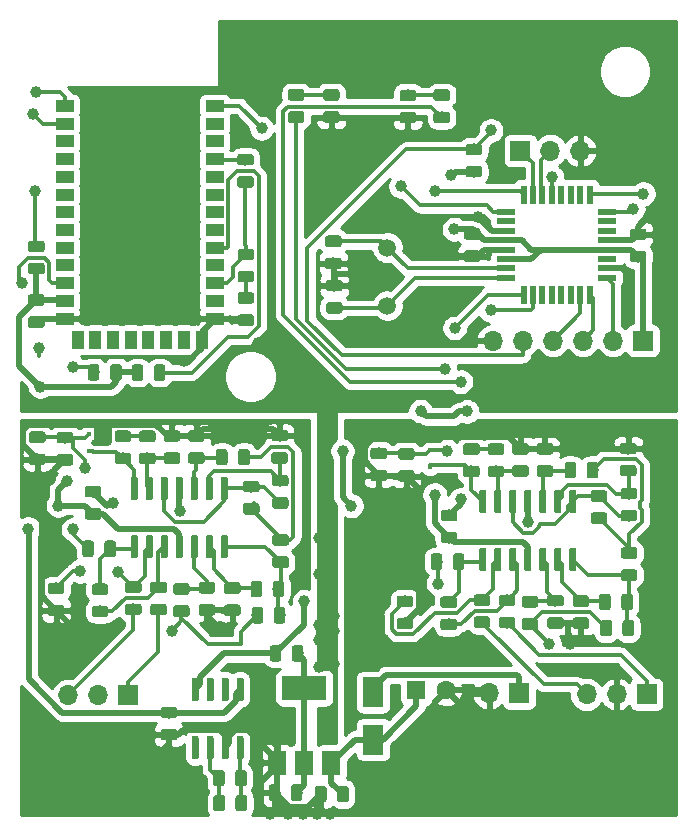
<source format=gbr>
G04 #@! TF.GenerationSoftware,KiCad,Pcbnew,(5.1.4)-1*
G04 #@! TF.CreationDate,2020-11-30T14:55:24+01:00*
G04 #@! TF.ProjectId,emg,656d672e-6b69-4636-9164-5f7063625858,rev?*
G04 #@! TF.SameCoordinates,Original*
G04 #@! TF.FileFunction,Copper,L1,Top*
G04 #@! TF.FilePolarity,Positive*
%FSLAX46Y46*%
G04 Gerber Fmt 4.6, Leading zero omitted, Abs format (unit mm)*
G04 Created by KiCad (PCBNEW (5.1.4)-1) date 2020-11-30 14:55:24*
%MOMM*%
%LPD*%
G04 APERTURE LIST*
%ADD10R,1.700000X1.700000*%
%ADD11O,1.700000X1.700000*%
%ADD12C,0.100000*%
%ADD13C,0.975000*%
%ADD14R,0.350000X0.350000*%
%ADD15C,0.600000*%
%ADD16R,1.800000X2.500000*%
%ADD17R,3.800000X2.000000*%
%ADD18R,1.500000X2.000000*%
%ADD19R,1.500000X1.000000*%
%ADD20R,1.000000X1.500000*%
%ADD21R,1.600000X0.550000*%
%ADD22R,0.550000X1.600000*%
%ADD23C,1.500000*%
%ADD24R,1.600000X1.600000*%
%ADD25C,1.600000*%
%ADD26C,1.000000*%
%ADD27C,0.300000*%
%ADD28C,0.500000*%
%ADD29C,0.254000*%
G04 APERTURE END LIST*
D10*
X110210600Y-114071400D03*
D11*
X107670600Y-114071400D03*
X105130600Y-114071400D03*
X102590600Y-114071400D03*
X100050600Y-114071400D03*
X97510600Y-114071400D03*
D12*
G36*
X61744942Y-121814674D02*
G01*
X61768603Y-121818184D01*
X61791807Y-121823996D01*
X61814329Y-121832054D01*
X61835953Y-121842282D01*
X61856470Y-121854579D01*
X61875683Y-121868829D01*
X61893407Y-121884893D01*
X61909471Y-121902617D01*
X61923721Y-121921830D01*
X61936018Y-121942347D01*
X61946246Y-121963971D01*
X61954304Y-121986493D01*
X61960116Y-122009697D01*
X61963626Y-122033358D01*
X61964800Y-122057250D01*
X61964800Y-122544750D01*
X61963626Y-122568642D01*
X61960116Y-122592303D01*
X61954304Y-122615507D01*
X61946246Y-122638029D01*
X61936018Y-122659653D01*
X61923721Y-122680170D01*
X61909471Y-122699383D01*
X61893407Y-122717107D01*
X61875683Y-122733171D01*
X61856470Y-122747421D01*
X61835953Y-122759718D01*
X61814329Y-122769946D01*
X61791807Y-122778004D01*
X61768603Y-122783816D01*
X61744942Y-122787326D01*
X61721050Y-122788500D01*
X60808550Y-122788500D01*
X60784658Y-122787326D01*
X60760997Y-122783816D01*
X60737793Y-122778004D01*
X60715271Y-122769946D01*
X60693647Y-122759718D01*
X60673130Y-122747421D01*
X60653917Y-122733171D01*
X60636193Y-122717107D01*
X60620129Y-122699383D01*
X60605879Y-122680170D01*
X60593582Y-122659653D01*
X60583354Y-122638029D01*
X60575296Y-122615507D01*
X60569484Y-122592303D01*
X60565974Y-122568642D01*
X60564800Y-122544750D01*
X60564800Y-122057250D01*
X60565974Y-122033358D01*
X60569484Y-122009697D01*
X60575296Y-121986493D01*
X60583354Y-121963971D01*
X60593582Y-121942347D01*
X60605879Y-121921830D01*
X60620129Y-121902617D01*
X60636193Y-121884893D01*
X60653917Y-121868829D01*
X60673130Y-121854579D01*
X60693647Y-121842282D01*
X60715271Y-121832054D01*
X60737793Y-121823996D01*
X60760997Y-121818184D01*
X60784658Y-121814674D01*
X60808550Y-121813500D01*
X61721050Y-121813500D01*
X61744942Y-121814674D01*
X61744942Y-121814674D01*
G37*
D13*
X61264800Y-122301000D03*
D12*
G36*
X61744942Y-123689674D02*
G01*
X61768603Y-123693184D01*
X61791807Y-123698996D01*
X61814329Y-123707054D01*
X61835953Y-123717282D01*
X61856470Y-123729579D01*
X61875683Y-123743829D01*
X61893407Y-123759893D01*
X61909471Y-123777617D01*
X61923721Y-123796830D01*
X61936018Y-123817347D01*
X61946246Y-123838971D01*
X61954304Y-123861493D01*
X61960116Y-123884697D01*
X61963626Y-123908358D01*
X61964800Y-123932250D01*
X61964800Y-124419750D01*
X61963626Y-124443642D01*
X61960116Y-124467303D01*
X61954304Y-124490507D01*
X61946246Y-124513029D01*
X61936018Y-124534653D01*
X61923721Y-124555170D01*
X61909471Y-124574383D01*
X61893407Y-124592107D01*
X61875683Y-124608171D01*
X61856470Y-124622421D01*
X61835953Y-124634718D01*
X61814329Y-124644946D01*
X61791807Y-124653004D01*
X61768603Y-124658816D01*
X61744942Y-124662326D01*
X61721050Y-124663500D01*
X60808550Y-124663500D01*
X60784658Y-124662326D01*
X60760997Y-124658816D01*
X60737793Y-124653004D01*
X60715271Y-124644946D01*
X60693647Y-124634718D01*
X60673130Y-124622421D01*
X60653917Y-124608171D01*
X60636193Y-124592107D01*
X60620129Y-124574383D01*
X60605879Y-124555170D01*
X60593582Y-124534653D01*
X60583354Y-124513029D01*
X60575296Y-124490507D01*
X60569484Y-124467303D01*
X60565974Y-124443642D01*
X60564800Y-124419750D01*
X60564800Y-123932250D01*
X60565974Y-123908358D01*
X60569484Y-123884697D01*
X60575296Y-123861493D01*
X60583354Y-123838971D01*
X60593582Y-123817347D01*
X60605879Y-123796830D01*
X60620129Y-123777617D01*
X60636193Y-123759893D01*
X60653917Y-123743829D01*
X60673130Y-123729579D01*
X60693647Y-123717282D01*
X60715271Y-123707054D01*
X60737793Y-123698996D01*
X60760997Y-123693184D01*
X60784658Y-123689674D01*
X60808550Y-123688500D01*
X61721050Y-123688500D01*
X61744942Y-123689674D01*
X61744942Y-123689674D01*
G37*
D13*
X61264800Y-124176000D03*
D12*
G36*
X59408142Y-121766174D02*
G01*
X59431803Y-121769684D01*
X59455007Y-121775496D01*
X59477529Y-121783554D01*
X59499153Y-121793782D01*
X59519670Y-121806079D01*
X59538883Y-121820329D01*
X59556607Y-121836393D01*
X59572671Y-121854117D01*
X59586921Y-121873330D01*
X59599218Y-121893847D01*
X59609446Y-121915471D01*
X59617504Y-121937993D01*
X59623316Y-121961197D01*
X59626826Y-121984858D01*
X59628000Y-122008750D01*
X59628000Y-122496250D01*
X59626826Y-122520142D01*
X59623316Y-122543803D01*
X59617504Y-122567007D01*
X59609446Y-122589529D01*
X59599218Y-122611153D01*
X59586921Y-122631670D01*
X59572671Y-122650883D01*
X59556607Y-122668607D01*
X59538883Y-122684671D01*
X59519670Y-122698921D01*
X59499153Y-122711218D01*
X59477529Y-122721446D01*
X59455007Y-122729504D01*
X59431803Y-122735316D01*
X59408142Y-122738826D01*
X59384250Y-122740000D01*
X58471750Y-122740000D01*
X58447858Y-122738826D01*
X58424197Y-122735316D01*
X58400993Y-122729504D01*
X58378471Y-122721446D01*
X58356847Y-122711218D01*
X58336330Y-122698921D01*
X58317117Y-122684671D01*
X58299393Y-122668607D01*
X58283329Y-122650883D01*
X58269079Y-122631670D01*
X58256782Y-122611153D01*
X58246554Y-122589529D01*
X58238496Y-122567007D01*
X58232684Y-122543803D01*
X58229174Y-122520142D01*
X58228000Y-122496250D01*
X58228000Y-122008750D01*
X58229174Y-121984858D01*
X58232684Y-121961197D01*
X58238496Y-121937993D01*
X58246554Y-121915471D01*
X58256782Y-121893847D01*
X58269079Y-121873330D01*
X58283329Y-121854117D01*
X58299393Y-121836393D01*
X58317117Y-121820329D01*
X58336330Y-121806079D01*
X58356847Y-121793782D01*
X58378471Y-121783554D01*
X58400993Y-121775496D01*
X58424197Y-121769684D01*
X58447858Y-121766174D01*
X58471750Y-121765000D01*
X59384250Y-121765000D01*
X59408142Y-121766174D01*
X59408142Y-121766174D01*
G37*
D13*
X58928000Y-122252500D03*
D12*
G36*
X59408142Y-123641174D02*
G01*
X59431803Y-123644684D01*
X59455007Y-123650496D01*
X59477529Y-123658554D01*
X59499153Y-123668782D01*
X59519670Y-123681079D01*
X59538883Y-123695329D01*
X59556607Y-123711393D01*
X59572671Y-123729117D01*
X59586921Y-123748330D01*
X59599218Y-123768847D01*
X59609446Y-123790471D01*
X59617504Y-123812993D01*
X59623316Y-123836197D01*
X59626826Y-123859858D01*
X59628000Y-123883750D01*
X59628000Y-124371250D01*
X59626826Y-124395142D01*
X59623316Y-124418803D01*
X59617504Y-124442007D01*
X59609446Y-124464529D01*
X59599218Y-124486153D01*
X59586921Y-124506670D01*
X59572671Y-124525883D01*
X59556607Y-124543607D01*
X59538883Y-124559671D01*
X59519670Y-124573921D01*
X59499153Y-124586218D01*
X59477529Y-124596446D01*
X59455007Y-124604504D01*
X59431803Y-124610316D01*
X59408142Y-124613826D01*
X59384250Y-124615000D01*
X58471750Y-124615000D01*
X58447858Y-124613826D01*
X58424197Y-124610316D01*
X58400993Y-124604504D01*
X58378471Y-124596446D01*
X58356847Y-124586218D01*
X58336330Y-124573921D01*
X58317117Y-124559671D01*
X58299393Y-124543607D01*
X58283329Y-124525883D01*
X58269079Y-124506670D01*
X58256782Y-124486153D01*
X58246554Y-124464529D01*
X58238496Y-124442007D01*
X58232684Y-124418803D01*
X58229174Y-124395142D01*
X58228000Y-124371250D01*
X58228000Y-123883750D01*
X58229174Y-123859858D01*
X58232684Y-123836197D01*
X58238496Y-123812993D01*
X58246554Y-123790471D01*
X58256782Y-123768847D01*
X58269079Y-123748330D01*
X58283329Y-123729117D01*
X58299393Y-123711393D01*
X58317117Y-123695329D01*
X58336330Y-123681079D01*
X58356847Y-123668782D01*
X58378471Y-123658554D01*
X58400993Y-123650496D01*
X58424197Y-123644684D01*
X58447858Y-123641174D01*
X58471750Y-123640000D01*
X59384250Y-123640000D01*
X59408142Y-123641174D01*
X59408142Y-123641174D01*
G37*
D13*
X58928000Y-124127500D03*
D14*
X63271400Y-123432400D03*
X63271400Y-121982400D03*
D12*
G36*
X70812742Y-121664574D02*
G01*
X70836403Y-121668084D01*
X70859607Y-121673896D01*
X70882129Y-121681954D01*
X70903753Y-121692182D01*
X70924270Y-121704479D01*
X70943483Y-121718729D01*
X70961207Y-121734793D01*
X70977271Y-121752517D01*
X70991521Y-121771730D01*
X71003818Y-121792247D01*
X71014046Y-121813871D01*
X71022104Y-121836393D01*
X71027916Y-121859597D01*
X71031426Y-121883258D01*
X71032600Y-121907150D01*
X71032600Y-122394650D01*
X71031426Y-122418542D01*
X71027916Y-122442203D01*
X71022104Y-122465407D01*
X71014046Y-122487929D01*
X71003818Y-122509553D01*
X70991521Y-122530070D01*
X70977271Y-122549283D01*
X70961207Y-122567007D01*
X70943483Y-122583071D01*
X70924270Y-122597321D01*
X70903753Y-122609618D01*
X70882129Y-122619846D01*
X70859607Y-122627904D01*
X70836403Y-122633716D01*
X70812742Y-122637226D01*
X70788850Y-122638400D01*
X69876350Y-122638400D01*
X69852458Y-122637226D01*
X69828797Y-122633716D01*
X69805593Y-122627904D01*
X69783071Y-122619846D01*
X69761447Y-122609618D01*
X69740930Y-122597321D01*
X69721717Y-122583071D01*
X69703993Y-122567007D01*
X69687929Y-122549283D01*
X69673679Y-122530070D01*
X69661382Y-122509553D01*
X69651154Y-122487929D01*
X69643096Y-122465407D01*
X69637284Y-122442203D01*
X69633774Y-122418542D01*
X69632600Y-122394650D01*
X69632600Y-121907150D01*
X69633774Y-121883258D01*
X69637284Y-121859597D01*
X69643096Y-121836393D01*
X69651154Y-121813871D01*
X69661382Y-121792247D01*
X69673679Y-121771730D01*
X69687929Y-121752517D01*
X69703993Y-121734793D01*
X69721717Y-121718729D01*
X69740930Y-121704479D01*
X69761447Y-121692182D01*
X69783071Y-121681954D01*
X69805593Y-121673896D01*
X69828797Y-121668084D01*
X69852458Y-121664574D01*
X69876350Y-121663400D01*
X70788850Y-121663400D01*
X70812742Y-121664574D01*
X70812742Y-121664574D01*
G37*
D13*
X70332600Y-122150900D03*
D12*
G36*
X70812742Y-123539574D02*
G01*
X70836403Y-123543084D01*
X70859607Y-123548896D01*
X70882129Y-123556954D01*
X70903753Y-123567182D01*
X70924270Y-123579479D01*
X70943483Y-123593729D01*
X70961207Y-123609793D01*
X70977271Y-123627517D01*
X70991521Y-123646730D01*
X71003818Y-123667247D01*
X71014046Y-123688871D01*
X71022104Y-123711393D01*
X71027916Y-123734597D01*
X71031426Y-123758258D01*
X71032600Y-123782150D01*
X71032600Y-124269650D01*
X71031426Y-124293542D01*
X71027916Y-124317203D01*
X71022104Y-124340407D01*
X71014046Y-124362929D01*
X71003818Y-124384553D01*
X70991521Y-124405070D01*
X70977271Y-124424283D01*
X70961207Y-124442007D01*
X70943483Y-124458071D01*
X70924270Y-124472321D01*
X70903753Y-124484618D01*
X70882129Y-124494846D01*
X70859607Y-124502904D01*
X70836403Y-124508716D01*
X70812742Y-124512226D01*
X70788850Y-124513400D01*
X69876350Y-124513400D01*
X69852458Y-124512226D01*
X69828797Y-124508716D01*
X69805593Y-124502904D01*
X69783071Y-124494846D01*
X69761447Y-124484618D01*
X69740930Y-124472321D01*
X69721717Y-124458071D01*
X69703993Y-124442007D01*
X69687929Y-124424283D01*
X69673679Y-124405070D01*
X69661382Y-124384553D01*
X69651154Y-124362929D01*
X69643096Y-124340407D01*
X69637284Y-124317203D01*
X69633774Y-124293542D01*
X69632600Y-124269650D01*
X69632600Y-123782150D01*
X69633774Y-123758258D01*
X69637284Y-123734597D01*
X69643096Y-123711393D01*
X69651154Y-123688871D01*
X69661382Y-123667247D01*
X69673679Y-123646730D01*
X69687929Y-123627517D01*
X69703993Y-123609793D01*
X69721717Y-123593729D01*
X69740930Y-123579479D01*
X69761447Y-123567182D01*
X69783071Y-123556954D01*
X69805593Y-123548896D01*
X69828797Y-123543084D01*
X69852458Y-123539574D01*
X69876350Y-123538400D01*
X70788850Y-123538400D01*
X70812742Y-123539574D01*
X70812742Y-123539574D01*
G37*
D13*
X70332600Y-124025900D03*
D12*
G36*
X77839242Y-136638974D02*
G01*
X77862903Y-136642484D01*
X77886107Y-136648296D01*
X77908629Y-136656354D01*
X77930253Y-136666582D01*
X77950770Y-136678879D01*
X77969983Y-136693129D01*
X77987707Y-136709193D01*
X78003771Y-136726917D01*
X78018021Y-136746130D01*
X78030318Y-136766647D01*
X78040546Y-136788271D01*
X78048604Y-136810793D01*
X78054416Y-136833997D01*
X78057926Y-136857658D01*
X78059100Y-136881550D01*
X78059100Y-137794050D01*
X78057926Y-137817942D01*
X78054416Y-137841603D01*
X78048604Y-137864807D01*
X78040546Y-137887329D01*
X78030318Y-137908953D01*
X78018021Y-137929470D01*
X78003771Y-137948683D01*
X77987707Y-137966407D01*
X77969983Y-137982471D01*
X77950770Y-137996721D01*
X77930253Y-138009018D01*
X77908629Y-138019246D01*
X77886107Y-138027304D01*
X77862903Y-138033116D01*
X77839242Y-138036626D01*
X77815350Y-138037800D01*
X77327850Y-138037800D01*
X77303958Y-138036626D01*
X77280297Y-138033116D01*
X77257093Y-138027304D01*
X77234571Y-138019246D01*
X77212947Y-138009018D01*
X77192430Y-137996721D01*
X77173217Y-137982471D01*
X77155493Y-137966407D01*
X77139429Y-137948683D01*
X77125179Y-137929470D01*
X77112882Y-137908953D01*
X77102654Y-137887329D01*
X77094596Y-137864807D01*
X77088784Y-137841603D01*
X77085274Y-137817942D01*
X77084100Y-137794050D01*
X77084100Y-136881550D01*
X77085274Y-136857658D01*
X77088784Y-136833997D01*
X77094596Y-136810793D01*
X77102654Y-136788271D01*
X77112882Y-136766647D01*
X77125179Y-136746130D01*
X77139429Y-136726917D01*
X77155493Y-136709193D01*
X77173217Y-136693129D01*
X77192430Y-136678879D01*
X77212947Y-136666582D01*
X77234571Y-136656354D01*
X77257093Y-136648296D01*
X77280297Y-136642484D01*
X77303958Y-136638974D01*
X77327850Y-136637800D01*
X77815350Y-136637800D01*
X77839242Y-136638974D01*
X77839242Y-136638974D01*
G37*
D13*
X77571600Y-137337800D03*
D12*
G36*
X79714242Y-136638974D02*
G01*
X79737903Y-136642484D01*
X79761107Y-136648296D01*
X79783629Y-136656354D01*
X79805253Y-136666582D01*
X79825770Y-136678879D01*
X79844983Y-136693129D01*
X79862707Y-136709193D01*
X79878771Y-136726917D01*
X79893021Y-136746130D01*
X79905318Y-136766647D01*
X79915546Y-136788271D01*
X79923604Y-136810793D01*
X79929416Y-136833997D01*
X79932926Y-136857658D01*
X79934100Y-136881550D01*
X79934100Y-137794050D01*
X79932926Y-137817942D01*
X79929416Y-137841603D01*
X79923604Y-137864807D01*
X79915546Y-137887329D01*
X79905318Y-137908953D01*
X79893021Y-137929470D01*
X79878771Y-137948683D01*
X79862707Y-137966407D01*
X79844983Y-137982471D01*
X79825770Y-137996721D01*
X79805253Y-138009018D01*
X79783629Y-138019246D01*
X79761107Y-138027304D01*
X79737903Y-138033116D01*
X79714242Y-138036626D01*
X79690350Y-138037800D01*
X79202850Y-138037800D01*
X79178958Y-138036626D01*
X79155297Y-138033116D01*
X79132093Y-138027304D01*
X79109571Y-138019246D01*
X79087947Y-138009018D01*
X79067430Y-137996721D01*
X79048217Y-137982471D01*
X79030493Y-137966407D01*
X79014429Y-137948683D01*
X79000179Y-137929470D01*
X78987882Y-137908953D01*
X78977654Y-137887329D01*
X78969596Y-137864807D01*
X78963784Y-137841603D01*
X78960274Y-137817942D01*
X78959100Y-137794050D01*
X78959100Y-136881550D01*
X78960274Y-136857658D01*
X78963784Y-136833997D01*
X78969596Y-136810793D01*
X78977654Y-136788271D01*
X78987882Y-136766647D01*
X79000179Y-136746130D01*
X79014429Y-136726917D01*
X79030493Y-136709193D01*
X79048217Y-136693129D01*
X79067430Y-136678879D01*
X79087947Y-136666582D01*
X79109571Y-136656354D01*
X79132093Y-136648296D01*
X79155297Y-136642484D01*
X79178958Y-136638974D01*
X79202850Y-136637800D01*
X79690350Y-136637800D01*
X79714242Y-136638974D01*
X79714242Y-136638974D01*
G37*
D13*
X79446600Y-137337800D03*
D12*
G36*
X79931342Y-121641474D02*
G01*
X79955003Y-121644984D01*
X79978207Y-121650796D01*
X80000729Y-121658854D01*
X80022353Y-121669082D01*
X80042870Y-121681379D01*
X80062083Y-121695629D01*
X80079807Y-121711693D01*
X80095871Y-121729417D01*
X80110121Y-121748630D01*
X80122418Y-121769147D01*
X80132646Y-121790771D01*
X80140704Y-121813293D01*
X80146516Y-121836497D01*
X80150026Y-121860158D01*
X80151200Y-121884050D01*
X80151200Y-122371550D01*
X80150026Y-122395442D01*
X80146516Y-122419103D01*
X80140704Y-122442307D01*
X80132646Y-122464829D01*
X80122418Y-122486453D01*
X80110121Y-122506970D01*
X80095871Y-122526183D01*
X80079807Y-122543907D01*
X80062083Y-122559971D01*
X80042870Y-122574221D01*
X80022353Y-122586518D01*
X80000729Y-122596746D01*
X79978207Y-122604804D01*
X79955003Y-122610616D01*
X79931342Y-122614126D01*
X79907450Y-122615300D01*
X78994950Y-122615300D01*
X78971058Y-122614126D01*
X78947397Y-122610616D01*
X78924193Y-122604804D01*
X78901671Y-122596746D01*
X78880047Y-122586518D01*
X78859530Y-122574221D01*
X78840317Y-122559971D01*
X78822593Y-122543907D01*
X78806529Y-122526183D01*
X78792279Y-122506970D01*
X78779982Y-122486453D01*
X78769754Y-122464829D01*
X78761696Y-122442307D01*
X78755884Y-122419103D01*
X78752374Y-122395442D01*
X78751200Y-122371550D01*
X78751200Y-121884050D01*
X78752374Y-121860158D01*
X78755884Y-121836497D01*
X78761696Y-121813293D01*
X78769754Y-121790771D01*
X78779982Y-121769147D01*
X78792279Y-121748630D01*
X78806529Y-121729417D01*
X78822593Y-121711693D01*
X78840317Y-121695629D01*
X78859530Y-121681379D01*
X78880047Y-121669082D01*
X78901671Y-121658854D01*
X78924193Y-121650796D01*
X78947397Y-121644984D01*
X78971058Y-121641474D01*
X78994950Y-121640300D01*
X79907450Y-121640300D01*
X79931342Y-121641474D01*
X79931342Y-121641474D01*
G37*
D13*
X79451200Y-122127800D03*
D12*
G36*
X79931342Y-123516474D02*
G01*
X79955003Y-123519984D01*
X79978207Y-123525796D01*
X80000729Y-123533854D01*
X80022353Y-123544082D01*
X80042870Y-123556379D01*
X80062083Y-123570629D01*
X80079807Y-123586693D01*
X80095871Y-123604417D01*
X80110121Y-123623630D01*
X80122418Y-123644147D01*
X80132646Y-123665771D01*
X80140704Y-123688293D01*
X80146516Y-123711497D01*
X80150026Y-123735158D01*
X80151200Y-123759050D01*
X80151200Y-124246550D01*
X80150026Y-124270442D01*
X80146516Y-124294103D01*
X80140704Y-124317307D01*
X80132646Y-124339829D01*
X80122418Y-124361453D01*
X80110121Y-124381970D01*
X80095871Y-124401183D01*
X80079807Y-124418907D01*
X80062083Y-124434971D01*
X80042870Y-124449221D01*
X80022353Y-124461518D01*
X80000729Y-124471746D01*
X79978207Y-124479804D01*
X79955003Y-124485616D01*
X79931342Y-124489126D01*
X79907450Y-124490300D01*
X78994950Y-124490300D01*
X78971058Y-124489126D01*
X78947397Y-124485616D01*
X78924193Y-124479804D01*
X78901671Y-124471746D01*
X78880047Y-124461518D01*
X78859530Y-124449221D01*
X78840317Y-124434971D01*
X78822593Y-124418907D01*
X78806529Y-124401183D01*
X78792279Y-124381970D01*
X78779982Y-124361453D01*
X78769754Y-124339829D01*
X78761696Y-124317307D01*
X78755884Y-124294103D01*
X78752374Y-124270442D01*
X78751200Y-124246550D01*
X78751200Y-123759050D01*
X78752374Y-123735158D01*
X78755884Y-123711497D01*
X78761696Y-123688293D01*
X78769754Y-123665771D01*
X78779982Y-123644147D01*
X78792279Y-123623630D01*
X78806529Y-123604417D01*
X78822593Y-123586693D01*
X78840317Y-123570629D01*
X78859530Y-123556379D01*
X78880047Y-123544082D01*
X78901671Y-123533854D01*
X78924193Y-123525796D01*
X78947397Y-123519984D01*
X78971058Y-123516474D01*
X78994950Y-123515300D01*
X79907450Y-123515300D01*
X79931342Y-123516474D01*
X79931342Y-123516474D01*
G37*
D13*
X79451200Y-124002800D03*
D12*
G36*
X67296903Y-125608122D02*
G01*
X67311464Y-125610282D01*
X67325743Y-125613859D01*
X67339603Y-125618818D01*
X67352910Y-125625112D01*
X67365536Y-125632680D01*
X67377359Y-125641448D01*
X67388266Y-125651334D01*
X67398152Y-125662241D01*
X67406920Y-125674064D01*
X67414488Y-125686690D01*
X67420782Y-125699997D01*
X67425741Y-125713857D01*
X67429318Y-125728136D01*
X67431478Y-125742697D01*
X67432200Y-125757400D01*
X67432200Y-127407400D01*
X67431478Y-127422103D01*
X67429318Y-127436664D01*
X67425741Y-127450943D01*
X67420782Y-127464803D01*
X67414488Y-127478110D01*
X67406920Y-127490736D01*
X67398152Y-127502559D01*
X67388266Y-127513466D01*
X67377359Y-127523352D01*
X67365536Y-127532120D01*
X67352910Y-127539688D01*
X67339603Y-127545982D01*
X67325743Y-127550941D01*
X67311464Y-127554518D01*
X67296903Y-127556678D01*
X67282200Y-127557400D01*
X66982200Y-127557400D01*
X66967497Y-127556678D01*
X66952936Y-127554518D01*
X66938657Y-127550941D01*
X66924797Y-127545982D01*
X66911490Y-127539688D01*
X66898864Y-127532120D01*
X66887041Y-127523352D01*
X66876134Y-127513466D01*
X66866248Y-127502559D01*
X66857480Y-127490736D01*
X66849912Y-127478110D01*
X66843618Y-127464803D01*
X66838659Y-127450943D01*
X66835082Y-127436664D01*
X66832922Y-127422103D01*
X66832200Y-127407400D01*
X66832200Y-125757400D01*
X66832922Y-125742697D01*
X66835082Y-125728136D01*
X66838659Y-125713857D01*
X66843618Y-125699997D01*
X66849912Y-125686690D01*
X66857480Y-125674064D01*
X66866248Y-125662241D01*
X66876134Y-125651334D01*
X66887041Y-125641448D01*
X66898864Y-125632680D01*
X66911490Y-125625112D01*
X66924797Y-125618818D01*
X66938657Y-125613859D01*
X66952936Y-125610282D01*
X66967497Y-125608122D01*
X66982200Y-125607400D01*
X67282200Y-125607400D01*
X67296903Y-125608122D01*
X67296903Y-125608122D01*
G37*
D15*
X67132200Y-126582400D03*
D12*
G36*
X68566903Y-125608122D02*
G01*
X68581464Y-125610282D01*
X68595743Y-125613859D01*
X68609603Y-125618818D01*
X68622910Y-125625112D01*
X68635536Y-125632680D01*
X68647359Y-125641448D01*
X68658266Y-125651334D01*
X68668152Y-125662241D01*
X68676920Y-125674064D01*
X68684488Y-125686690D01*
X68690782Y-125699997D01*
X68695741Y-125713857D01*
X68699318Y-125728136D01*
X68701478Y-125742697D01*
X68702200Y-125757400D01*
X68702200Y-127407400D01*
X68701478Y-127422103D01*
X68699318Y-127436664D01*
X68695741Y-127450943D01*
X68690782Y-127464803D01*
X68684488Y-127478110D01*
X68676920Y-127490736D01*
X68668152Y-127502559D01*
X68658266Y-127513466D01*
X68647359Y-127523352D01*
X68635536Y-127532120D01*
X68622910Y-127539688D01*
X68609603Y-127545982D01*
X68595743Y-127550941D01*
X68581464Y-127554518D01*
X68566903Y-127556678D01*
X68552200Y-127557400D01*
X68252200Y-127557400D01*
X68237497Y-127556678D01*
X68222936Y-127554518D01*
X68208657Y-127550941D01*
X68194797Y-127545982D01*
X68181490Y-127539688D01*
X68168864Y-127532120D01*
X68157041Y-127523352D01*
X68146134Y-127513466D01*
X68136248Y-127502559D01*
X68127480Y-127490736D01*
X68119912Y-127478110D01*
X68113618Y-127464803D01*
X68108659Y-127450943D01*
X68105082Y-127436664D01*
X68102922Y-127422103D01*
X68102200Y-127407400D01*
X68102200Y-125757400D01*
X68102922Y-125742697D01*
X68105082Y-125728136D01*
X68108659Y-125713857D01*
X68113618Y-125699997D01*
X68119912Y-125686690D01*
X68127480Y-125674064D01*
X68136248Y-125662241D01*
X68146134Y-125651334D01*
X68157041Y-125641448D01*
X68168864Y-125632680D01*
X68181490Y-125625112D01*
X68194797Y-125618818D01*
X68208657Y-125613859D01*
X68222936Y-125610282D01*
X68237497Y-125608122D01*
X68252200Y-125607400D01*
X68552200Y-125607400D01*
X68566903Y-125608122D01*
X68566903Y-125608122D01*
G37*
D15*
X68402200Y-126582400D03*
D12*
G36*
X69836903Y-125608122D02*
G01*
X69851464Y-125610282D01*
X69865743Y-125613859D01*
X69879603Y-125618818D01*
X69892910Y-125625112D01*
X69905536Y-125632680D01*
X69917359Y-125641448D01*
X69928266Y-125651334D01*
X69938152Y-125662241D01*
X69946920Y-125674064D01*
X69954488Y-125686690D01*
X69960782Y-125699997D01*
X69965741Y-125713857D01*
X69969318Y-125728136D01*
X69971478Y-125742697D01*
X69972200Y-125757400D01*
X69972200Y-127407400D01*
X69971478Y-127422103D01*
X69969318Y-127436664D01*
X69965741Y-127450943D01*
X69960782Y-127464803D01*
X69954488Y-127478110D01*
X69946920Y-127490736D01*
X69938152Y-127502559D01*
X69928266Y-127513466D01*
X69917359Y-127523352D01*
X69905536Y-127532120D01*
X69892910Y-127539688D01*
X69879603Y-127545982D01*
X69865743Y-127550941D01*
X69851464Y-127554518D01*
X69836903Y-127556678D01*
X69822200Y-127557400D01*
X69522200Y-127557400D01*
X69507497Y-127556678D01*
X69492936Y-127554518D01*
X69478657Y-127550941D01*
X69464797Y-127545982D01*
X69451490Y-127539688D01*
X69438864Y-127532120D01*
X69427041Y-127523352D01*
X69416134Y-127513466D01*
X69406248Y-127502559D01*
X69397480Y-127490736D01*
X69389912Y-127478110D01*
X69383618Y-127464803D01*
X69378659Y-127450943D01*
X69375082Y-127436664D01*
X69372922Y-127422103D01*
X69372200Y-127407400D01*
X69372200Y-125757400D01*
X69372922Y-125742697D01*
X69375082Y-125728136D01*
X69378659Y-125713857D01*
X69383618Y-125699997D01*
X69389912Y-125686690D01*
X69397480Y-125674064D01*
X69406248Y-125662241D01*
X69416134Y-125651334D01*
X69427041Y-125641448D01*
X69438864Y-125632680D01*
X69451490Y-125625112D01*
X69464797Y-125618818D01*
X69478657Y-125613859D01*
X69492936Y-125610282D01*
X69507497Y-125608122D01*
X69522200Y-125607400D01*
X69822200Y-125607400D01*
X69836903Y-125608122D01*
X69836903Y-125608122D01*
G37*
D15*
X69672200Y-126582400D03*
D12*
G36*
X71106903Y-125608122D02*
G01*
X71121464Y-125610282D01*
X71135743Y-125613859D01*
X71149603Y-125618818D01*
X71162910Y-125625112D01*
X71175536Y-125632680D01*
X71187359Y-125641448D01*
X71198266Y-125651334D01*
X71208152Y-125662241D01*
X71216920Y-125674064D01*
X71224488Y-125686690D01*
X71230782Y-125699997D01*
X71235741Y-125713857D01*
X71239318Y-125728136D01*
X71241478Y-125742697D01*
X71242200Y-125757400D01*
X71242200Y-127407400D01*
X71241478Y-127422103D01*
X71239318Y-127436664D01*
X71235741Y-127450943D01*
X71230782Y-127464803D01*
X71224488Y-127478110D01*
X71216920Y-127490736D01*
X71208152Y-127502559D01*
X71198266Y-127513466D01*
X71187359Y-127523352D01*
X71175536Y-127532120D01*
X71162910Y-127539688D01*
X71149603Y-127545982D01*
X71135743Y-127550941D01*
X71121464Y-127554518D01*
X71106903Y-127556678D01*
X71092200Y-127557400D01*
X70792200Y-127557400D01*
X70777497Y-127556678D01*
X70762936Y-127554518D01*
X70748657Y-127550941D01*
X70734797Y-127545982D01*
X70721490Y-127539688D01*
X70708864Y-127532120D01*
X70697041Y-127523352D01*
X70686134Y-127513466D01*
X70676248Y-127502559D01*
X70667480Y-127490736D01*
X70659912Y-127478110D01*
X70653618Y-127464803D01*
X70648659Y-127450943D01*
X70645082Y-127436664D01*
X70642922Y-127422103D01*
X70642200Y-127407400D01*
X70642200Y-125757400D01*
X70642922Y-125742697D01*
X70645082Y-125728136D01*
X70648659Y-125713857D01*
X70653618Y-125699997D01*
X70659912Y-125686690D01*
X70667480Y-125674064D01*
X70676248Y-125662241D01*
X70686134Y-125651334D01*
X70697041Y-125641448D01*
X70708864Y-125632680D01*
X70721490Y-125625112D01*
X70734797Y-125618818D01*
X70748657Y-125613859D01*
X70762936Y-125610282D01*
X70777497Y-125608122D01*
X70792200Y-125607400D01*
X71092200Y-125607400D01*
X71106903Y-125608122D01*
X71106903Y-125608122D01*
G37*
D15*
X70942200Y-126582400D03*
D12*
G36*
X72376903Y-125608122D02*
G01*
X72391464Y-125610282D01*
X72405743Y-125613859D01*
X72419603Y-125618818D01*
X72432910Y-125625112D01*
X72445536Y-125632680D01*
X72457359Y-125641448D01*
X72468266Y-125651334D01*
X72478152Y-125662241D01*
X72486920Y-125674064D01*
X72494488Y-125686690D01*
X72500782Y-125699997D01*
X72505741Y-125713857D01*
X72509318Y-125728136D01*
X72511478Y-125742697D01*
X72512200Y-125757400D01*
X72512200Y-127407400D01*
X72511478Y-127422103D01*
X72509318Y-127436664D01*
X72505741Y-127450943D01*
X72500782Y-127464803D01*
X72494488Y-127478110D01*
X72486920Y-127490736D01*
X72478152Y-127502559D01*
X72468266Y-127513466D01*
X72457359Y-127523352D01*
X72445536Y-127532120D01*
X72432910Y-127539688D01*
X72419603Y-127545982D01*
X72405743Y-127550941D01*
X72391464Y-127554518D01*
X72376903Y-127556678D01*
X72362200Y-127557400D01*
X72062200Y-127557400D01*
X72047497Y-127556678D01*
X72032936Y-127554518D01*
X72018657Y-127550941D01*
X72004797Y-127545982D01*
X71991490Y-127539688D01*
X71978864Y-127532120D01*
X71967041Y-127523352D01*
X71956134Y-127513466D01*
X71946248Y-127502559D01*
X71937480Y-127490736D01*
X71929912Y-127478110D01*
X71923618Y-127464803D01*
X71918659Y-127450943D01*
X71915082Y-127436664D01*
X71912922Y-127422103D01*
X71912200Y-127407400D01*
X71912200Y-125757400D01*
X71912922Y-125742697D01*
X71915082Y-125728136D01*
X71918659Y-125713857D01*
X71923618Y-125699997D01*
X71929912Y-125686690D01*
X71937480Y-125674064D01*
X71946248Y-125662241D01*
X71956134Y-125651334D01*
X71967041Y-125641448D01*
X71978864Y-125632680D01*
X71991490Y-125625112D01*
X72004797Y-125618818D01*
X72018657Y-125613859D01*
X72032936Y-125610282D01*
X72047497Y-125608122D01*
X72062200Y-125607400D01*
X72362200Y-125607400D01*
X72376903Y-125608122D01*
X72376903Y-125608122D01*
G37*
D15*
X72212200Y-126582400D03*
D12*
G36*
X73646903Y-125608122D02*
G01*
X73661464Y-125610282D01*
X73675743Y-125613859D01*
X73689603Y-125618818D01*
X73702910Y-125625112D01*
X73715536Y-125632680D01*
X73727359Y-125641448D01*
X73738266Y-125651334D01*
X73748152Y-125662241D01*
X73756920Y-125674064D01*
X73764488Y-125686690D01*
X73770782Y-125699997D01*
X73775741Y-125713857D01*
X73779318Y-125728136D01*
X73781478Y-125742697D01*
X73782200Y-125757400D01*
X73782200Y-127407400D01*
X73781478Y-127422103D01*
X73779318Y-127436664D01*
X73775741Y-127450943D01*
X73770782Y-127464803D01*
X73764488Y-127478110D01*
X73756920Y-127490736D01*
X73748152Y-127502559D01*
X73738266Y-127513466D01*
X73727359Y-127523352D01*
X73715536Y-127532120D01*
X73702910Y-127539688D01*
X73689603Y-127545982D01*
X73675743Y-127550941D01*
X73661464Y-127554518D01*
X73646903Y-127556678D01*
X73632200Y-127557400D01*
X73332200Y-127557400D01*
X73317497Y-127556678D01*
X73302936Y-127554518D01*
X73288657Y-127550941D01*
X73274797Y-127545982D01*
X73261490Y-127539688D01*
X73248864Y-127532120D01*
X73237041Y-127523352D01*
X73226134Y-127513466D01*
X73216248Y-127502559D01*
X73207480Y-127490736D01*
X73199912Y-127478110D01*
X73193618Y-127464803D01*
X73188659Y-127450943D01*
X73185082Y-127436664D01*
X73182922Y-127422103D01*
X73182200Y-127407400D01*
X73182200Y-125757400D01*
X73182922Y-125742697D01*
X73185082Y-125728136D01*
X73188659Y-125713857D01*
X73193618Y-125699997D01*
X73199912Y-125686690D01*
X73207480Y-125674064D01*
X73216248Y-125662241D01*
X73226134Y-125651334D01*
X73237041Y-125641448D01*
X73248864Y-125632680D01*
X73261490Y-125625112D01*
X73274797Y-125618818D01*
X73288657Y-125613859D01*
X73302936Y-125610282D01*
X73317497Y-125608122D01*
X73332200Y-125607400D01*
X73632200Y-125607400D01*
X73646903Y-125608122D01*
X73646903Y-125608122D01*
G37*
D15*
X73482200Y-126582400D03*
D12*
G36*
X74916903Y-125608122D02*
G01*
X74931464Y-125610282D01*
X74945743Y-125613859D01*
X74959603Y-125618818D01*
X74972910Y-125625112D01*
X74985536Y-125632680D01*
X74997359Y-125641448D01*
X75008266Y-125651334D01*
X75018152Y-125662241D01*
X75026920Y-125674064D01*
X75034488Y-125686690D01*
X75040782Y-125699997D01*
X75045741Y-125713857D01*
X75049318Y-125728136D01*
X75051478Y-125742697D01*
X75052200Y-125757400D01*
X75052200Y-127407400D01*
X75051478Y-127422103D01*
X75049318Y-127436664D01*
X75045741Y-127450943D01*
X75040782Y-127464803D01*
X75034488Y-127478110D01*
X75026920Y-127490736D01*
X75018152Y-127502559D01*
X75008266Y-127513466D01*
X74997359Y-127523352D01*
X74985536Y-127532120D01*
X74972910Y-127539688D01*
X74959603Y-127545982D01*
X74945743Y-127550941D01*
X74931464Y-127554518D01*
X74916903Y-127556678D01*
X74902200Y-127557400D01*
X74602200Y-127557400D01*
X74587497Y-127556678D01*
X74572936Y-127554518D01*
X74558657Y-127550941D01*
X74544797Y-127545982D01*
X74531490Y-127539688D01*
X74518864Y-127532120D01*
X74507041Y-127523352D01*
X74496134Y-127513466D01*
X74486248Y-127502559D01*
X74477480Y-127490736D01*
X74469912Y-127478110D01*
X74463618Y-127464803D01*
X74458659Y-127450943D01*
X74455082Y-127436664D01*
X74452922Y-127422103D01*
X74452200Y-127407400D01*
X74452200Y-125757400D01*
X74452922Y-125742697D01*
X74455082Y-125728136D01*
X74458659Y-125713857D01*
X74463618Y-125699997D01*
X74469912Y-125686690D01*
X74477480Y-125674064D01*
X74486248Y-125662241D01*
X74496134Y-125651334D01*
X74507041Y-125641448D01*
X74518864Y-125632680D01*
X74531490Y-125625112D01*
X74544797Y-125618818D01*
X74558657Y-125613859D01*
X74572936Y-125610282D01*
X74587497Y-125608122D01*
X74602200Y-125607400D01*
X74902200Y-125607400D01*
X74916903Y-125608122D01*
X74916903Y-125608122D01*
G37*
D15*
X74752200Y-126582400D03*
D12*
G36*
X74916903Y-130558122D02*
G01*
X74931464Y-130560282D01*
X74945743Y-130563859D01*
X74959603Y-130568818D01*
X74972910Y-130575112D01*
X74985536Y-130582680D01*
X74997359Y-130591448D01*
X75008266Y-130601334D01*
X75018152Y-130612241D01*
X75026920Y-130624064D01*
X75034488Y-130636690D01*
X75040782Y-130649997D01*
X75045741Y-130663857D01*
X75049318Y-130678136D01*
X75051478Y-130692697D01*
X75052200Y-130707400D01*
X75052200Y-132357400D01*
X75051478Y-132372103D01*
X75049318Y-132386664D01*
X75045741Y-132400943D01*
X75040782Y-132414803D01*
X75034488Y-132428110D01*
X75026920Y-132440736D01*
X75018152Y-132452559D01*
X75008266Y-132463466D01*
X74997359Y-132473352D01*
X74985536Y-132482120D01*
X74972910Y-132489688D01*
X74959603Y-132495982D01*
X74945743Y-132500941D01*
X74931464Y-132504518D01*
X74916903Y-132506678D01*
X74902200Y-132507400D01*
X74602200Y-132507400D01*
X74587497Y-132506678D01*
X74572936Y-132504518D01*
X74558657Y-132500941D01*
X74544797Y-132495982D01*
X74531490Y-132489688D01*
X74518864Y-132482120D01*
X74507041Y-132473352D01*
X74496134Y-132463466D01*
X74486248Y-132452559D01*
X74477480Y-132440736D01*
X74469912Y-132428110D01*
X74463618Y-132414803D01*
X74458659Y-132400943D01*
X74455082Y-132386664D01*
X74452922Y-132372103D01*
X74452200Y-132357400D01*
X74452200Y-130707400D01*
X74452922Y-130692697D01*
X74455082Y-130678136D01*
X74458659Y-130663857D01*
X74463618Y-130649997D01*
X74469912Y-130636690D01*
X74477480Y-130624064D01*
X74486248Y-130612241D01*
X74496134Y-130601334D01*
X74507041Y-130591448D01*
X74518864Y-130582680D01*
X74531490Y-130575112D01*
X74544797Y-130568818D01*
X74558657Y-130563859D01*
X74572936Y-130560282D01*
X74587497Y-130558122D01*
X74602200Y-130557400D01*
X74902200Y-130557400D01*
X74916903Y-130558122D01*
X74916903Y-130558122D01*
G37*
D15*
X74752200Y-131532400D03*
D12*
G36*
X73646903Y-130558122D02*
G01*
X73661464Y-130560282D01*
X73675743Y-130563859D01*
X73689603Y-130568818D01*
X73702910Y-130575112D01*
X73715536Y-130582680D01*
X73727359Y-130591448D01*
X73738266Y-130601334D01*
X73748152Y-130612241D01*
X73756920Y-130624064D01*
X73764488Y-130636690D01*
X73770782Y-130649997D01*
X73775741Y-130663857D01*
X73779318Y-130678136D01*
X73781478Y-130692697D01*
X73782200Y-130707400D01*
X73782200Y-132357400D01*
X73781478Y-132372103D01*
X73779318Y-132386664D01*
X73775741Y-132400943D01*
X73770782Y-132414803D01*
X73764488Y-132428110D01*
X73756920Y-132440736D01*
X73748152Y-132452559D01*
X73738266Y-132463466D01*
X73727359Y-132473352D01*
X73715536Y-132482120D01*
X73702910Y-132489688D01*
X73689603Y-132495982D01*
X73675743Y-132500941D01*
X73661464Y-132504518D01*
X73646903Y-132506678D01*
X73632200Y-132507400D01*
X73332200Y-132507400D01*
X73317497Y-132506678D01*
X73302936Y-132504518D01*
X73288657Y-132500941D01*
X73274797Y-132495982D01*
X73261490Y-132489688D01*
X73248864Y-132482120D01*
X73237041Y-132473352D01*
X73226134Y-132463466D01*
X73216248Y-132452559D01*
X73207480Y-132440736D01*
X73199912Y-132428110D01*
X73193618Y-132414803D01*
X73188659Y-132400943D01*
X73185082Y-132386664D01*
X73182922Y-132372103D01*
X73182200Y-132357400D01*
X73182200Y-130707400D01*
X73182922Y-130692697D01*
X73185082Y-130678136D01*
X73188659Y-130663857D01*
X73193618Y-130649997D01*
X73199912Y-130636690D01*
X73207480Y-130624064D01*
X73216248Y-130612241D01*
X73226134Y-130601334D01*
X73237041Y-130591448D01*
X73248864Y-130582680D01*
X73261490Y-130575112D01*
X73274797Y-130568818D01*
X73288657Y-130563859D01*
X73302936Y-130560282D01*
X73317497Y-130558122D01*
X73332200Y-130557400D01*
X73632200Y-130557400D01*
X73646903Y-130558122D01*
X73646903Y-130558122D01*
G37*
D15*
X73482200Y-131532400D03*
D12*
G36*
X72376903Y-130558122D02*
G01*
X72391464Y-130560282D01*
X72405743Y-130563859D01*
X72419603Y-130568818D01*
X72432910Y-130575112D01*
X72445536Y-130582680D01*
X72457359Y-130591448D01*
X72468266Y-130601334D01*
X72478152Y-130612241D01*
X72486920Y-130624064D01*
X72494488Y-130636690D01*
X72500782Y-130649997D01*
X72505741Y-130663857D01*
X72509318Y-130678136D01*
X72511478Y-130692697D01*
X72512200Y-130707400D01*
X72512200Y-132357400D01*
X72511478Y-132372103D01*
X72509318Y-132386664D01*
X72505741Y-132400943D01*
X72500782Y-132414803D01*
X72494488Y-132428110D01*
X72486920Y-132440736D01*
X72478152Y-132452559D01*
X72468266Y-132463466D01*
X72457359Y-132473352D01*
X72445536Y-132482120D01*
X72432910Y-132489688D01*
X72419603Y-132495982D01*
X72405743Y-132500941D01*
X72391464Y-132504518D01*
X72376903Y-132506678D01*
X72362200Y-132507400D01*
X72062200Y-132507400D01*
X72047497Y-132506678D01*
X72032936Y-132504518D01*
X72018657Y-132500941D01*
X72004797Y-132495982D01*
X71991490Y-132489688D01*
X71978864Y-132482120D01*
X71967041Y-132473352D01*
X71956134Y-132463466D01*
X71946248Y-132452559D01*
X71937480Y-132440736D01*
X71929912Y-132428110D01*
X71923618Y-132414803D01*
X71918659Y-132400943D01*
X71915082Y-132386664D01*
X71912922Y-132372103D01*
X71912200Y-132357400D01*
X71912200Y-130707400D01*
X71912922Y-130692697D01*
X71915082Y-130678136D01*
X71918659Y-130663857D01*
X71923618Y-130649997D01*
X71929912Y-130636690D01*
X71937480Y-130624064D01*
X71946248Y-130612241D01*
X71956134Y-130601334D01*
X71967041Y-130591448D01*
X71978864Y-130582680D01*
X71991490Y-130575112D01*
X72004797Y-130568818D01*
X72018657Y-130563859D01*
X72032936Y-130560282D01*
X72047497Y-130558122D01*
X72062200Y-130557400D01*
X72362200Y-130557400D01*
X72376903Y-130558122D01*
X72376903Y-130558122D01*
G37*
D15*
X72212200Y-131532400D03*
D12*
G36*
X71106903Y-130558122D02*
G01*
X71121464Y-130560282D01*
X71135743Y-130563859D01*
X71149603Y-130568818D01*
X71162910Y-130575112D01*
X71175536Y-130582680D01*
X71187359Y-130591448D01*
X71198266Y-130601334D01*
X71208152Y-130612241D01*
X71216920Y-130624064D01*
X71224488Y-130636690D01*
X71230782Y-130649997D01*
X71235741Y-130663857D01*
X71239318Y-130678136D01*
X71241478Y-130692697D01*
X71242200Y-130707400D01*
X71242200Y-132357400D01*
X71241478Y-132372103D01*
X71239318Y-132386664D01*
X71235741Y-132400943D01*
X71230782Y-132414803D01*
X71224488Y-132428110D01*
X71216920Y-132440736D01*
X71208152Y-132452559D01*
X71198266Y-132463466D01*
X71187359Y-132473352D01*
X71175536Y-132482120D01*
X71162910Y-132489688D01*
X71149603Y-132495982D01*
X71135743Y-132500941D01*
X71121464Y-132504518D01*
X71106903Y-132506678D01*
X71092200Y-132507400D01*
X70792200Y-132507400D01*
X70777497Y-132506678D01*
X70762936Y-132504518D01*
X70748657Y-132500941D01*
X70734797Y-132495982D01*
X70721490Y-132489688D01*
X70708864Y-132482120D01*
X70697041Y-132473352D01*
X70686134Y-132463466D01*
X70676248Y-132452559D01*
X70667480Y-132440736D01*
X70659912Y-132428110D01*
X70653618Y-132414803D01*
X70648659Y-132400943D01*
X70645082Y-132386664D01*
X70642922Y-132372103D01*
X70642200Y-132357400D01*
X70642200Y-130707400D01*
X70642922Y-130692697D01*
X70645082Y-130678136D01*
X70648659Y-130663857D01*
X70653618Y-130649997D01*
X70659912Y-130636690D01*
X70667480Y-130624064D01*
X70676248Y-130612241D01*
X70686134Y-130601334D01*
X70697041Y-130591448D01*
X70708864Y-130582680D01*
X70721490Y-130575112D01*
X70734797Y-130568818D01*
X70748657Y-130563859D01*
X70762936Y-130560282D01*
X70777497Y-130558122D01*
X70792200Y-130557400D01*
X71092200Y-130557400D01*
X71106903Y-130558122D01*
X71106903Y-130558122D01*
G37*
D15*
X70942200Y-131532400D03*
D12*
G36*
X69836903Y-130558122D02*
G01*
X69851464Y-130560282D01*
X69865743Y-130563859D01*
X69879603Y-130568818D01*
X69892910Y-130575112D01*
X69905536Y-130582680D01*
X69917359Y-130591448D01*
X69928266Y-130601334D01*
X69938152Y-130612241D01*
X69946920Y-130624064D01*
X69954488Y-130636690D01*
X69960782Y-130649997D01*
X69965741Y-130663857D01*
X69969318Y-130678136D01*
X69971478Y-130692697D01*
X69972200Y-130707400D01*
X69972200Y-132357400D01*
X69971478Y-132372103D01*
X69969318Y-132386664D01*
X69965741Y-132400943D01*
X69960782Y-132414803D01*
X69954488Y-132428110D01*
X69946920Y-132440736D01*
X69938152Y-132452559D01*
X69928266Y-132463466D01*
X69917359Y-132473352D01*
X69905536Y-132482120D01*
X69892910Y-132489688D01*
X69879603Y-132495982D01*
X69865743Y-132500941D01*
X69851464Y-132504518D01*
X69836903Y-132506678D01*
X69822200Y-132507400D01*
X69522200Y-132507400D01*
X69507497Y-132506678D01*
X69492936Y-132504518D01*
X69478657Y-132500941D01*
X69464797Y-132495982D01*
X69451490Y-132489688D01*
X69438864Y-132482120D01*
X69427041Y-132473352D01*
X69416134Y-132463466D01*
X69406248Y-132452559D01*
X69397480Y-132440736D01*
X69389912Y-132428110D01*
X69383618Y-132414803D01*
X69378659Y-132400943D01*
X69375082Y-132386664D01*
X69372922Y-132372103D01*
X69372200Y-132357400D01*
X69372200Y-130707400D01*
X69372922Y-130692697D01*
X69375082Y-130678136D01*
X69378659Y-130663857D01*
X69383618Y-130649997D01*
X69389912Y-130636690D01*
X69397480Y-130624064D01*
X69406248Y-130612241D01*
X69416134Y-130601334D01*
X69427041Y-130591448D01*
X69438864Y-130582680D01*
X69451490Y-130575112D01*
X69464797Y-130568818D01*
X69478657Y-130563859D01*
X69492936Y-130560282D01*
X69507497Y-130558122D01*
X69522200Y-130557400D01*
X69822200Y-130557400D01*
X69836903Y-130558122D01*
X69836903Y-130558122D01*
G37*
D15*
X69672200Y-131532400D03*
D12*
G36*
X68566903Y-130558122D02*
G01*
X68581464Y-130560282D01*
X68595743Y-130563859D01*
X68609603Y-130568818D01*
X68622910Y-130575112D01*
X68635536Y-130582680D01*
X68647359Y-130591448D01*
X68658266Y-130601334D01*
X68668152Y-130612241D01*
X68676920Y-130624064D01*
X68684488Y-130636690D01*
X68690782Y-130649997D01*
X68695741Y-130663857D01*
X68699318Y-130678136D01*
X68701478Y-130692697D01*
X68702200Y-130707400D01*
X68702200Y-132357400D01*
X68701478Y-132372103D01*
X68699318Y-132386664D01*
X68695741Y-132400943D01*
X68690782Y-132414803D01*
X68684488Y-132428110D01*
X68676920Y-132440736D01*
X68668152Y-132452559D01*
X68658266Y-132463466D01*
X68647359Y-132473352D01*
X68635536Y-132482120D01*
X68622910Y-132489688D01*
X68609603Y-132495982D01*
X68595743Y-132500941D01*
X68581464Y-132504518D01*
X68566903Y-132506678D01*
X68552200Y-132507400D01*
X68252200Y-132507400D01*
X68237497Y-132506678D01*
X68222936Y-132504518D01*
X68208657Y-132500941D01*
X68194797Y-132495982D01*
X68181490Y-132489688D01*
X68168864Y-132482120D01*
X68157041Y-132473352D01*
X68146134Y-132463466D01*
X68136248Y-132452559D01*
X68127480Y-132440736D01*
X68119912Y-132428110D01*
X68113618Y-132414803D01*
X68108659Y-132400943D01*
X68105082Y-132386664D01*
X68102922Y-132372103D01*
X68102200Y-132357400D01*
X68102200Y-130707400D01*
X68102922Y-130692697D01*
X68105082Y-130678136D01*
X68108659Y-130663857D01*
X68113618Y-130649997D01*
X68119912Y-130636690D01*
X68127480Y-130624064D01*
X68136248Y-130612241D01*
X68146134Y-130601334D01*
X68157041Y-130591448D01*
X68168864Y-130582680D01*
X68181490Y-130575112D01*
X68194797Y-130568818D01*
X68208657Y-130563859D01*
X68222936Y-130560282D01*
X68237497Y-130558122D01*
X68252200Y-130557400D01*
X68552200Y-130557400D01*
X68566903Y-130558122D01*
X68566903Y-130558122D01*
G37*
D15*
X68402200Y-131532400D03*
D12*
G36*
X67296903Y-130558122D02*
G01*
X67311464Y-130560282D01*
X67325743Y-130563859D01*
X67339603Y-130568818D01*
X67352910Y-130575112D01*
X67365536Y-130582680D01*
X67377359Y-130591448D01*
X67388266Y-130601334D01*
X67398152Y-130612241D01*
X67406920Y-130624064D01*
X67414488Y-130636690D01*
X67420782Y-130649997D01*
X67425741Y-130663857D01*
X67429318Y-130678136D01*
X67431478Y-130692697D01*
X67432200Y-130707400D01*
X67432200Y-132357400D01*
X67431478Y-132372103D01*
X67429318Y-132386664D01*
X67425741Y-132400943D01*
X67420782Y-132414803D01*
X67414488Y-132428110D01*
X67406920Y-132440736D01*
X67398152Y-132452559D01*
X67388266Y-132463466D01*
X67377359Y-132473352D01*
X67365536Y-132482120D01*
X67352910Y-132489688D01*
X67339603Y-132495982D01*
X67325743Y-132500941D01*
X67311464Y-132504518D01*
X67296903Y-132506678D01*
X67282200Y-132507400D01*
X66982200Y-132507400D01*
X66967497Y-132506678D01*
X66952936Y-132504518D01*
X66938657Y-132500941D01*
X66924797Y-132495982D01*
X66911490Y-132489688D01*
X66898864Y-132482120D01*
X66887041Y-132473352D01*
X66876134Y-132463466D01*
X66866248Y-132452559D01*
X66857480Y-132440736D01*
X66849912Y-132428110D01*
X66843618Y-132414803D01*
X66838659Y-132400943D01*
X66835082Y-132386664D01*
X66832922Y-132372103D01*
X66832200Y-132357400D01*
X66832200Y-130707400D01*
X66832922Y-130692697D01*
X66835082Y-130678136D01*
X66838659Y-130663857D01*
X66843618Y-130649997D01*
X66849912Y-130636690D01*
X66857480Y-130624064D01*
X66866248Y-130612241D01*
X66876134Y-130601334D01*
X66887041Y-130591448D01*
X66898864Y-130582680D01*
X66911490Y-130575112D01*
X66924797Y-130568818D01*
X66938657Y-130563859D01*
X66952936Y-130560282D01*
X66967497Y-130558122D01*
X66982200Y-130557400D01*
X67282200Y-130557400D01*
X67296903Y-130558122D01*
X67296903Y-130558122D01*
G37*
D15*
X67132200Y-131532400D03*
D12*
G36*
X77742242Y-134403774D02*
G01*
X77765903Y-134407284D01*
X77789107Y-134413096D01*
X77811629Y-134421154D01*
X77833253Y-134431382D01*
X77853770Y-134443679D01*
X77872983Y-134457929D01*
X77890707Y-134473993D01*
X77906771Y-134491717D01*
X77921021Y-134510930D01*
X77933318Y-134531447D01*
X77943546Y-134553071D01*
X77951604Y-134575593D01*
X77957416Y-134598797D01*
X77960926Y-134622458D01*
X77962100Y-134646350D01*
X77962100Y-135558850D01*
X77960926Y-135582742D01*
X77957416Y-135606403D01*
X77951604Y-135629607D01*
X77943546Y-135652129D01*
X77933318Y-135673753D01*
X77921021Y-135694270D01*
X77906771Y-135713483D01*
X77890707Y-135731207D01*
X77872983Y-135747271D01*
X77853770Y-135761521D01*
X77833253Y-135773818D01*
X77811629Y-135784046D01*
X77789107Y-135792104D01*
X77765903Y-135797916D01*
X77742242Y-135801426D01*
X77718350Y-135802600D01*
X77230850Y-135802600D01*
X77206958Y-135801426D01*
X77183297Y-135797916D01*
X77160093Y-135792104D01*
X77137571Y-135784046D01*
X77115947Y-135773818D01*
X77095430Y-135761521D01*
X77076217Y-135747271D01*
X77058493Y-135731207D01*
X77042429Y-135713483D01*
X77028179Y-135694270D01*
X77015882Y-135673753D01*
X77005654Y-135652129D01*
X76997596Y-135629607D01*
X76991784Y-135606403D01*
X76988274Y-135582742D01*
X76987100Y-135558850D01*
X76987100Y-134646350D01*
X76988274Y-134622458D01*
X76991784Y-134598797D01*
X76997596Y-134575593D01*
X77005654Y-134553071D01*
X77015882Y-134531447D01*
X77028179Y-134510930D01*
X77042429Y-134491717D01*
X77058493Y-134473993D01*
X77076217Y-134457929D01*
X77095430Y-134443679D01*
X77115947Y-134431382D01*
X77137571Y-134421154D01*
X77160093Y-134413096D01*
X77183297Y-134407284D01*
X77206958Y-134403774D01*
X77230850Y-134402600D01*
X77718350Y-134402600D01*
X77742242Y-134403774D01*
X77742242Y-134403774D01*
G37*
D13*
X77474600Y-135102600D03*
D12*
G36*
X79617242Y-134403774D02*
G01*
X79640903Y-134407284D01*
X79664107Y-134413096D01*
X79686629Y-134421154D01*
X79708253Y-134431382D01*
X79728770Y-134443679D01*
X79747983Y-134457929D01*
X79765707Y-134473993D01*
X79781771Y-134491717D01*
X79796021Y-134510930D01*
X79808318Y-134531447D01*
X79818546Y-134553071D01*
X79826604Y-134575593D01*
X79832416Y-134598797D01*
X79835926Y-134622458D01*
X79837100Y-134646350D01*
X79837100Y-135558850D01*
X79835926Y-135582742D01*
X79832416Y-135606403D01*
X79826604Y-135629607D01*
X79818546Y-135652129D01*
X79808318Y-135673753D01*
X79796021Y-135694270D01*
X79781771Y-135713483D01*
X79765707Y-135731207D01*
X79747983Y-135747271D01*
X79728770Y-135761521D01*
X79708253Y-135773818D01*
X79686629Y-135784046D01*
X79664107Y-135792104D01*
X79640903Y-135797916D01*
X79617242Y-135801426D01*
X79593350Y-135802600D01*
X79105850Y-135802600D01*
X79081958Y-135801426D01*
X79058297Y-135797916D01*
X79035093Y-135792104D01*
X79012571Y-135784046D01*
X78990947Y-135773818D01*
X78970430Y-135761521D01*
X78951217Y-135747271D01*
X78933493Y-135731207D01*
X78917429Y-135713483D01*
X78903179Y-135694270D01*
X78890882Y-135673753D01*
X78880654Y-135652129D01*
X78872596Y-135629607D01*
X78866784Y-135606403D01*
X78863274Y-135582742D01*
X78862100Y-135558850D01*
X78862100Y-134646350D01*
X78863274Y-134622458D01*
X78866784Y-134598797D01*
X78872596Y-134575593D01*
X78880654Y-134553071D01*
X78890882Y-134531447D01*
X78903179Y-134510930D01*
X78917429Y-134491717D01*
X78933493Y-134473993D01*
X78951217Y-134457929D01*
X78970430Y-134443679D01*
X78990947Y-134431382D01*
X79012571Y-134421154D01*
X79035093Y-134413096D01*
X79058297Y-134407284D01*
X79081958Y-134403774D01*
X79105850Y-134402600D01*
X79593350Y-134402600D01*
X79617242Y-134403774D01*
X79617242Y-134403774D01*
G37*
D13*
X79349600Y-135102600D03*
D12*
G36*
X79982142Y-127326474D02*
G01*
X80005803Y-127329984D01*
X80029007Y-127335796D01*
X80051529Y-127343854D01*
X80073153Y-127354082D01*
X80093670Y-127366379D01*
X80112883Y-127380629D01*
X80130607Y-127396693D01*
X80146671Y-127414417D01*
X80160921Y-127433630D01*
X80173218Y-127454147D01*
X80183446Y-127475771D01*
X80191504Y-127498293D01*
X80197316Y-127521497D01*
X80200826Y-127545158D01*
X80202000Y-127569050D01*
X80202000Y-128056550D01*
X80200826Y-128080442D01*
X80197316Y-128104103D01*
X80191504Y-128127307D01*
X80183446Y-128149829D01*
X80173218Y-128171453D01*
X80160921Y-128191970D01*
X80146671Y-128211183D01*
X80130607Y-128228907D01*
X80112883Y-128244971D01*
X80093670Y-128259221D01*
X80073153Y-128271518D01*
X80051529Y-128281746D01*
X80029007Y-128289804D01*
X80005803Y-128295616D01*
X79982142Y-128299126D01*
X79958250Y-128300300D01*
X79045750Y-128300300D01*
X79021858Y-128299126D01*
X78998197Y-128295616D01*
X78974993Y-128289804D01*
X78952471Y-128281746D01*
X78930847Y-128271518D01*
X78910330Y-128259221D01*
X78891117Y-128244971D01*
X78873393Y-128228907D01*
X78857329Y-128211183D01*
X78843079Y-128191970D01*
X78830782Y-128171453D01*
X78820554Y-128149829D01*
X78812496Y-128127307D01*
X78806684Y-128104103D01*
X78803174Y-128080442D01*
X78802000Y-128056550D01*
X78802000Y-127569050D01*
X78803174Y-127545158D01*
X78806684Y-127521497D01*
X78812496Y-127498293D01*
X78820554Y-127475771D01*
X78830782Y-127454147D01*
X78843079Y-127433630D01*
X78857329Y-127414417D01*
X78873393Y-127396693D01*
X78891117Y-127380629D01*
X78910330Y-127366379D01*
X78930847Y-127354082D01*
X78952471Y-127343854D01*
X78974993Y-127335796D01*
X78998197Y-127329984D01*
X79021858Y-127326474D01*
X79045750Y-127325300D01*
X79958250Y-127325300D01*
X79982142Y-127326474D01*
X79982142Y-127326474D01*
G37*
D13*
X79502000Y-127812800D03*
D12*
G36*
X79982142Y-125451474D02*
G01*
X80005803Y-125454984D01*
X80029007Y-125460796D01*
X80051529Y-125468854D01*
X80073153Y-125479082D01*
X80093670Y-125491379D01*
X80112883Y-125505629D01*
X80130607Y-125521693D01*
X80146671Y-125539417D01*
X80160921Y-125558630D01*
X80173218Y-125579147D01*
X80183446Y-125600771D01*
X80191504Y-125623293D01*
X80197316Y-125646497D01*
X80200826Y-125670158D01*
X80202000Y-125694050D01*
X80202000Y-126181550D01*
X80200826Y-126205442D01*
X80197316Y-126229103D01*
X80191504Y-126252307D01*
X80183446Y-126274829D01*
X80173218Y-126296453D01*
X80160921Y-126316970D01*
X80146671Y-126336183D01*
X80130607Y-126353907D01*
X80112883Y-126369971D01*
X80093670Y-126384221D01*
X80073153Y-126396518D01*
X80051529Y-126406746D01*
X80029007Y-126414804D01*
X80005803Y-126420616D01*
X79982142Y-126424126D01*
X79958250Y-126425300D01*
X79045750Y-126425300D01*
X79021858Y-126424126D01*
X78998197Y-126420616D01*
X78974993Y-126414804D01*
X78952471Y-126406746D01*
X78930847Y-126396518D01*
X78910330Y-126384221D01*
X78891117Y-126369971D01*
X78873393Y-126353907D01*
X78857329Y-126336183D01*
X78843079Y-126316970D01*
X78830782Y-126296453D01*
X78820554Y-126274829D01*
X78812496Y-126252307D01*
X78806684Y-126229103D01*
X78803174Y-126205442D01*
X78802000Y-126181550D01*
X78802000Y-125694050D01*
X78803174Y-125670158D01*
X78806684Y-125646497D01*
X78812496Y-125623293D01*
X78820554Y-125600771D01*
X78830782Y-125579147D01*
X78843079Y-125558630D01*
X78857329Y-125539417D01*
X78873393Y-125521693D01*
X78891117Y-125505629D01*
X78910330Y-125491379D01*
X78930847Y-125479082D01*
X78952471Y-125468854D01*
X78974993Y-125460796D01*
X78998197Y-125454984D01*
X79021858Y-125451474D01*
X79045750Y-125450300D01*
X79958250Y-125450300D01*
X79982142Y-125451474D01*
X79982142Y-125451474D01*
G37*
D13*
X79502000Y-125937800D03*
D12*
G36*
X76691642Y-123253174D02*
G01*
X76715303Y-123256684D01*
X76738507Y-123262496D01*
X76761029Y-123270554D01*
X76782653Y-123280782D01*
X76803170Y-123293079D01*
X76822383Y-123307329D01*
X76840107Y-123323393D01*
X76856171Y-123341117D01*
X76870421Y-123360330D01*
X76882718Y-123380847D01*
X76892946Y-123402471D01*
X76901004Y-123424993D01*
X76906816Y-123448197D01*
X76910326Y-123471858D01*
X76911500Y-123495750D01*
X76911500Y-124408250D01*
X76910326Y-124432142D01*
X76906816Y-124455803D01*
X76901004Y-124479007D01*
X76892946Y-124501529D01*
X76882718Y-124523153D01*
X76870421Y-124543670D01*
X76856171Y-124562883D01*
X76840107Y-124580607D01*
X76822383Y-124596671D01*
X76803170Y-124610921D01*
X76782653Y-124623218D01*
X76761029Y-124633446D01*
X76738507Y-124641504D01*
X76715303Y-124647316D01*
X76691642Y-124650826D01*
X76667750Y-124652000D01*
X76180250Y-124652000D01*
X76156358Y-124650826D01*
X76132697Y-124647316D01*
X76109493Y-124641504D01*
X76086971Y-124633446D01*
X76065347Y-124623218D01*
X76044830Y-124610921D01*
X76025617Y-124596671D01*
X76007893Y-124580607D01*
X75991829Y-124562883D01*
X75977579Y-124543670D01*
X75965282Y-124523153D01*
X75955054Y-124501529D01*
X75946996Y-124479007D01*
X75941184Y-124455803D01*
X75937674Y-124432142D01*
X75936500Y-124408250D01*
X75936500Y-123495750D01*
X75937674Y-123471858D01*
X75941184Y-123448197D01*
X75946996Y-123424993D01*
X75955054Y-123402471D01*
X75965282Y-123380847D01*
X75977579Y-123360330D01*
X75991829Y-123341117D01*
X76007893Y-123323393D01*
X76025617Y-123307329D01*
X76044830Y-123293079D01*
X76065347Y-123280782D01*
X76086971Y-123270554D01*
X76109493Y-123262496D01*
X76132697Y-123256684D01*
X76156358Y-123253174D01*
X76180250Y-123252000D01*
X76667750Y-123252000D01*
X76691642Y-123253174D01*
X76691642Y-123253174D01*
G37*
D13*
X76424000Y-123952000D03*
D12*
G36*
X74816642Y-123253174D02*
G01*
X74840303Y-123256684D01*
X74863507Y-123262496D01*
X74886029Y-123270554D01*
X74907653Y-123280782D01*
X74928170Y-123293079D01*
X74947383Y-123307329D01*
X74965107Y-123323393D01*
X74981171Y-123341117D01*
X74995421Y-123360330D01*
X75007718Y-123380847D01*
X75017946Y-123402471D01*
X75026004Y-123424993D01*
X75031816Y-123448197D01*
X75035326Y-123471858D01*
X75036500Y-123495750D01*
X75036500Y-124408250D01*
X75035326Y-124432142D01*
X75031816Y-124455803D01*
X75026004Y-124479007D01*
X75017946Y-124501529D01*
X75007718Y-124523153D01*
X74995421Y-124543670D01*
X74981171Y-124562883D01*
X74965107Y-124580607D01*
X74947383Y-124596671D01*
X74928170Y-124610921D01*
X74907653Y-124623218D01*
X74886029Y-124633446D01*
X74863507Y-124641504D01*
X74840303Y-124647316D01*
X74816642Y-124650826D01*
X74792750Y-124652000D01*
X74305250Y-124652000D01*
X74281358Y-124650826D01*
X74257697Y-124647316D01*
X74234493Y-124641504D01*
X74211971Y-124633446D01*
X74190347Y-124623218D01*
X74169830Y-124610921D01*
X74150617Y-124596671D01*
X74132893Y-124580607D01*
X74116829Y-124562883D01*
X74102579Y-124543670D01*
X74090282Y-124523153D01*
X74080054Y-124501529D01*
X74071996Y-124479007D01*
X74066184Y-124455803D01*
X74062674Y-124432142D01*
X74061500Y-124408250D01*
X74061500Y-123495750D01*
X74062674Y-123471858D01*
X74066184Y-123448197D01*
X74071996Y-123424993D01*
X74080054Y-123402471D01*
X74090282Y-123380847D01*
X74102579Y-123360330D01*
X74116829Y-123341117D01*
X74132893Y-123323393D01*
X74150617Y-123307329D01*
X74169830Y-123293079D01*
X74190347Y-123280782D01*
X74211971Y-123270554D01*
X74234493Y-123262496D01*
X74257697Y-123256684D01*
X74281358Y-123253174D01*
X74305250Y-123252000D01*
X74792750Y-123252000D01*
X74816642Y-123253174D01*
X74816642Y-123253174D01*
G37*
D13*
X74549000Y-123952000D03*
D12*
G36*
X80007542Y-130478374D02*
G01*
X80031203Y-130481884D01*
X80054407Y-130487696D01*
X80076929Y-130495754D01*
X80098553Y-130505982D01*
X80119070Y-130518279D01*
X80138283Y-130532529D01*
X80156007Y-130548593D01*
X80172071Y-130566317D01*
X80186321Y-130585530D01*
X80198618Y-130606047D01*
X80208846Y-130627671D01*
X80216904Y-130650193D01*
X80222716Y-130673397D01*
X80226226Y-130697058D01*
X80227400Y-130720950D01*
X80227400Y-131208450D01*
X80226226Y-131232342D01*
X80222716Y-131256003D01*
X80216904Y-131279207D01*
X80208846Y-131301729D01*
X80198618Y-131323353D01*
X80186321Y-131343870D01*
X80172071Y-131363083D01*
X80156007Y-131380807D01*
X80138283Y-131396871D01*
X80119070Y-131411121D01*
X80098553Y-131423418D01*
X80076929Y-131433646D01*
X80054407Y-131441704D01*
X80031203Y-131447516D01*
X80007542Y-131451026D01*
X79983650Y-131452200D01*
X79071150Y-131452200D01*
X79047258Y-131451026D01*
X79023597Y-131447516D01*
X79000393Y-131441704D01*
X78977871Y-131433646D01*
X78956247Y-131423418D01*
X78935730Y-131411121D01*
X78916517Y-131396871D01*
X78898793Y-131380807D01*
X78882729Y-131363083D01*
X78868479Y-131343870D01*
X78856182Y-131323353D01*
X78845954Y-131301729D01*
X78837896Y-131279207D01*
X78832084Y-131256003D01*
X78828574Y-131232342D01*
X78827400Y-131208450D01*
X78827400Y-130720950D01*
X78828574Y-130697058D01*
X78832084Y-130673397D01*
X78837896Y-130650193D01*
X78845954Y-130627671D01*
X78856182Y-130606047D01*
X78868479Y-130585530D01*
X78882729Y-130566317D01*
X78898793Y-130548593D01*
X78916517Y-130532529D01*
X78935730Y-130518279D01*
X78956247Y-130505982D01*
X78977871Y-130495754D01*
X79000393Y-130487696D01*
X79023597Y-130481884D01*
X79047258Y-130478374D01*
X79071150Y-130477200D01*
X79983650Y-130477200D01*
X80007542Y-130478374D01*
X80007542Y-130478374D01*
G37*
D13*
X79527400Y-130964700D03*
D12*
G36*
X80007542Y-132353374D02*
G01*
X80031203Y-132356884D01*
X80054407Y-132362696D01*
X80076929Y-132370754D01*
X80098553Y-132380982D01*
X80119070Y-132393279D01*
X80138283Y-132407529D01*
X80156007Y-132423593D01*
X80172071Y-132441317D01*
X80186321Y-132460530D01*
X80198618Y-132481047D01*
X80208846Y-132502671D01*
X80216904Y-132525193D01*
X80222716Y-132548397D01*
X80226226Y-132572058D01*
X80227400Y-132595950D01*
X80227400Y-133083450D01*
X80226226Y-133107342D01*
X80222716Y-133131003D01*
X80216904Y-133154207D01*
X80208846Y-133176729D01*
X80198618Y-133198353D01*
X80186321Y-133218870D01*
X80172071Y-133238083D01*
X80156007Y-133255807D01*
X80138283Y-133271871D01*
X80119070Y-133286121D01*
X80098553Y-133298418D01*
X80076929Y-133308646D01*
X80054407Y-133316704D01*
X80031203Y-133322516D01*
X80007542Y-133326026D01*
X79983650Y-133327200D01*
X79071150Y-133327200D01*
X79047258Y-133326026D01*
X79023597Y-133322516D01*
X79000393Y-133316704D01*
X78977871Y-133308646D01*
X78956247Y-133298418D01*
X78935730Y-133286121D01*
X78916517Y-133271871D01*
X78898793Y-133255807D01*
X78882729Y-133238083D01*
X78868479Y-133218870D01*
X78856182Y-133198353D01*
X78845954Y-133176729D01*
X78837896Y-133154207D01*
X78832084Y-133131003D01*
X78828574Y-133107342D01*
X78827400Y-133083450D01*
X78827400Y-132595950D01*
X78828574Y-132572058D01*
X78832084Y-132548397D01*
X78837896Y-132525193D01*
X78845954Y-132502671D01*
X78856182Y-132481047D01*
X78868479Y-132460530D01*
X78882729Y-132441317D01*
X78898793Y-132423593D01*
X78916517Y-132407529D01*
X78935730Y-132393279D01*
X78956247Y-132380982D01*
X78977871Y-132370754D01*
X79000393Y-132362696D01*
X79023597Y-132356884D01*
X79047258Y-132353374D01*
X79071150Y-132352200D01*
X79983650Y-132352200D01*
X80007542Y-132353374D01*
X80007542Y-132353374D01*
G37*
D13*
X79527400Y-132839700D03*
D12*
G36*
X68729942Y-121687674D02*
G01*
X68753603Y-121691184D01*
X68776807Y-121696996D01*
X68799329Y-121705054D01*
X68820953Y-121715282D01*
X68841470Y-121727579D01*
X68860683Y-121741829D01*
X68878407Y-121757893D01*
X68894471Y-121775617D01*
X68908721Y-121794830D01*
X68921018Y-121815347D01*
X68931246Y-121836971D01*
X68939304Y-121859493D01*
X68945116Y-121882697D01*
X68948626Y-121906358D01*
X68949800Y-121930250D01*
X68949800Y-122417750D01*
X68948626Y-122441642D01*
X68945116Y-122465303D01*
X68939304Y-122488507D01*
X68931246Y-122511029D01*
X68921018Y-122532653D01*
X68908721Y-122553170D01*
X68894471Y-122572383D01*
X68878407Y-122590107D01*
X68860683Y-122606171D01*
X68841470Y-122620421D01*
X68820953Y-122632718D01*
X68799329Y-122642946D01*
X68776807Y-122651004D01*
X68753603Y-122656816D01*
X68729942Y-122660326D01*
X68706050Y-122661500D01*
X67793550Y-122661500D01*
X67769658Y-122660326D01*
X67745997Y-122656816D01*
X67722793Y-122651004D01*
X67700271Y-122642946D01*
X67678647Y-122632718D01*
X67658130Y-122620421D01*
X67638917Y-122606171D01*
X67621193Y-122590107D01*
X67605129Y-122572383D01*
X67590879Y-122553170D01*
X67578582Y-122532653D01*
X67568354Y-122511029D01*
X67560296Y-122488507D01*
X67554484Y-122465303D01*
X67550974Y-122441642D01*
X67549800Y-122417750D01*
X67549800Y-121930250D01*
X67550974Y-121906358D01*
X67554484Y-121882697D01*
X67560296Y-121859493D01*
X67568354Y-121836971D01*
X67578582Y-121815347D01*
X67590879Y-121794830D01*
X67605129Y-121775617D01*
X67621193Y-121757893D01*
X67638917Y-121741829D01*
X67658130Y-121727579D01*
X67678647Y-121715282D01*
X67700271Y-121705054D01*
X67722793Y-121696996D01*
X67745997Y-121691184D01*
X67769658Y-121687674D01*
X67793550Y-121686500D01*
X68706050Y-121686500D01*
X68729942Y-121687674D01*
X68729942Y-121687674D01*
G37*
D13*
X68249800Y-122174000D03*
D12*
G36*
X68729942Y-123562674D02*
G01*
X68753603Y-123566184D01*
X68776807Y-123571996D01*
X68799329Y-123580054D01*
X68820953Y-123590282D01*
X68841470Y-123602579D01*
X68860683Y-123616829D01*
X68878407Y-123632893D01*
X68894471Y-123650617D01*
X68908721Y-123669830D01*
X68921018Y-123690347D01*
X68931246Y-123711971D01*
X68939304Y-123734493D01*
X68945116Y-123757697D01*
X68948626Y-123781358D01*
X68949800Y-123805250D01*
X68949800Y-124292750D01*
X68948626Y-124316642D01*
X68945116Y-124340303D01*
X68939304Y-124363507D01*
X68931246Y-124386029D01*
X68921018Y-124407653D01*
X68908721Y-124428170D01*
X68894471Y-124447383D01*
X68878407Y-124465107D01*
X68860683Y-124481171D01*
X68841470Y-124495421D01*
X68820953Y-124507718D01*
X68799329Y-124517946D01*
X68776807Y-124526004D01*
X68753603Y-124531816D01*
X68729942Y-124535326D01*
X68706050Y-124536500D01*
X67793550Y-124536500D01*
X67769658Y-124535326D01*
X67745997Y-124531816D01*
X67722793Y-124526004D01*
X67700271Y-124517946D01*
X67678647Y-124507718D01*
X67658130Y-124495421D01*
X67638917Y-124481171D01*
X67621193Y-124465107D01*
X67605129Y-124447383D01*
X67590879Y-124428170D01*
X67578582Y-124407653D01*
X67568354Y-124386029D01*
X67560296Y-124363507D01*
X67554484Y-124340303D01*
X67550974Y-124316642D01*
X67549800Y-124292750D01*
X67549800Y-123805250D01*
X67550974Y-123781358D01*
X67554484Y-123757697D01*
X67560296Y-123734493D01*
X67568354Y-123711971D01*
X67578582Y-123690347D01*
X67590879Y-123669830D01*
X67605129Y-123650617D01*
X67621193Y-123632893D01*
X67638917Y-123616829D01*
X67658130Y-123602579D01*
X67678647Y-123590282D01*
X67700271Y-123580054D01*
X67722793Y-123571996D01*
X67745997Y-123566184D01*
X67769658Y-123562674D01*
X67793550Y-123561500D01*
X68706050Y-123561500D01*
X68729942Y-123562674D01*
X68729942Y-123562674D01*
G37*
D13*
X68249800Y-124049000D03*
D12*
G36*
X66647142Y-123562674D02*
G01*
X66670803Y-123566184D01*
X66694007Y-123571996D01*
X66716529Y-123580054D01*
X66738153Y-123590282D01*
X66758670Y-123602579D01*
X66777883Y-123616829D01*
X66795607Y-123632893D01*
X66811671Y-123650617D01*
X66825921Y-123669830D01*
X66838218Y-123690347D01*
X66848446Y-123711971D01*
X66856504Y-123734493D01*
X66862316Y-123757697D01*
X66865826Y-123781358D01*
X66867000Y-123805250D01*
X66867000Y-124292750D01*
X66865826Y-124316642D01*
X66862316Y-124340303D01*
X66856504Y-124363507D01*
X66848446Y-124386029D01*
X66838218Y-124407653D01*
X66825921Y-124428170D01*
X66811671Y-124447383D01*
X66795607Y-124465107D01*
X66777883Y-124481171D01*
X66758670Y-124495421D01*
X66738153Y-124507718D01*
X66716529Y-124517946D01*
X66694007Y-124526004D01*
X66670803Y-124531816D01*
X66647142Y-124535326D01*
X66623250Y-124536500D01*
X65710750Y-124536500D01*
X65686858Y-124535326D01*
X65663197Y-124531816D01*
X65639993Y-124526004D01*
X65617471Y-124517946D01*
X65595847Y-124507718D01*
X65575330Y-124495421D01*
X65556117Y-124481171D01*
X65538393Y-124465107D01*
X65522329Y-124447383D01*
X65508079Y-124428170D01*
X65495782Y-124407653D01*
X65485554Y-124386029D01*
X65477496Y-124363507D01*
X65471684Y-124340303D01*
X65468174Y-124316642D01*
X65467000Y-124292750D01*
X65467000Y-123805250D01*
X65468174Y-123781358D01*
X65471684Y-123757697D01*
X65477496Y-123734493D01*
X65485554Y-123711971D01*
X65495782Y-123690347D01*
X65508079Y-123669830D01*
X65522329Y-123650617D01*
X65538393Y-123632893D01*
X65556117Y-123616829D01*
X65575330Y-123602579D01*
X65595847Y-123590282D01*
X65617471Y-123580054D01*
X65639993Y-123571996D01*
X65663197Y-123566184D01*
X65686858Y-123562674D01*
X65710750Y-123561500D01*
X66623250Y-123561500D01*
X66647142Y-123562674D01*
X66647142Y-123562674D01*
G37*
D13*
X66167000Y-124049000D03*
D12*
G36*
X66647142Y-121687674D02*
G01*
X66670803Y-121691184D01*
X66694007Y-121696996D01*
X66716529Y-121705054D01*
X66738153Y-121715282D01*
X66758670Y-121727579D01*
X66777883Y-121741829D01*
X66795607Y-121757893D01*
X66811671Y-121775617D01*
X66825921Y-121794830D01*
X66838218Y-121815347D01*
X66848446Y-121836971D01*
X66856504Y-121859493D01*
X66862316Y-121882697D01*
X66865826Y-121906358D01*
X66867000Y-121930250D01*
X66867000Y-122417750D01*
X66865826Y-122441642D01*
X66862316Y-122465303D01*
X66856504Y-122488507D01*
X66848446Y-122511029D01*
X66838218Y-122532653D01*
X66825921Y-122553170D01*
X66811671Y-122572383D01*
X66795607Y-122590107D01*
X66777883Y-122606171D01*
X66758670Y-122620421D01*
X66738153Y-122632718D01*
X66716529Y-122642946D01*
X66694007Y-122651004D01*
X66670803Y-122656816D01*
X66647142Y-122660326D01*
X66623250Y-122661500D01*
X65710750Y-122661500D01*
X65686858Y-122660326D01*
X65663197Y-122656816D01*
X65639993Y-122651004D01*
X65617471Y-122642946D01*
X65595847Y-122632718D01*
X65575330Y-122620421D01*
X65556117Y-122606171D01*
X65538393Y-122590107D01*
X65522329Y-122572383D01*
X65508079Y-122553170D01*
X65495782Y-122532653D01*
X65485554Y-122511029D01*
X65477496Y-122488507D01*
X65471684Y-122465303D01*
X65468174Y-122441642D01*
X65467000Y-122417750D01*
X65467000Y-121930250D01*
X65468174Y-121906358D01*
X65471684Y-121882697D01*
X65477496Y-121859493D01*
X65485554Y-121836971D01*
X65495782Y-121815347D01*
X65508079Y-121794830D01*
X65522329Y-121775617D01*
X65538393Y-121757893D01*
X65556117Y-121741829D01*
X65575330Y-121727579D01*
X65595847Y-121715282D01*
X65617471Y-121705054D01*
X65639993Y-121696996D01*
X65663197Y-121691184D01*
X65686858Y-121687674D01*
X65710750Y-121686500D01*
X66623250Y-121686500D01*
X66647142Y-121687674D01*
X66647142Y-121687674D01*
G37*
D13*
X66167000Y-122174000D03*
D12*
G36*
X69669742Y-134491574D02*
G01*
X69693403Y-134495084D01*
X69716607Y-134500896D01*
X69739129Y-134508954D01*
X69760753Y-134519182D01*
X69781270Y-134531479D01*
X69800483Y-134545729D01*
X69818207Y-134561793D01*
X69834271Y-134579517D01*
X69848521Y-134598730D01*
X69860818Y-134619247D01*
X69871046Y-134640871D01*
X69879104Y-134663393D01*
X69884916Y-134686597D01*
X69888426Y-134710258D01*
X69889600Y-134734150D01*
X69889600Y-135221650D01*
X69888426Y-135245542D01*
X69884916Y-135269203D01*
X69879104Y-135292407D01*
X69871046Y-135314929D01*
X69860818Y-135336553D01*
X69848521Y-135357070D01*
X69834271Y-135376283D01*
X69818207Y-135394007D01*
X69800483Y-135410071D01*
X69781270Y-135424321D01*
X69760753Y-135436618D01*
X69739129Y-135446846D01*
X69716607Y-135454904D01*
X69693403Y-135460716D01*
X69669742Y-135464226D01*
X69645850Y-135465400D01*
X68733350Y-135465400D01*
X68709458Y-135464226D01*
X68685797Y-135460716D01*
X68662593Y-135454904D01*
X68640071Y-135446846D01*
X68618447Y-135436618D01*
X68597930Y-135424321D01*
X68578717Y-135410071D01*
X68560993Y-135394007D01*
X68544929Y-135376283D01*
X68530679Y-135357070D01*
X68518382Y-135336553D01*
X68508154Y-135314929D01*
X68500096Y-135292407D01*
X68494284Y-135269203D01*
X68490774Y-135245542D01*
X68489600Y-135221650D01*
X68489600Y-134734150D01*
X68490774Y-134710258D01*
X68494284Y-134686597D01*
X68500096Y-134663393D01*
X68508154Y-134640871D01*
X68518382Y-134619247D01*
X68530679Y-134598730D01*
X68544929Y-134579517D01*
X68560993Y-134561793D01*
X68578717Y-134545729D01*
X68597930Y-134531479D01*
X68618447Y-134519182D01*
X68640071Y-134508954D01*
X68662593Y-134500896D01*
X68685797Y-134495084D01*
X68709458Y-134491574D01*
X68733350Y-134490400D01*
X69645850Y-134490400D01*
X69669742Y-134491574D01*
X69669742Y-134491574D01*
G37*
D13*
X69189600Y-134977900D03*
D12*
G36*
X69669742Y-136366574D02*
G01*
X69693403Y-136370084D01*
X69716607Y-136375896D01*
X69739129Y-136383954D01*
X69760753Y-136394182D01*
X69781270Y-136406479D01*
X69800483Y-136420729D01*
X69818207Y-136436793D01*
X69834271Y-136454517D01*
X69848521Y-136473730D01*
X69860818Y-136494247D01*
X69871046Y-136515871D01*
X69879104Y-136538393D01*
X69884916Y-136561597D01*
X69888426Y-136585258D01*
X69889600Y-136609150D01*
X69889600Y-137096650D01*
X69888426Y-137120542D01*
X69884916Y-137144203D01*
X69879104Y-137167407D01*
X69871046Y-137189929D01*
X69860818Y-137211553D01*
X69848521Y-137232070D01*
X69834271Y-137251283D01*
X69818207Y-137269007D01*
X69800483Y-137285071D01*
X69781270Y-137299321D01*
X69760753Y-137311618D01*
X69739129Y-137321846D01*
X69716607Y-137329904D01*
X69693403Y-137335716D01*
X69669742Y-137339226D01*
X69645850Y-137340400D01*
X68733350Y-137340400D01*
X68709458Y-137339226D01*
X68685797Y-137335716D01*
X68662593Y-137329904D01*
X68640071Y-137321846D01*
X68618447Y-137311618D01*
X68597930Y-137299321D01*
X68578717Y-137285071D01*
X68560993Y-137269007D01*
X68544929Y-137251283D01*
X68530679Y-137232070D01*
X68518382Y-137211553D01*
X68508154Y-137189929D01*
X68500096Y-137167407D01*
X68494284Y-137144203D01*
X68490774Y-137120542D01*
X68489600Y-137096650D01*
X68489600Y-136609150D01*
X68490774Y-136585258D01*
X68494284Y-136561597D01*
X68500096Y-136538393D01*
X68508154Y-136515871D01*
X68518382Y-136494247D01*
X68530679Y-136473730D01*
X68544929Y-136454517D01*
X68560993Y-136436793D01*
X68578717Y-136420729D01*
X68597930Y-136406479D01*
X68618447Y-136394182D01*
X68640071Y-136383954D01*
X68662593Y-136375896D01*
X68685797Y-136370084D01*
X68709458Y-136366574D01*
X68733350Y-136365400D01*
X69645850Y-136365400D01*
X69669742Y-136366574D01*
X69669742Y-136366574D01*
G37*
D13*
X69189600Y-136852900D03*
D12*
G36*
X75918142Y-134544674D02*
G01*
X75941803Y-134548184D01*
X75965007Y-134553996D01*
X75987529Y-134562054D01*
X76009153Y-134572282D01*
X76029670Y-134584579D01*
X76048883Y-134598829D01*
X76066607Y-134614893D01*
X76082671Y-134632617D01*
X76096921Y-134651830D01*
X76109218Y-134672347D01*
X76119446Y-134693971D01*
X76127504Y-134716493D01*
X76133316Y-134739697D01*
X76136826Y-134763358D01*
X76138000Y-134787250D01*
X76138000Y-135274750D01*
X76136826Y-135298642D01*
X76133316Y-135322303D01*
X76127504Y-135345507D01*
X76119446Y-135368029D01*
X76109218Y-135389653D01*
X76096921Y-135410170D01*
X76082671Y-135429383D01*
X76066607Y-135447107D01*
X76048883Y-135463171D01*
X76029670Y-135477421D01*
X76009153Y-135489718D01*
X75987529Y-135499946D01*
X75965007Y-135508004D01*
X75941803Y-135513816D01*
X75918142Y-135517326D01*
X75894250Y-135518500D01*
X74981750Y-135518500D01*
X74957858Y-135517326D01*
X74934197Y-135513816D01*
X74910993Y-135508004D01*
X74888471Y-135499946D01*
X74866847Y-135489718D01*
X74846330Y-135477421D01*
X74827117Y-135463171D01*
X74809393Y-135447107D01*
X74793329Y-135429383D01*
X74779079Y-135410170D01*
X74766782Y-135389653D01*
X74756554Y-135368029D01*
X74748496Y-135345507D01*
X74742684Y-135322303D01*
X74739174Y-135298642D01*
X74738000Y-135274750D01*
X74738000Y-134787250D01*
X74739174Y-134763358D01*
X74742684Y-134739697D01*
X74748496Y-134716493D01*
X74756554Y-134693971D01*
X74766782Y-134672347D01*
X74779079Y-134651830D01*
X74793329Y-134632617D01*
X74809393Y-134614893D01*
X74827117Y-134598829D01*
X74846330Y-134584579D01*
X74866847Y-134572282D01*
X74888471Y-134562054D01*
X74910993Y-134553996D01*
X74934197Y-134548184D01*
X74957858Y-134544674D01*
X74981750Y-134543500D01*
X75894250Y-134543500D01*
X75918142Y-134544674D01*
X75918142Y-134544674D01*
G37*
D13*
X75438000Y-135031000D03*
D12*
G36*
X75918142Y-136419674D02*
G01*
X75941803Y-136423184D01*
X75965007Y-136428996D01*
X75987529Y-136437054D01*
X76009153Y-136447282D01*
X76029670Y-136459579D01*
X76048883Y-136473829D01*
X76066607Y-136489893D01*
X76082671Y-136507617D01*
X76096921Y-136526830D01*
X76109218Y-136547347D01*
X76119446Y-136568971D01*
X76127504Y-136591493D01*
X76133316Y-136614697D01*
X76136826Y-136638358D01*
X76138000Y-136662250D01*
X76138000Y-137149750D01*
X76136826Y-137173642D01*
X76133316Y-137197303D01*
X76127504Y-137220507D01*
X76119446Y-137243029D01*
X76109218Y-137264653D01*
X76096921Y-137285170D01*
X76082671Y-137304383D01*
X76066607Y-137322107D01*
X76048883Y-137338171D01*
X76029670Y-137352421D01*
X76009153Y-137364718D01*
X75987529Y-137374946D01*
X75965007Y-137383004D01*
X75941803Y-137388816D01*
X75918142Y-137392326D01*
X75894250Y-137393500D01*
X74981750Y-137393500D01*
X74957858Y-137392326D01*
X74934197Y-137388816D01*
X74910993Y-137383004D01*
X74888471Y-137374946D01*
X74866847Y-137364718D01*
X74846330Y-137352421D01*
X74827117Y-137338171D01*
X74809393Y-137322107D01*
X74793329Y-137304383D01*
X74779079Y-137285170D01*
X74766782Y-137264653D01*
X74756554Y-137243029D01*
X74748496Y-137220507D01*
X74742684Y-137197303D01*
X74739174Y-137173642D01*
X74738000Y-137149750D01*
X74738000Y-136662250D01*
X74739174Y-136638358D01*
X74742684Y-136614697D01*
X74748496Y-136591493D01*
X74756554Y-136568971D01*
X74766782Y-136547347D01*
X74779079Y-136526830D01*
X74793329Y-136507617D01*
X74809393Y-136489893D01*
X74827117Y-136473829D01*
X74846330Y-136459579D01*
X74866847Y-136447282D01*
X74888471Y-136437054D01*
X74910993Y-136428996D01*
X74934197Y-136423184D01*
X74957858Y-136419674D01*
X74981750Y-136418500D01*
X75894250Y-136418500D01*
X75918142Y-136419674D01*
X75918142Y-136419674D01*
G37*
D13*
X75438000Y-136906000D03*
D12*
G36*
X73759142Y-134519274D02*
G01*
X73782803Y-134522784D01*
X73806007Y-134528596D01*
X73828529Y-134536654D01*
X73850153Y-134546882D01*
X73870670Y-134559179D01*
X73889883Y-134573429D01*
X73907607Y-134589493D01*
X73923671Y-134607217D01*
X73937921Y-134626430D01*
X73950218Y-134646947D01*
X73960446Y-134668571D01*
X73968504Y-134691093D01*
X73974316Y-134714297D01*
X73977826Y-134737958D01*
X73979000Y-134761850D01*
X73979000Y-135249350D01*
X73977826Y-135273242D01*
X73974316Y-135296903D01*
X73968504Y-135320107D01*
X73960446Y-135342629D01*
X73950218Y-135364253D01*
X73937921Y-135384770D01*
X73923671Y-135403983D01*
X73907607Y-135421707D01*
X73889883Y-135437771D01*
X73870670Y-135452021D01*
X73850153Y-135464318D01*
X73828529Y-135474546D01*
X73806007Y-135482604D01*
X73782803Y-135488416D01*
X73759142Y-135491926D01*
X73735250Y-135493100D01*
X72822750Y-135493100D01*
X72798858Y-135491926D01*
X72775197Y-135488416D01*
X72751993Y-135482604D01*
X72729471Y-135474546D01*
X72707847Y-135464318D01*
X72687330Y-135452021D01*
X72668117Y-135437771D01*
X72650393Y-135421707D01*
X72634329Y-135403983D01*
X72620079Y-135384770D01*
X72607782Y-135364253D01*
X72597554Y-135342629D01*
X72589496Y-135320107D01*
X72583684Y-135296903D01*
X72580174Y-135273242D01*
X72579000Y-135249350D01*
X72579000Y-134761850D01*
X72580174Y-134737958D01*
X72583684Y-134714297D01*
X72589496Y-134691093D01*
X72597554Y-134668571D01*
X72607782Y-134646947D01*
X72620079Y-134626430D01*
X72634329Y-134607217D01*
X72650393Y-134589493D01*
X72668117Y-134573429D01*
X72687330Y-134559179D01*
X72707847Y-134546882D01*
X72729471Y-134536654D01*
X72751993Y-134528596D01*
X72775197Y-134522784D01*
X72798858Y-134519274D01*
X72822750Y-134518100D01*
X73735250Y-134518100D01*
X73759142Y-134519274D01*
X73759142Y-134519274D01*
G37*
D13*
X73279000Y-135005600D03*
D12*
G36*
X73759142Y-136394274D02*
G01*
X73782803Y-136397784D01*
X73806007Y-136403596D01*
X73828529Y-136411654D01*
X73850153Y-136421882D01*
X73870670Y-136434179D01*
X73889883Y-136448429D01*
X73907607Y-136464493D01*
X73923671Y-136482217D01*
X73937921Y-136501430D01*
X73950218Y-136521947D01*
X73960446Y-136543571D01*
X73968504Y-136566093D01*
X73974316Y-136589297D01*
X73977826Y-136612958D01*
X73979000Y-136636850D01*
X73979000Y-137124350D01*
X73977826Y-137148242D01*
X73974316Y-137171903D01*
X73968504Y-137195107D01*
X73960446Y-137217629D01*
X73950218Y-137239253D01*
X73937921Y-137259770D01*
X73923671Y-137278983D01*
X73907607Y-137296707D01*
X73889883Y-137312771D01*
X73870670Y-137327021D01*
X73850153Y-137339318D01*
X73828529Y-137349546D01*
X73806007Y-137357604D01*
X73782803Y-137363416D01*
X73759142Y-137366926D01*
X73735250Y-137368100D01*
X72822750Y-137368100D01*
X72798858Y-137366926D01*
X72775197Y-137363416D01*
X72751993Y-137357604D01*
X72729471Y-137349546D01*
X72707847Y-137339318D01*
X72687330Y-137327021D01*
X72668117Y-137312771D01*
X72650393Y-137296707D01*
X72634329Y-137278983D01*
X72620079Y-137259770D01*
X72607782Y-137239253D01*
X72597554Y-137217629D01*
X72589496Y-137195107D01*
X72583684Y-137171903D01*
X72580174Y-137148242D01*
X72579000Y-137124350D01*
X72579000Y-136636850D01*
X72580174Y-136612958D01*
X72583684Y-136589297D01*
X72589496Y-136566093D01*
X72597554Y-136543571D01*
X72607782Y-136521947D01*
X72620079Y-136501430D01*
X72634329Y-136482217D01*
X72650393Y-136464493D01*
X72668117Y-136448429D01*
X72687330Y-136434179D01*
X72707847Y-136421882D01*
X72729471Y-136411654D01*
X72751993Y-136403596D01*
X72775197Y-136397784D01*
X72798858Y-136394274D01*
X72822750Y-136393100D01*
X73735250Y-136393100D01*
X73759142Y-136394274D01*
X73759142Y-136394274D01*
G37*
D13*
X73279000Y-136880600D03*
D12*
G36*
X64716742Y-134643974D02*
G01*
X64740403Y-134647484D01*
X64763607Y-134653296D01*
X64786129Y-134661354D01*
X64807753Y-134671582D01*
X64828270Y-134683879D01*
X64847483Y-134698129D01*
X64865207Y-134714193D01*
X64881271Y-134731917D01*
X64895521Y-134751130D01*
X64907818Y-134771647D01*
X64918046Y-134793271D01*
X64926104Y-134815793D01*
X64931916Y-134838997D01*
X64935426Y-134862658D01*
X64936600Y-134886550D01*
X64936600Y-135374050D01*
X64935426Y-135397942D01*
X64931916Y-135421603D01*
X64926104Y-135444807D01*
X64918046Y-135467329D01*
X64907818Y-135488953D01*
X64895521Y-135509470D01*
X64881271Y-135528683D01*
X64865207Y-135546407D01*
X64847483Y-135562471D01*
X64828270Y-135576721D01*
X64807753Y-135589018D01*
X64786129Y-135599246D01*
X64763607Y-135607304D01*
X64740403Y-135613116D01*
X64716742Y-135616626D01*
X64692850Y-135617800D01*
X63780350Y-135617800D01*
X63756458Y-135616626D01*
X63732797Y-135613116D01*
X63709593Y-135607304D01*
X63687071Y-135599246D01*
X63665447Y-135589018D01*
X63644930Y-135576721D01*
X63625717Y-135562471D01*
X63607993Y-135546407D01*
X63591929Y-135528683D01*
X63577679Y-135509470D01*
X63565382Y-135488953D01*
X63555154Y-135467329D01*
X63547096Y-135444807D01*
X63541284Y-135421603D01*
X63537774Y-135397942D01*
X63536600Y-135374050D01*
X63536600Y-134886550D01*
X63537774Y-134862658D01*
X63541284Y-134838997D01*
X63547096Y-134815793D01*
X63555154Y-134793271D01*
X63565382Y-134771647D01*
X63577679Y-134751130D01*
X63591929Y-134731917D01*
X63607993Y-134714193D01*
X63625717Y-134698129D01*
X63644930Y-134683879D01*
X63665447Y-134671582D01*
X63687071Y-134661354D01*
X63709593Y-134653296D01*
X63732797Y-134647484D01*
X63756458Y-134643974D01*
X63780350Y-134642800D01*
X64692850Y-134642800D01*
X64716742Y-134643974D01*
X64716742Y-134643974D01*
G37*
D13*
X64236600Y-135130300D03*
D12*
G36*
X64716742Y-136518974D02*
G01*
X64740403Y-136522484D01*
X64763607Y-136528296D01*
X64786129Y-136536354D01*
X64807753Y-136546582D01*
X64828270Y-136558879D01*
X64847483Y-136573129D01*
X64865207Y-136589193D01*
X64881271Y-136606917D01*
X64895521Y-136626130D01*
X64907818Y-136646647D01*
X64918046Y-136668271D01*
X64926104Y-136690793D01*
X64931916Y-136713997D01*
X64935426Y-136737658D01*
X64936600Y-136761550D01*
X64936600Y-137249050D01*
X64935426Y-137272942D01*
X64931916Y-137296603D01*
X64926104Y-137319807D01*
X64918046Y-137342329D01*
X64907818Y-137363953D01*
X64895521Y-137384470D01*
X64881271Y-137403683D01*
X64865207Y-137421407D01*
X64847483Y-137437471D01*
X64828270Y-137451721D01*
X64807753Y-137464018D01*
X64786129Y-137474246D01*
X64763607Y-137482304D01*
X64740403Y-137488116D01*
X64716742Y-137491626D01*
X64692850Y-137492800D01*
X63780350Y-137492800D01*
X63756458Y-137491626D01*
X63732797Y-137488116D01*
X63709593Y-137482304D01*
X63687071Y-137474246D01*
X63665447Y-137464018D01*
X63644930Y-137451721D01*
X63625717Y-137437471D01*
X63607993Y-137421407D01*
X63591929Y-137403683D01*
X63577679Y-137384470D01*
X63565382Y-137363953D01*
X63555154Y-137342329D01*
X63547096Y-137319807D01*
X63541284Y-137296603D01*
X63537774Y-137272942D01*
X63536600Y-137249050D01*
X63536600Y-136761550D01*
X63537774Y-136737658D01*
X63541284Y-136713997D01*
X63547096Y-136690793D01*
X63555154Y-136668271D01*
X63565382Y-136646647D01*
X63577679Y-136626130D01*
X63591929Y-136606917D01*
X63607993Y-136589193D01*
X63625717Y-136573129D01*
X63644930Y-136558879D01*
X63665447Y-136546582D01*
X63687071Y-136536354D01*
X63709593Y-136528296D01*
X63732797Y-136522484D01*
X63756458Y-136518974D01*
X63780350Y-136517800D01*
X64692850Y-136517800D01*
X64716742Y-136518974D01*
X64716742Y-136518974D01*
G37*
D13*
X64236600Y-137005300D03*
D12*
G36*
X61008342Y-136445074D02*
G01*
X61032003Y-136448584D01*
X61055207Y-136454396D01*
X61077729Y-136462454D01*
X61099353Y-136472682D01*
X61119870Y-136484979D01*
X61139083Y-136499229D01*
X61156807Y-136515293D01*
X61172871Y-136533017D01*
X61187121Y-136552230D01*
X61199418Y-136572747D01*
X61209646Y-136594371D01*
X61217704Y-136616893D01*
X61223516Y-136640097D01*
X61227026Y-136663758D01*
X61228200Y-136687650D01*
X61228200Y-137175150D01*
X61227026Y-137199042D01*
X61223516Y-137222703D01*
X61217704Y-137245907D01*
X61209646Y-137268429D01*
X61199418Y-137290053D01*
X61187121Y-137310570D01*
X61172871Y-137329783D01*
X61156807Y-137347507D01*
X61139083Y-137363571D01*
X61119870Y-137377821D01*
X61099353Y-137390118D01*
X61077729Y-137400346D01*
X61055207Y-137408404D01*
X61032003Y-137414216D01*
X61008342Y-137417726D01*
X60984450Y-137418900D01*
X60071950Y-137418900D01*
X60048058Y-137417726D01*
X60024397Y-137414216D01*
X60001193Y-137408404D01*
X59978671Y-137400346D01*
X59957047Y-137390118D01*
X59936530Y-137377821D01*
X59917317Y-137363571D01*
X59899593Y-137347507D01*
X59883529Y-137329783D01*
X59869279Y-137310570D01*
X59856982Y-137290053D01*
X59846754Y-137268429D01*
X59838696Y-137245907D01*
X59832884Y-137222703D01*
X59829374Y-137199042D01*
X59828200Y-137175150D01*
X59828200Y-136687650D01*
X59829374Y-136663758D01*
X59832884Y-136640097D01*
X59838696Y-136616893D01*
X59846754Y-136594371D01*
X59856982Y-136572747D01*
X59869279Y-136552230D01*
X59883529Y-136533017D01*
X59899593Y-136515293D01*
X59917317Y-136499229D01*
X59936530Y-136484979D01*
X59957047Y-136472682D01*
X59978671Y-136462454D01*
X60001193Y-136454396D01*
X60024397Y-136448584D01*
X60048058Y-136445074D01*
X60071950Y-136443900D01*
X60984450Y-136443900D01*
X61008342Y-136445074D01*
X61008342Y-136445074D01*
G37*
D13*
X60528200Y-136931400D03*
D12*
G36*
X61008342Y-134570074D02*
G01*
X61032003Y-134573584D01*
X61055207Y-134579396D01*
X61077729Y-134587454D01*
X61099353Y-134597682D01*
X61119870Y-134609979D01*
X61139083Y-134624229D01*
X61156807Y-134640293D01*
X61172871Y-134658017D01*
X61187121Y-134677230D01*
X61199418Y-134697747D01*
X61209646Y-134719371D01*
X61217704Y-134741893D01*
X61223516Y-134765097D01*
X61227026Y-134788758D01*
X61228200Y-134812650D01*
X61228200Y-135300150D01*
X61227026Y-135324042D01*
X61223516Y-135347703D01*
X61217704Y-135370907D01*
X61209646Y-135393429D01*
X61199418Y-135415053D01*
X61187121Y-135435570D01*
X61172871Y-135454783D01*
X61156807Y-135472507D01*
X61139083Y-135488571D01*
X61119870Y-135502821D01*
X61099353Y-135515118D01*
X61077729Y-135525346D01*
X61055207Y-135533404D01*
X61032003Y-135539216D01*
X61008342Y-135542726D01*
X60984450Y-135543900D01*
X60071950Y-135543900D01*
X60048058Y-135542726D01*
X60024397Y-135539216D01*
X60001193Y-135533404D01*
X59978671Y-135525346D01*
X59957047Y-135515118D01*
X59936530Y-135502821D01*
X59917317Y-135488571D01*
X59899593Y-135472507D01*
X59883529Y-135454783D01*
X59869279Y-135435570D01*
X59856982Y-135415053D01*
X59846754Y-135393429D01*
X59838696Y-135370907D01*
X59832884Y-135347703D01*
X59829374Y-135324042D01*
X59828200Y-135300150D01*
X59828200Y-134812650D01*
X59829374Y-134788758D01*
X59832884Y-134765097D01*
X59838696Y-134741893D01*
X59846754Y-134719371D01*
X59856982Y-134697747D01*
X59869279Y-134677230D01*
X59883529Y-134658017D01*
X59899593Y-134640293D01*
X59917317Y-134624229D01*
X59936530Y-134609979D01*
X59957047Y-134597682D01*
X59978671Y-134587454D01*
X60001193Y-134579396D01*
X60024397Y-134573584D01*
X60048058Y-134570074D01*
X60071950Y-134568900D01*
X60984450Y-134568900D01*
X61008342Y-134570074D01*
X61008342Y-134570074D01*
G37*
D13*
X60528200Y-135056400D03*
D12*
G36*
X67536142Y-136343474D02*
G01*
X67559803Y-136346984D01*
X67583007Y-136352796D01*
X67605529Y-136360854D01*
X67627153Y-136371082D01*
X67647670Y-136383379D01*
X67666883Y-136397629D01*
X67684607Y-136413693D01*
X67700671Y-136431417D01*
X67714921Y-136450630D01*
X67727218Y-136471147D01*
X67737446Y-136492771D01*
X67745504Y-136515293D01*
X67751316Y-136538497D01*
X67754826Y-136562158D01*
X67756000Y-136586050D01*
X67756000Y-137073550D01*
X67754826Y-137097442D01*
X67751316Y-137121103D01*
X67745504Y-137144307D01*
X67737446Y-137166829D01*
X67727218Y-137188453D01*
X67714921Y-137208970D01*
X67700671Y-137228183D01*
X67684607Y-137245907D01*
X67666883Y-137261971D01*
X67647670Y-137276221D01*
X67627153Y-137288518D01*
X67605529Y-137298746D01*
X67583007Y-137306804D01*
X67559803Y-137312616D01*
X67536142Y-137316126D01*
X67512250Y-137317300D01*
X66599750Y-137317300D01*
X66575858Y-137316126D01*
X66552197Y-137312616D01*
X66528993Y-137306804D01*
X66506471Y-137298746D01*
X66484847Y-137288518D01*
X66464330Y-137276221D01*
X66445117Y-137261971D01*
X66427393Y-137245907D01*
X66411329Y-137228183D01*
X66397079Y-137208970D01*
X66384782Y-137188453D01*
X66374554Y-137166829D01*
X66366496Y-137144307D01*
X66360684Y-137121103D01*
X66357174Y-137097442D01*
X66356000Y-137073550D01*
X66356000Y-136586050D01*
X66357174Y-136562158D01*
X66360684Y-136538497D01*
X66366496Y-136515293D01*
X66374554Y-136492771D01*
X66384782Y-136471147D01*
X66397079Y-136450630D01*
X66411329Y-136431417D01*
X66427393Y-136413693D01*
X66445117Y-136397629D01*
X66464330Y-136383379D01*
X66484847Y-136371082D01*
X66506471Y-136360854D01*
X66528993Y-136352796D01*
X66552197Y-136346984D01*
X66575858Y-136343474D01*
X66599750Y-136342300D01*
X67512250Y-136342300D01*
X67536142Y-136343474D01*
X67536142Y-136343474D01*
G37*
D13*
X67056000Y-136829800D03*
D12*
G36*
X67536142Y-134468474D02*
G01*
X67559803Y-134471984D01*
X67583007Y-134477796D01*
X67605529Y-134485854D01*
X67627153Y-134496082D01*
X67647670Y-134508379D01*
X67666883Y-134522629D01*
X67684607Y-134538693D01*
X67700671Y-134556417D01*
X67714921Y-134575630D01*
X67727218Y-134596147D01*
X67737446Y-134617771D01*
X67745504Y-134640293D01*
X67751316Y-134663497D01*
X67754826Y-134687158D01*
X67756000Y-134711050D01*
X67756000Y-135198550D01*
X67754826Y-135222442D01*
X67751316Y-135246103D01*
X67745504Y-135269307D01*
X67737446Y-135291829D01*
X67727218Y-135313453D01*
X67714921Y-135333970D01*
X67700671Y-135353183D01*
X67684607Y-135370907D01*
X67666883Y-135386971D01*
X67647670Y-135401221D01*
X67627153Y-135413518D01*
X67605529Y-135423746D01*
X67583007Y-135431804D01*
X67559803Y-135437616D01*
X67536142Y-135441126D01*
X67512250Y-135442300D01*
X66599750Y-135442300D01*
X66575858Y-135441126D01*
X66552197Y-135437616D01*
X66528993Y-135431804D01*
X66506471Y-135423746D01*
X66484847Y-135413518D01*
X66464330Y-135401221D01*
X66445117Y-135386971D01*
X66427393Y-135370907D01*
X66411329Y-135353183D01*
X66397079Y-135333970D01*
X66384782Y-135313453D01*
X66374554Y-135291829D01*
X66366496Y-135269307D01*
X66360684Y-135246103D01*
X66357174Y-135222442D01*
X66356000Y-135198550D01*
X66356000Y-134711050D01*
X66357174Y-134687158D01*
X66360684Y-134663497D01*
X66366496Y-134640293D01*
X66374554Y-134617771D01*
X66384782Y-134596147D01*
X66397079Y-134575630D01*
X66411329Y-134556417D01*
X66427393Y-134538693D01*
X66445117Y-134522629D01*
X66464330Y-134508379D01*
X66484847Y-134496082D01*
X66506471Y-134485854D01*
X66528993Y-134477796D01*
X66552197Y-134471984D01*
X66575858Y-134468474D01*
X66599750Y-134467300D01*
X67512250Y-134467300D01*
X67536142Y-134468474D01*
X67536142Y-134468474D01*
G37*
D13*
X67056000Y-134954800D03*
D12*
G36*
X77523422Y-127829394D02*
G01*
X77547083Y-127832904D01*
X77570287Y-127838716D01*
X77592809Y-127846774D01*
X77614433Y-127857002D01*
X77634950Y-127869299D01*
X77654163Y-127883549D01*
X77671887Y-127899613D01*
X77687951Y-127917337D01*
X77702201Y-127936550D01*
X77714498Y-127957067D01*
X77724726Y-127978691D01*
X77732784Y-128001213D01*
X77738596Y-128024417D01*
X77742106Y-128048078D01*
X77743280Y-128071970D01*
X77743280Y-128559470D01*
X77742106Y-128583362D01*
X77738596Y-128607023D01*
X77732784Y-128630227D01*
X77724726Y-128652749D01*
X77714498Y-128674373D01*
X77702201Y-128694890D01*
X77687951Y-128714103D01*
X77671887Y-128731827D01*
X77654163Y-128747891D01*
X77634950Y-128762141D01*
X77614433Y-128774438D01*
X77592809Y-128784666D01*
X77570287Y-128792724D01*
X77547083Y-128798536D01*
X77523422Y-128802046D01*
X77499530Y-128803220D01*
X76587030Y-128803220D01*
X76563138Y-128802046D01*
X76539477Y-128798536D01*
X76516273Y-128792724D01*
X76493751Y-128784666D01*
X76472127Y-128774438D01*
X76451610Y-128762141D01*
X76432397Y-128747891D01*
X76414673Y-128731827D01*
X76398609Y-128714103D01*
X76384359Y-128694890D01*
X76372062Y-128674373D01*
X76361834Y-128652749D01*
X76353776Y-128630227D01*
X76347964Y-128607023D01*
X76344454Y-128583362D01*
X76343280Y-128559470D01*
X76343280Y-128071970D01*
X76344454Y-128048078D01*
X76347964Y-128024417D01*
X76353776Y-128001213D01*
X76361834Y-127978691D01*
X76372062Y-127957067D01*
X76384359Y-127936550D01*
X76398609Y-127917337D01*
X76414673Y-127899613D01*
X76432397Y-127883549D01*
X76451610Y-127869299D01*
X76472127Y-127857002D01*
X76493751Y-127846774D01*
X76516273Y-127838716D01*
X76539477Y-127832904D01*
X76563138Y-127829394D01*
X76587030Y-127828220D01*
X77499530Y-127828220D01*
X77523422Y-127829394D01*
X77523422Y-127829394D01*
G37*
D13*
X77043280Y-128315720D03*
D12*
G36*
X77523422Y-125954394D02*
G01*
X77547083Y-125957904D01*
X77570287Y-125963716D01*
X77592809Y-125971774D01*
X77614433Y-125982002D01*
X77634950Y-125994299D01*
X77654163Y-126008549D01*
X77671887Y-126024613D01*
X77687951Y-126042337D01*
X77702201Y-126061550D01*
X77714498Y-126082067D01*
X77724726Y-126103691D01*
X77732784Y-126126213D01*
X77738596Y-126149417D01*
X77742106Y-126173078D01*
X77743280Y-126196970D01*
X77743280Y-126684470D01*
X77742106Y-126708362D01*
X77738596Y-126732023D01*
X77732784Y-126755227D01*
X77724726Y-126777749D01*
X77714498Y-126799373D01*
X77702201Y-126819890D01*
X77687951Y-126839103D01*
X77671887Y-126856827D01*
X77654163Y-126872891D01*
X77634950Y-126887141D01*
X77614433Y-126899438D01*
X77592809Y-126909666D01*
X77570287Y-126917724D01*
X77547083Y-126923536D01*
X77523422Y-126927046D01*
X77499530Y-126928220D01*
X76587030Y-126928220D01*
X76563138Y-126927046D01*
X76539477Y-126923536D01*
X76516273Y-126917724D01*
X76493751Y-126909666D01*
X76472127Y-126899438D01*
X76451610Y-126887141D01*
X76432397Y-126872891D01*
X76414673Y-126856827D01*
X76398609Y-126839103D01*
X76384359Y-126819890D01*
X76372062Y-126799373D01*
X76361834Y-126777749D01*
X76353776Y-126755227D01*
X76347964Y-126732023D01*
X76344454Y-126708362D01*
X76343280Y-126684470D01*
X76343280Y-126196970D01*
X76344454Y-126173078D01*
X76347964Y-126149417D01*
X76353776Y-126126213D01*
X76361834Y-126103691D01*
X76372062Y-126082067D01*
X76384359Y-126061550D01*
X76398609Y-126042337D01*
X76414673Y-126024613D01*
X76432397Y-126008549D01*
X76451610Y-125994299D01*
X76472127Y-125982002D01*
X76493751Y-125971774D01*
X76516273Y-125963716D01*
X76539477Y-125957904D01*
X76563138Y-125954394D01*
X76587030Y-125953220D01*
X77499530Y-125953220D01*
X77523422Y-125954394D01*
X77523422Y-125954394D01*
G37*
D13*
X77043280Y-126440720D03*
D12*
G36*
X72870142Y-123537274D02*
G01*
X72893803Y-123540784D01*
X72917007Y-123546596D01*
X72939529Y-123554654D01*
X72961153Y-123564882D01*
X72981670Y-123577179D01*
X73000883Y-123591429D01*
X73018607Y-123607493D01*
X73034671Y-123625217D01*
X73048921Y-123644430D01*
X73061218Y-123664947D01*
X73071446Y-123686571D01*
X73079504Y-123709093D01*
X73085316Y-123732297D01*
X73088826Y-123755958D01*
X73090000Y-123779850D01*
X73090000Y-124267350D01*
X73088826Y-124291242D01*
X73085316Y-124314903D01*
X73079504Y-124338107D01*
X73071446Y-124360629D01*
X73061218Y-124382253D01*
X73048921Y-124402770D01*
X73034671Y-124421983D01*
X73018607Y-124439707D01*
X73000883Y-124455771D01*
X72981670Y-124470021D01*
X72961153Y-124482318D01*
X72939529Y-124492546D01*
X72917007Y-124500604D01*
X72893803Y-124506416D01*
X72870142Y-124509926D01*
X72846250Y-124511100D01*
X71933750Y-124511100D01*
X71909858Y-124509926D01*
X71886197Y-124506416D01*
X71862993Y-124500604D01*
X71840471Y-124492546D01*
X71818847Y-124482318D01*
X71798330Y-124470021D01*
X71779117Y-124455771D01*
X71761393Y-124439707D01*
X71745329Y-124421983D01*
X71731079Y-124402770D01*
X71718782Y-124382253D01*
X71708554Y-124360629D01*
X71700496Y-124338107D01*
X71694684Y-124314903D01*
X71691174Y-124291242D01*
X71690000Y-124267350D01*
X71690000Y-123779850D01*
X71691174Y-123755958D01*
X71694684Y-123732297D01*
X71700496Y-123709093D01*
X71708554Y-123686571D01*
X71718782Y-123664947D01*
X71731079Y-123644430D01*
X71745329Y-123625217D01*
X71761393Y-123607493D01*
X71779117Y-123591429D01*
X71798330Y-123577179D01*
X71818847Y-123564882D01*
X71840471Y-123554654D01*
X71862993Y-123546596D01*
X71886197Y-123540784D01*
X71909858Y-123537274D01*
X71933750Y-123536100D01*
X72846250Y-123536100D01*
X72870142Y-123537274D01*
X72870142Y-123537274D01*
G37*
D13*
X72390000Y-124023600D03*
D12*
G36*
X72870142Y-121662274D02*
G01*
X72893803Y-121665784D01*
X72917007Y-121671596D01*
X72939529Y-121679654D01*
X72961153Y-121689882D01*
X72981670Y-121702179D01*
X73000883Y-121716429D01*
X73018607Y-121732493D01*
X73034671Y-121750217D01*
X73048921Y-121769430D01*
X73061218Y-121789947D01*
X73071446Y-121811571D01*
X73079504Y-121834093D01*
X73085316Y-121857297D01*
X73088826Y-121880958D01*
X73090000Y-121904850D01*
X73090000Y-122392350D01*
X73088826Y-122416242D01*
X73085316Y-122439903D01*
X73079504Y-122463107D01*
X73071446Y-122485629D01*
X73061218Y-122507253D01*
X73048921Y-122527770D01*
X73034671Y-122546983D01*
X73018607Y-122564707D01*
X73000883Y-122580771D01*
X72981670Y-122595021D01*
X72961153Y-122607318D01*
X72939529Y-122617546D01*
X72917007Y-122625604D01*
X72893803Y-122631416D01*
X72870142Y-122634926D01*
X72846250Y-122636100D01*
X71933750Y-122636100D01*
X71909858Y-122634926D01*
X71886197Y-122631416D01*
X71862993Y-122625604D01*
X71840471Y-122617546D01*
X71818847Y-122607318D01*
X71798330Y-122595021D01*
X71779117Y-122580771D01*
X71761393Y-122564707D01*
X71745329Y-122546983D01*
X71731079Y-122527770D01*
X71718782Y-122507253D01*
X71708554Y-122485629D01*
X71700496Y-122463107D01*
X71694684Y-122439903D01*
X71691174Y-122416242D01*
X71690000Y-122392350D01*
X71690000Y-121904850D01*
X71691174Y-121880958D01*
X71694684Y-121857297D01*
X71700496Y-121834093D01*
X71708554Y-121811571D01*
X71718782Y-121789947D01*
X71731079Y-121769430D01*
X71745329Y-121750217D01*
X71761393Y-121732493D01*
X71779117Y-121716429D01*
X71798330Y-121702179D01*
X71818847Y-121689882D01*
X71840471Y-121679654D01*
X71862993Y-121671596D01*
X71886197Y-121665784D01*
X71909858Y-121662274D01*
X71933750Y-121661100D01*
X72846250Y-121661100D01*
X72870142Y-121662274D01*
X72870142Y-121662274D01*
G37*
D13*
X72390000Y-122148600D03*
D12*
G36*
X63488242Y-131000174D02*
G01*
X63511903Y-131003684D01*
X63535107Y-131009496D01*
X63557629Y-131017554D01*
X63579253Y-131027782D01*
X63599770Y-131040079D01*
X63618983Y-131054329D01*
X63636707Y-131070393D01*
X63652771Y-131088117D01*
X63667021Y-131107330D01*
X63679318Y-131127847D01*
X63689546Y-131149471D01*
X63697604Y-131171993D01*
X63703416Y-131195197D01*
X63706926Y-131218858D01*
X63708100Y-131242750D01*
X63708100Y-132155250D01*
X63706926Y-132179142D01*
X63703416Y-132202803D01*
X63697604Y-132226007D01*
X63689546Y-132248529D01*
X63679318Y-132270153D01*
X63667021Y-132290670D01*
X63652771Y-132309883D01*
X63636707Y-132327607D01*
X63618983Y-132343671D01*
X63599770Y-132357921D01*
X63579253Y-132370218D01*
X63557629Y-132380446D01*
X63535107Y-132388504D01*
X63511903Y-132394316D01*
X63488242Y-132397826D01*
X63464350Y-132399000D01*
X62976850Y-132399000D01*
X62952958Y-132397826D01*
X62929297Y-132394316D01*
X62906093Y-132388504D01*
X62883571Y-132380446D01*
X62861947Y-132370218D01*
X62841430Y-132357921D01*
X62822217Y-132343671D01*
X62804493Y-132327607D01*
X62788429Y-132309883D01*
X62774179Y-132290670D01*
X62761882Y-132270153D01*
X62751654Y-132248529D01*
X62743596Y-132226007D01*
X62737784Y-132202803D01*
X62734274Y-132179142D01*
X62733100Y-132155250D01*
X62733100Y-131242750D01*
X62734274Y-131218858D01*
X62737784Y-131195197D01*
X62743596Y-131171993D01*
X62751654Y-131149471D01*
X62761882Y-131127847D01*
X62774179Y-131107330D01*
X62788429Y-131088117D01*
X62804493Y-131070393D01*
X62822217Y-131054329D01*
X62841430Y-131040079D01*
X62861947Y-131027782D01*
X62883571Y-131017554D01*
X62906093Y-131009496D01*
X62929297Y-131003684D01*
X62952958Y-131000174D01*
X62976850Y-130999000D01*
X63464350Y-130999000D01*
X63488242Y-131000174D01*
X63488242Y-131000174D01*
G37*
D13*
X63220600Y-131699000D03*
D12*
G36*
X65363242Y-131000174D02*
G01*
X65386903Y-131003684D01*
X65410107Y-131009496D01*
X65432629Y-131017554D01*
X65454253Y-131027782D01*
X65474770Y-131040079D01*
X65493983Y-131054329D01*
X65511707Y-131070393D01*
X65527771Y-131088117D01*
X65542021Y-131107330D01*
X65554318Y-131127847D01*
X65564546Y-131149471D01*
X65572604Y-131171993D01*
X65578416Y-131195197D01*
X65581926Y-131218858D01*
X65583100Y-131242750D01*
X65583100Y-132155250D01*
X65581926Y-132179142D01*
X65578416Y-132202803D01*
X65572604Y-132226007D01*
X65564546Y-132248529D01*
X65554318Y-132270153D01*
X65542021Y-132290670D01*
X65527771Y-132309883D01*
X65511707Y-132327607D01*
X65493983Y-132343671D01*
X65474770Y-132357921D01*
X65454253Y-132370218D01*
X65432629Y-132380446D01*
X65410107Y-132388504D01*
X65386903Y-132394316D01*
X65363242Y-132397826D01*
X65339350Y-132399000D01*
X64851850Y-132399000D01*
X64827958Y-132397826D01*
X64804297Y-132394316D01*
X64781093Y-132388504D01*
X64758571Y-132380446D01*
X64736947Y-132370218D01*
X64716430Y-132357921D01*
X64697217Y-132343671D01*
X64679493Y-132327607D01*
X64663429Y-132309883D01*
X64649179Y-132290670D01*
X64636882Y-132270153D01*
X64626654Y-132248529D01*
X64618596Y-132226007D01*
X64612784Y-132202803D01*
X64609274Y-132179142D01*
X64608100Y-132155250D01*
X64608100Y-131242750D01*
X64609274Y-131218858D01*
X64612784Y-131195197D01*
X64618596Y-131171993D01*
X64626654Y-131149471D01*
X64636882Y-131127847D01*
X64649179Y-131107330D01*
X64663429Y-131088117D01*
X64679493Y-131070393D01*
X64697217Y-131054329D01*
X64716430Y-131040079D01*
X64736947Y-131027782D01*
X64758571Y-131017554D01*
X64781093Y-131009496D01*
X64804297Y-131003684D01*
X64827958Y-131000174D01*
X64851850Y-130999000D01*
X65339350Y-130999000D01*
X65363242Y-131000174D01*
X65363242Y-131000174D01*
G37*
D13*
X65095600Y-131699000D03*
D12*
G36*
X71600142Y-136493574D02*
G01*
X71623803Y-136497084D01*
X71647007Y-136502896D01*
X71669529Y-136510954D01*
X71691153Y-136521182D01*
X71711670Y-136533479D01*
X71730883Y-136547729D01*
X71748607Y-136563793D01*
X71764671Y-136581517D01*
X71778921Y-136600730D01*
X71791218Y-136621247D01*
X71801446Y-136642871D01*
X71809504Y-136665393D01*
X71815316Y-136688597D01*
X71818826Y-136712258D01*
X71820000Y-136736150D01*
X71820000Y-137223650D01*
X71818826Y-137247542D01*
X71815316Y-137271203D01*
X71809504Y-137294407D01*
X71801446Y-137316929D01*
X71791218Y-137338553D01*
X71778921Y-137359070D01*
X71764671Y-137378283D01*
X71748607Y-137396007D01*
X71730883Y-137412071D01*
X71711670Y-137426321D01*
X71691153Y-137438618D01*
X71669529Y-137448846D01*
X71647007Y-137456904D01*
X71623803Y-137462716D01*
X71600142Y-137466226D01*
X71576250Y-137467400D01*
X70663750Y-137467400D01*
X70639858Y-137466226D01*
X70616197Y-137462716D01*
X70592993Y-137456904D01*
X70570471Y-137448846D01*
X70548847Y-137438618D01*
X70528330Y-137426321D01*
X70509117Y-137412071D01*
X70491393Y-137396007D01*
X70475329Y-137378283D01*
X70461079Y-137359070D01*
X70448782Y-137338553D01*
X70438554Y-137316929D01*
X70430496Y-137294407D01*
X70424684Y-137271203D01*
X70421174Y-137247542D01*
X70420000Y-137223650D01*
X70420000Y-136736150D01*
X70421174Y-136712258D01*
X70424684Y-136688597D01*
X70430496Y-136665393D01*
X70438554Y-136642871D01*
X70448782Y-136621247D01*
X70461079Y-136600730D01*
X70475329Y-136581517D01*
X70491393Y-136563793D01*
X70509117Y-136547729D01*
X70528330Y-136533479D01*
X70548847Y-136521182D01*
X70570471Y-136510954D01*
X70592993Y-136502896D01*
X70616197Y-136497084D01*
X70639858Y-136493574D01*
X70663750Y-136492400D01*
X71576250Y-136492400D01*
X71600142Y-136493574D01*
X71600142Y-136493574D01*
G37*
D13*
X71120000Y-136979900D03*
D12*
G36*
X71600142Y-134618574D02*
G01*
X71623803Y-134622084D01*
X71647007Y-134627896D01*
X71669529Y-134635954D01*
X71691153Y-134646182D01*
X71711670Y-134658479D01*
X71730883Y-134672729D01*
X71748607Y-134688793D01*
X71764671Y-134706517D01*
X71778921Y-134725730D01*
X71791218Y-134746247D01*
X71801446Y-134767871D01*
X71809504Y-134790393D01*
X71815316Y-134813597D01*
X71818826Y-134837258D01*
X71820000Y-134861150D01*
X71820000Y-135348650D01*
X71818826Y-135372542D01*
X71815316Y-135396203D01*
X71809504Y-135419407D01*
X71801446Y-135441929D01*
X71791218Y-135463553D01*
X71778921Y-135484070D01*
X71764671Y-135503283D01*
X71748607Y-135521007D01*
X71730883Y-135537071D01*
X71711670Y-135551321D01*
X71691153Y-135563618D01*
X71669529Y-135573846D01*
X71647007Y-135581904D01*
X71623803Y-135587716D01*
X71600142Y-135591226D01*
X71576250Y-135592400D01*
X70663750Y-135592400D01*
X70639858Y-135591226D01*
X70616197Y-135587716D01*
X70592993Y-135581904D01*
X70570471Y-135573846D01*
X70548847Y-135563618D01*
X70528330Y-135551321D01*
X70509117Y-135537071D01*
X70491393Y-135521007D01*
X70475329Y-135503283D01*
X70461079Y-135484070D01*
X70448782Y-135463553D01*
X70438554Y-135441929D01*
X70430496Y-135419407D01*
X70424684Y-135396203D01*
X70421174Y-135372542D01*
X70420000Y-135348650D01*
X70420000Y-134861150D01*
X70421174Y-134837258D01*
X70424684Y-134813597D01*
X70430496Y-134790393D01*
X70438554Y-134767871D01*
X70448782Y-134746247D01*
X70461079Y-134725730D01*
X70475329Y-134706517D01*
X70491393Y-134688793D01*
X70509117Y-134672729D01*
X70528330Y-134658479D01*
X70548847Y-134646182D01*
X70570471Y-134635954D01*
X70592993Y-134627896D01*
X70616197Y-134622084D01*
X70639858Y-134618574D01*
X70663750Y-134617400D01*
X71576250Y-134617400D01*
X71600142Y-134618574D01*
X71600142Y-134618574D01*
G37*
D13*
X71120000Y-135104900D03*
D10*
X66649600Y-144094200D03*
D11*
X64109600Y-144094200D03*
X61569600Y-144094200D03*
D12*
G36*
X94878042Y-132092374D02*
G01*
X94901703Y-132095884D01*
X94924907Y-132101696D01*
X94947429Y-132109754D01*
X94969053Y-132119982D01*
X94989570Y-132132279D01*
X95008783Y-132146529D01*
X95026507Y-132162593D01*
X95042571Y-132180317D01*
X95056821Y-132199530D01*
X95069118Y-132220047D01*
X95079346Y-132241671D01*
X95087404Y-132264193D01*
X95093216Y-132287397D01*
X95096726Y-132311058D01*
X95097900Y-132334950D01*
X95097900Y-133247450D01*
X95096726Y-133271342D01*
X95093216Y-133295003D01*
X95087404Y-133318207D01*
X95079346Y-133340729D01*
X95069118Y-133362353D01*
X95056821Y-133382870D01*
X95042571Y-133402083D01*
X95026507Y-133419807D01*
X95008783Y-133435871D01*
X94989570Y-133450121D01*
X94969053Y-133462418D01*
X94947429Y-133472646D01*
X94924907Y-133480704D01*
X94901703Y-133486516D01*
X94878042Y-133490026D01*
X94854150Y-133491200D01*
X94366650Y-133491200D01*
X94342758Y-133490026D01*
X94319097Y-133486516D01*
X94295893Y-133480704D01*
X94273371Y-133472646D01*
X94251747Y-133462418D01*
X94231230Y-133450121D01*
X94212017Y-133435871D01*
X94194293Y-133419807D01*
X94178229Y-133402083D01*
X94163979Y-133382870D01*
X94151682Y-133362353D01*
X94141454Y-133340729D01*
X94133396Y-133318207D01*
X94127584Y-133295003D01*
X94124074Y-133271342D01*
X94122900Y-133247450D01*
X94122900Y-132334950D01*
X94124074Y-132311058D01*
X94127584Y-132287397D01*
X94133396Y-132264193D01*
X94141454Y-132241671D01*
X94151682Y-132220047D01*
X94163979Y-132199530D01*
X94178229Y-132180317D01*
X94194293Y-132162593D01*
X94212017Y-132146529D01*
X94231230Y-132132279D01*
X94251747Y-132119982D01*
X94273371Y-132109754D01*
X94295893Y-132101696D01*
X94319097Y-132095884D01*
X94342758Y-132092374D01*
X94366650Y-132091200D01*
X94854150Y-132091200D01*
X94878042Y-132092374D01*
X94878042Y-132092374D01*
G37*
D13*
X94610400Y-132791200D03*
D12*
G36*
X93003042Y-132092374D02*
G01*
X93026703Y-132095884D01*
X93049907Y-132101696D01*
X93072429Y-132109754D01*
X93094053Y-132119982D01*
X93114570Y-132132279D01*
X93133783Y-132146529D01*
X93151507Y-132162593D01*
X93167571Y-132180317D01*
X93181821Y-132199530D01*
X93194118Y-132220047D01*
X93204346Y-132241671D01*
X93212404Y-132264193D01*
X93218216Y-132287397D01*
X93221726Y-132311058D01*
X93222900Y-132334950D01*
X93222900Y-133247450D01*
X93221726Y-133271342D01*
X93218216Y-133295003D01*
X93212404Y-133318207D01*
X93204346Y-133340729D01*
X93194118Y-133362353D01*
X93181821Y-133382870D01*
X93167571Y-133402083D01*
X93151507Y-133419807D01*
X93133783Y-133435871D01*
X93114570Y-133450121D01*
X93094053Y-133462418D01*
X93072429Y-133472646D01*
X93049907Y-133480704D01*
X93026703Y-133486516D01*
X93003042Y-133490026D01*
X92979150Y-133491200D01*
X92491650Y-133491200D01*
X92467758Y-133490026D01*
X92444097Y-133486516D01*
X92420893Y-133480704D01*
X92398371Y-133472646D01*
X92376747Y-133462418D01*
X92356230Y-133450121D01*
X92337017Y-133435871D01*
X92319293Y-133419807D01*
X92303229Y-133402083D01*
X92288979Y-133382870D01*
X92276682Y-133362353D01*
X92266454Y-133340729D01*
X92258396Y-133318207D01*
X92252584Y-133295003D01*
X92249074Y-133271342D01*
X92247900Y-133247450D01*
X92247900Y-132334950D01*
X92249074Y-132311058D01*
X92252584Y-132287397D01*
X92258396Y-132264193D01*
X92266454Y-132241671D01*
X92276682Y-132220047D01*
X92288979Y-132199530D01*
X92303229Y-132180317D01*
X92319293Y-132162593D01*
X92337017Y-132146529D01*
X92356230Y-132132279D01*
X92376747Y-132119982D01*
X92398371Y-132109754D01*
X92420893Y-132101696D01*
X92444097Y-132095884D01*
X92467758Y-132092374D01*
X92491650Y-132091200D01*
X92979150Y-132091200D01*
X93003042Y-132092374D01*
X93003042Y-132092374D01*
G37*
D13*
X92735400Y-132791200D03*
D12*
G36*
X101114942Y-135710774D02*
G01*
X101138603Y-135714284D01*
X101161807Y-135720096D01*
X101184329Y-135728154D01*
X101205953Y-135738382D01*
X101226470Y-135750679D01*
X101245683Y-135764929D01*
X101263407Y-135780993D01*
X101279471Y-135798717D01*
X101293721Y-135817930D01*
X101306018Y-135838447D01*
X101316246Y-135860071D01*
X101324304Y-135882593D01*
X101330116Y-135905797D01*
X101333626Y-135929458D01*
X101334800Y-135953350D01*
X101334800Y-136440850D01*
X101333626Y-136464742D01*
X101330116Y-136488403D01*
X101324304Y-136511607D01*
X101316246Y-136534129D01*
X101306018Y-136555753D01*
X101293721Y-136576270D01*
X101279471Y-136595483D01*
X101263407Y-136613207D01*
X101245683Y-136629271D01*
X101226470Y-136643521D01*
X101205953Y-136655818D01*
X101184329Y-136666046D01*
X101161807Y-136674104D01*
X101138603Y-136679916D01*
X101114942Y-136683426D01*
X101091050Y-136684600D01*
X100178550Y-136684600D01*
X100154658Y-136683426D01*
X100130997Y-136679916D01*
X100107793Y-136674104D01*
X100085271Y-136666046D01*
X100063647Y-136655818D01*
X100043130Y-136643521D01*
X100023917Y-136629271D01*
X100006193Y-136613207D01*
X99990129Y-136595483D01*
X99975879Y-136576270D01*
X99963582Y-136555753D01*
X99953354Y-136534129D01*
X99945296Y-136511607D01*
X99939484Y-136488403D01*
X99935974Y-136464742D01*
X99934800Y-136440850D01*
X99934800Y-135953350D01*
X99935974Y-135929458D01*
X99939484Y-135905797D01*
X99945296Y-135882593D01*
X99953354Y-135860071D01*
X99963582Y-135838447D01*
X99975879Y-135817930D01*
X99990129Y-135798717D01*
X100006193Y-135780993D01*
X100023917Y-135764929D01*
X100043130Y-135750679D01*
X100063647Y-135738382D01*
X100085271Y-135728154D01*
X100107793Y-135720096D01*
X100130997Y-135714284D01*
X100154658Y-135710774D01*
X100178550Y-135709600D01*
X101091050Y-135709600D01*
X101114942Y-135710774D01*
X101114942Y-135710774D01*
G37*
D13*
X100634800Y-136197100D03*
D12*
G36*
X101114942Y-137585774D02*
G01*
X101138603Y-137589284D01*
X101161807Y-137595096D01*
X101184329Y-137603154D01*
X101205953Y-137613382D01*
X101226470Y-137625679D01*
X101245683Y-137639929D01*
X101263407Y-137655993D01*
X101279471Y-137673717D01*
X101293721Y-137692930D01*
X101306018Y-137713447D01*
X101316246Y-137735071D01*
X101324304Y-137757593D01*
X101330116Y-137780797D01*
X101333626Y-137804458D01*
X101334800Y-137828350D01*
X101334800Y-138315850D01*
X101333626Y-138339742D01*
X101330116Y-138363403D01*
X101324304Y-138386607D01*
X101316246Y-138409129D01*
X101306018Y-138430753D01*
X101293721Y-138451270D01*
X101279471Y-138470483D01*
X101263407Y-138488207D01*
X101245683Y-138504271D01*
X101226470Y-138518521D01*
X101205953Y-138530818D01*
X101184329Y-138541046D01*
X101161807Y-138549104D01*
X101138603Y-138554916D01*
X101114942Y-138558426D01*
X101091050Y-138559600D01*
X100178550Y-138559600D01*
X100154658Y-138558426D01*
X100130997Y-138554916D01*
X100107793Y-138549104D01*
X100085271Y-138541046D01*
X100063647Y-138530818D01*
X100043130Y-138518521D01*
X100023917Y-138504271D01*
X100006193Y-138488207D01*
X99990129Y-138470483D01*
X99975879Y-138451270D01*
X99963582Y-138430753D01*
X99953354Y-138409129D01*
X99945296Y-138386607D01*
X99939484Y-138363403D01*
X99935974Y-138339742D01*
X99934800Y-138315850D01*
X99934800Y-137828350D01*
X99935974Y-137804458D01*
X99939484Y-137780797D01*
X99945296Y-137757593D01*
X99953354Y-137735071D01*
X99963582Y-137713447D01*
X99975879Y-137692930D01*
X99990129Y-137673717D01*
X100006193Y-137655993D01*
X100023917Y-137639929D01*
X100043130Y-137625679D01*
X100063647Y-137613382D01*
X100085271Y-137603154D01*
X100107793Y-137595096D01*
X100130997Y-137589284D01*
X100154658Y-137585774D01*
X100178550Y-137584600D01*
X101091050Y-137584600D01*
X101114942Y-137585774D01*
X101114942Y-137585774D01*
G37*
D13*
X100634800Y-138072100D03*
D12*
G36*
X102384942Y-122754474D02*
G01*
X102408603Y-122757984D01*
X102431807Y-122763796D01*
X102454329Y-122771854D01*
X102475953Y-122782082D01*
X102496470Y-122794379D01*
X102515683Y-122808629D01*
X102533407Y-122824693D01*
X102549471Y-122842417D01*
X102563721Y-122861630D01*
X102576018Y-122882147D01*
X102586246Y-122903771D01*
X102594304Y-122926293D01*
X102600116Y-122949497D01*
X102603626Y-122973158D01*
X102604800Y-122997050D01*
X102604800Y-123484550D01*
X102603626Y-123508442D01*
X102600116Y-123532103D01*
X102594304Y-123555307D01*
X102586246Y-123577829D01*
X102576018Y-123599453D01*
X102563721Y-123619970D01*
X102549471Y-123639183D01*
X102533407Y-123656907D01*
X102515683Y-123672971D01*
X102496470Y-123687221D01*
X102475953Y-123699518D01*
X102454329Y-123709746D01*
X102431807Y-123717804D01*
X102408603Y-123723616D01*
X102384942Y-123727126D01*
X102361050Y-123728300D01*
X101448550Y-123728300D01*
X101424658Y-123727126D01*
X101400997Y-123723616D01*
X101377793Y-123717804D01*
X101355271Y-123709746D01*
X101333647Y-123699518D01*
X101313130Y-123687221D01*
X101293917Y-123672971D01*
X101276193Y-123656907D01*
X101260129Y-123639183D01*
X101245879Y-123619970D01*
X101233582Y-123599453D01*
X101223354Y-123577829D01*
X101215296Y-123555307D01*
X101209484Y-123532103D01*
X101205974Y-123508442D01*
X101204800Y-123484550D01*
X101204800Y-122997050D01*
X101205974Y-122973158D01*
X101209484Y-122949497D01*
X101215296Y-122926293D01*
X101223354Y-122903771D01*
X101233582Y-122882147D01*
X101245879Y-122861630D01*
X101260129Y-122842417D01*
X101276193Y-122824693D01*
X101293917Y-122808629D01*
X101313130Y-122794379D01*
X101333647Y-122782082D01*
X101355271Y-122771854D01*
X101377793Y-122763796D01*
X101400997Y-122757984D01*
X101424658Y-122754474D01*
X101448550Y-122753300D01*
X102361050Y-122753300D01*
X102384942Y-122754474D01*
X102384942Y-122754474D01*
G37*
D13*
X101904800Y-123240800D03*
D12*
G36*
X102384942Y-124629474D02*
G01*
X102408603Y-124632984D01*
X102431807Y-124638796D01*
X102454329Y-124646854D01*
X102475953Y-124657082D01*
X102496470Y-124669379D01*
X102515683Y-124683629D01*
X102533407Y-124699693D01*
X102549471Y-124717417D01*
X102563721Y-124736630D01*
X102576018Y-124757147D01*
X102586246Y-124778771D01*
X102594304Y-124801293D01*
X102600116Y-124824497D01*
X102603626Y-124848158D01*
X102604800Y-124872050D01*
X102604800Y-125359550D01*
X102603626Y-125383442D01*
X102600116Y-125407103D01*
X102594304Y-125430307D01*
X102586246Y-125452829D01*
X102576018Y-125474453D01*
X102563721Y-125494970D01*
X102549471Y-125514183D01*
X102533407Y-125531907D01*
X102515683Y-125547971D01*
X102496470Y-125562221D01*
X102475953Y-125574518D01*
X102454329Y-125584746D01*
X102431807Y-125592804D01*
X102408603Y-125598616D01*
X102384942Y-125602126D01*
X102361050Y-125603300D01*
X101448550Y-125603300D01*
X101424658Y-125602126D01*
X101400997Y-125598616D01*
X101377793Y-125592804D01*
X101355271Y-125584746D01*
X101333647Y-125574518D01*
X101313130Y-125562221D01*
X101293917Y-125547971D01*
X101276193Y-125531907D01*
X101260129Y-125514183D01*
X101245879Y-125494970D01*
X101233582Y-125474453D01*
X101223354Y-125452829D01*
X101215296Y-125430307D01*
X101209484Y-125407103D01*
X101205974Y-125383442D01*
X101204800Y-125359550D01*
X101204800Y-124872050D01*
X101205974Y-124848158D01*
X101209484Y-124824497D01*
X101215296Y-124801293D01*
X101223354Y-124778771D01*
X101233582Y-124757147D01*
X101245879Y-124736630D01*
X101260129Y-124717417D01*
X101276193Y-124699693D01*
X101293917Y-124683629D01*
X101313130Y-124669379D01*
X101333647Y-124657082D01*
X101355271Y-124646854D01*
X101377793Y-124638796D01*
X101400997Y-124632984D01*
X101424658Y-124629474D01*
X101448550Y-124628300D01*
X102361050Y-124628300D01*
X102384942Y-124629474D01*
X102384942Y-124629474D01*
G37*
D13*
X101904800Y-125115800D03*
D12*
G36*
X106964562Y-126747354D02*
G01*
X106988223Y-126750864D01*
X107011427Y-126756676D01*
X107033949Y-126764734D01*
X107055573Y-126774962D01*
X107076090Y-126787259D01*
X107095303Y-126801509D01*
X107113027Y-126817573D01*
X107129091Y-126835297D01*
X107143341Y-126854510D01*
X107155638Y-126875027D01*
X107165866Y-126896651D01*
X107173924Y-126919173D01*
X107179736Y-126942377D01*
X107183246Y-126966038D01*
X107184420Y-126989930D01*
X107184420Y-127477430D01*
X107183246Y-127501322D01*
X107179736Y-127524983D01*
X107173924Y-127548187D01*
X107165866Y-127570709D01*
X107155638Y-127592333D01*
X107143341Y-127612850D01*
X107129091Y-127632063D01*
X107113027Y-127649787D01*
X107095303Y-127665851D01*
X107076090Y-127680101D01*
X107055573Y-127692398D01*
X107033949Y-127702626D01*
X107011427Y-127710684D01*
X106988223Y-127716496D01*
X106964562Y-127720006D01*
X106940670Y-127721180D01*
X106028170Y-127721180D01*
X106004278Y-127720006D01*
X105980617Y-127716496D01*
X105957413Y-127710684D01*
X105934891Y-127702626D01*
X105913267Y-127692398D01*
X105892750Y-127680101D01*
X105873537Y-127665851D01*
X105855813Y-127649787D01*
X105839749Y-127632063D01*
X105825499Y-127612850D01*
X105813202Y-127592333D01*
X105802974Y-127570709D01*
X105794916Y-127548187D01*
X105789104Y-127524983D01*
X105785594Y-127501322D01*
X105784420Y-127477430D01*
X105784420Y-126989930D01*
X105785594Y-126966038D01*
X105789104Y-126942377D01*
X105794916Y-126919173D01*
X105802974Y-126896651D01*
X105813202Y-126875027D01*
X105825499Y-126854510D01*
X105839749Y-126835297D01*
X105855813Y-126817573D01*
X105873537Y-126801509D01*
X105892750Y-126787259D01*
X105913267Y-126774962D01*
X105934891Y-126764734D01*
X105957413Y-126756676D01*
X105980617Y-126750864D01*
X106004278Y-126747354D01*
X106028170Y-126746180D01*
X106940670Y-126746180D01*
X106964562Y-126747354D01*
X106964562Y-126747354D01*
G37*
D13*
X106484420Y-127233680D03*
D12*
G36*
X106964562Y-128622354D02*
G01*
X106988223Y-128625864D01*
X107011427Y-128631676D01*
X107033949Y-128639734D01*
X107055573Y-128649962D01*
X107076090Y-128662259D01*
X107095303Y-128676509D01*
X107113027Y-128692573D01*
X107129091Y-128710297D01*
X107143341Y-128729510D01*
X107155638Y-128750027D01*
X107165866Y-128771651D01*
X107173924Y-128794173D01*
X107179736Y-128817377D01*
X107183246Y-128841038D01*
X107184420Y-128864930D01*
X107184420Y-129352430D01*
X107183246Y-129376322D01*
X107179736Y-129399983D01*
X107173924Y-129423187D01*
X107165866Y-129445709D01*
X107155638Y-129467333D01*
X107143341Y-129487850D01*
X107129091Y-129507063D01*
X107113027Y-129524787D01*
X107095303Y-129540851D01*
X107076090Y-129555101D01*
X107055573Y-129567398D01*
X107033949Y-129577626D01*
X107011427Y-129585684D01*
X106988223Y-129591496D01*
X106964562Y-129595006D01*
X106940670Y-129596180D01*
X106028170Y-129596180D01*
X106004278Y-129595006D01*
X105980617Y-129591496D01*
X105957413Y-129585684D01*
X105934891Y-129577626D01*
X105913267Y-129567398D01*
X105892750Y-129555101D01*
X105873537Y-129540851D01*
X105855813Y-129524787D01*
X105839749Y-129507063D01*
X105825499Y-129487850D01*
X105813202Y-129467333D01*
X105802974Y-129445709D01*
X105794916Y-129423187D01*
X105789104Y-129399983D01*
X105785594Y-129376322D01*
X105784420Y-129352430D01*
X105784420Y-128864930D01*
X105785594Y-128841038D01*
X105789104Y-128817377D01*
X105794916Y-128794173D01*
X105802974Y-128771651D01*
X105813202Y-128750027D01*
X105825499Y-128729510D01*
X105839749Y-128710297D01*
X105855813Y-128692573D01*
X105873537Y-128676509D01*
X105892750Y-128662259D01*
X105913267Y-128649962D01*
X105934891Y-128639734D01*
X105957413Y-128631676D01*
X105980617Y-128625864D01*
X106004278Y-128622354D01*
X106028170Y-128621180D01*
X106940670Y-128621180D01*
X106964562Y-128622354D01*
X106964562Y-128622354D01*
G37*
D13*
X106484420Y-129108680D03*
D12*
G36*
X88313342Y-125012774D02*
G01*
X88337003Y-125016284D01*
X88360207Y-125022096D01*
X88382729Y-125030154D01*
X88404353Y-125040382D01*
X88424870Y-125052679D01*
X88444083Y-125066929D01*
X88461807Y-125082993D01*
X88477871Y-125100717D01*
X88492121Y-125119930D01*
X88504418Y-125140447D01*
X88514646Y-125162071D01*
X88522704Y-125184593D01*
X88528516Y-125207797D01*
X88532026Y-125231458D01*
X88533200Y-125255350D01*
X88533200Y-125742850D01*
X88532026Y-125766742D01*
X88528516Y-125790403D01*
X88522704Y-125813607D01*
X88514646Y-125836129D01*
X88504418Y-125857753D01*
X88492121Y-125878270D01*
X88477871Y-125897483D01*
X88461807Y-125915207D01*
X88444083Y-125931271D01*
X88424870Y-125945521D01*
X88404353Y-125957818D01*
X88382729Y-125968046D01*
X88360207Y-125976104D01*
X88337003Y-125981916D01*
X88313342Y-125985426D01*
X88289450Y-125986600D01*
X87376950Y-125986600D01*
X87353058Y-125985426D01*
X87329397Y-125981916D01*
X87306193Y-125976104D01*
X87283671Y-125968046D01*
X87262047Y-125957818D01*
X87241530Y-125945521D01*
X87222317Y-125931271D01*
X87204593Y-125915207D01*
X87188529Y-125897483D01*
X87174279Y-125878270D01*
X87161982Y-125857753D01*
X87151754Y-125836129D01*
X87143696Y-125813607D01*
X87137884Y-125790403D01*
X87134374Y-125766742D01*
X87133200Y-125742850D01*
X87133200Y-125255350D01*
X87134374Y-125231458D01*
X87137884Y-125207797D01*
X87143696Y-125184593D01*
X87151754Y-125162071D01*
X87161982Y-125140447D01*
X87174279Y-125119930D01*
X87188529Y-125100717D01*
X87204593Y-125082993D01*
X87222317Y-125066929D01*
X87241530Y-125052679D01*
X87262047Y-125040382D01*
X87283671Y-125030154D01*
X87306193Y-125022096D01*
X87329397Y-125016284D01*
X87353058Y-125012774D01*
X87376950Y-125011600D01*
X88289450Y-125011600D01*
X88313342Y-125012774D01*
X88313342Y-125012774D01*
G37*
D13*
X87833200Y-125499100D03*
D12*
G36*
X88313342Y-123137774D02*
G01*
X88337003Y-123141284D01*
X88360207Y-123147096D01*
X88382729Y-123155154D01*
X88404353Y-123165382D01*
X88424870Y-123177679D01*
X88444083Y-123191929D01*
X88461807Y-123207993D01*
X88477871Y-123225717D01*
X88492121Y-123244930D01*
X88504418Y-123265447D01*
X88514646Y-123287071D01*
X88522704Y-123309593D01*
X88528516Y-123332797D01*
X88532026Y-123356458D01*
X88533200Y-123380350D01*
X88533200Y-123867850D01*
X88532026Y-123891742D01*
X88528516Y-123915403D01*
X88522704Y-123938607D01*
X88514646Y-123961129D01*
X88504418Y-123982753D01*
X88492121Y-124003270D01*
X88477871Y-124022483D01*
X88461807Y-124040207D01*
X88444083Y-124056271D01*
X88424870Y-124070521D01*
X88404353Y-124082818D01*
X88382729Y-124093046D01*
X88360207Y-124101104D01*
X88337003Y-124106916D01*
X88313342Y-124110426D01*
X88289450Y-124111600D01*
X87376950Y-124111600D01*
X87353058Y-124110426D01*
X87329397Y-124106916D01*
X87306193Y-124101104D01*
X87283671Y-124093046D01*
X87262047Y-124082818D01*
X87241530Y-124070521D01*
X87222317Y-124056271D01*
X87204593Y-124040207D01*
X87188529Y-124022483D01*
X87174279Y-124003270D01*
X87161982Y-123982753D01*
X87151754Y-123961129D01*
X87143696Y-123938607D01*
X87137884Y-123915403D01*
X87134374Y-123891742D01*
X87133200Y-123867850D01*
X87133200Y-123380350D01*
X87134374Y-123356458D01*
X87137884Y-123332797D01*
X87143696Y-123309593D01*
X87151754Y-123287071D01*
X87161982Y-123265447D01*
X87174279Y-123244930D01*
X87188529Y-123225717D01*
X87204593Y-123207993D01*
X87222317Y-123191929D01*
X87241530Y-123177679D01*
X87262047Y-123165382D01*
X87283671Y-123155154D01*
X87306193Y-123147096D01*
X87329397Y-123141284D01*
X87353058Y-123137774D01*
X87376950Y-123136600D01*
X88289450Y-123136600D01*
X88313342Y-123137774D01*
X88313342Y-123137774D01*
G37*
D13*
X87833200Y-123624100D03*
D11*
X105435400Y-144018000D03*
X107975400Y-144018000D03*
D10*
X110515400Y-144018000D03*
D12*
G36*
X99184542Y-137458774D02*
G01*
X99208203Y-137462284D01*
X99231407Y-137468096D01*
X99253929Y-137476154D01*
X99275553Y-137486382D01*
X99296070Y-137498679D01*
X99315283Y-137512929D01*
X99333007Y-137528993D01*
X99349071Y-137546717D01*
X99363321Y-137565930D01*
X99375618Y-137586447D01*
X99385846Y-137608071D01*
X99393904Y-137630593D01*
X99399716Y-137653797D01*
X99403226Y-137677458D01*
X99404400Y-137701350D01*
X99404400Y-138188850D01*
X99403226Y-138212742D01*
X99399716Y-138236403D01*
X99393904Y-138259607D01*
X99385846Y-138282129D01*
X99375618Y-138303753D01*
X99363321Y-138324270D01*
X99349071Y-138343483D01*
X99333007Y-138361207D01*
X99315283Y-138377271D01*
X99296070Y-138391521D01*
X99275553Y-138403818D01*
X99253929Y-138414046D01*
X99231407Y-138422104D01*
X99208203Y-138427916D01*
X99184542Y-138431426D01*
X99160650Y-138432600D01*
X98248150Y-138432600D01*
X98224258Y-138431426D01*
X98200597Y-138427916D01*
X98177393Y-138422104D01*
X98154871Y-138414046D01*
X98133247Y-138403818D01*
X98112730Y-138391521D01*
X98093517Y-138377271D01*
X98075793Y-138361207D01*
X98059729Y-138343483D01*
X98045479Y-138324270D01*
X98033182Y-138303753D01*
X98022954Y-138282129D01*
X98014896Y-138259607D01*
X98009084Y-138236403D01*
X98005574Y-138212742D01*
X98004400Y-138188850D01*
X98004400Y-137701350D01*
X98005574Y-137677458D01*
X98009084Y-137653797D01*
X98014896Y-137630593D01*
X98022954Y-137608071D01*
X98033182Y-137586447D01*
X98045479Y-137565930D01*
X98059729Y-137546717D01*
X98075793Y-137528993D01*
X98093517Y-137512929D01*
X98112730Y-137498679D01*
X98133247Y-137486382D01*
X98154871Y-137476154D01*
X98177393Y-137468096D01*
X98200597Y-137462284D01*
X98224258Y-137458774D01*
X98248150Y-137457600D01*
X99160650Y-137457600D01*
X99184542Y-137458774D01*
X99184542Y-137458774D01*
G37*
D13*
X98704400Y-137945100D03*
D12*
G36*
X99184542Y-135583774D02*
G01*
X99208203Y-135587284D01*
X99231407Y-135593096D01*
X99253929Y-135601154D01*
X99275553Y-135611382D01*
X99296070Y-135623679D01*
X99315283Y-135637929D01*
X99333007Y-135653993D01*
X99349071Y-135671717D01*
X99363321Y-135690930D01*
X99375618Y-135711447D01*
X99385846Y-135733071D01*
X99393904Y-135755593D01*
X99399716Y-135778797D01*
X99403226Y-135802458D01*
X99404400Y-135826350D01*
X99404400Y-136313850D01*
X99403226Y-136337742D01*
X99399716Y-136361403D01*
X99393904Y-136384607D01*
X99385846Y-136407129D01*
X99375618Y-136428753D01*
X99363321Y-136449270D01*
X99349071Y-136468483D01*
X99333007Y-136486207D01*
X99315283Y-136502271D01*
X99296070Y-136516521D01*
X99275553Y-136528818D01*
X99253929Y-136539046D01*
X99231407Y-136547104D01*
X99208203Y-136552916D01*
X99184542Y-136556426D01*
X99160650Y-136557600D01*
X98248150Y-136557600D01*
X98224258Y-136556426D01*
X98200597Y-136552916D01*
X98177393Y-136547104D01*
X98154871Y-136539046D01*
X98133247Y-136528818D01*
X98112730Y-136516521D01*
X98093517Y-136502271D01*
X98075793Y-136486207D01*
X98059729Y-136468483D01*
X98045479Y-136449270D01*
X98033182Y-136428753D01*
X98022954Y-136407129D01*
X98014896Y-136384607D01*
X98009084Y-136361403D01*
X98005574Y-136337742D01*
X98004400Y-136313850D01*
X98004400Y-135826350D01*
X98005574Y-135802458D01*
X98009084Y-135778797D01*
X98014896Y-135755593D01*
X98022954Y-135733071D01*
X98033182Y-135711447D01*
X98045479Y-135690930D01*
X98059729Y-135671717D01*
X98075793Y-135653993D01*
X98093517Y-135637929D01*
X98112730Y-135623679D01*
X98133247Y-135611382D01*
X98154871Y-135601154D01*
X98177393Y-135593096D01*
X98200597Y-135587284D01*
X98224258Y-135583774D01*
X98248150Y-135582600D01*
X99160650Y-135582600D01*
X99184542Y-135583774D01*
X99184542Y-135583774D01*
G37*
D13*
X98704400Y-136070100D03*
D12*
G36*
X97050942Y-135560674D02*
G01*
X97074603Y-135564184D01*
X97097807Y-135569996D01*
X97120329Y-135578054D01*
X97141953Y-135588282D01*
X97162470Y-135600579D01*
X97181683Y-135614829D01*
X97199407Y-135630893D01*
X97215471Y-135648617D01*
X97229721Y-135667830D01*
X97242018Y-135688347D01*
X97252246Y-135709971D01*
X97260304Y-135732493D01*
X97266116Y-135755697D01*
X97269626Y-135779358D01*
X97270800Y-135803250D01*
X97270800Y-136290750D01*
X97269626Y-136314642D01*
X97266116Y-136338303D01*
X97260304Y-136361507D01*
X97252246Y-136384029D01*
X97242018Y-136405653D01*
X97229721Y-136426170D01*
X97215471Y-136445383D01*
X97199407Y-136463107D01*
X97181683Y-136479171D01*
X97162470Y-136493421D01*
X97141953Y-136505718D01*
X97120329Y-136515946D01*
X97097807Y-136524004D01*
X97074603Y-136529816D01*
X97050942Y-136533326D01*
X97027050Y-136534500D01*
X96114550Y-136534500D01*
X96090658Y-136533326D01*
X96066997Y-136529816D01*
X96043793Y-136524004D01*
X96021271Y-136515946D01*
X95999647Y-136505718D01*
X95979130Y-136493421D01*
X95959917Y-136479171D01*
X95942193Y-136463107D01*
X95926129Y-136445383D01*
X95911879Y-136426170D01*
X95899582Y-136405653D01*
X95889354Y-136384029D01*
X95881296Y-136361507D01*
X95875484Y-136338303D01*
X95871974Y-136314642D01*
X95870800Y-136290750D01*
X95870800Y-135803250D01*
X95871974Y-135779358D01*
X95875484Y-135755697D01*
X95881296Y-135732493D01*
X95889354Y-135709971D01*
X95899582Y-135688347D01*
X95911879Y-135667830D01*
X95926129Y-135648617D01*
X95942193Y-135630893D01*
X95959917Y-135614829D01*
X95979130Y-135600579D01*
X95999647Y-135588282D01*
X96021271Y-135578054D01*
X96043793Y-135569996D01*
X96066997Y-135564184D01*
X96090658Y-135560674D01*
X96114550Y-135559500D01*
X97027050Y-135559500D01*
X97050942Y-135560674D01*
X97050942Y-135560674D01*
G37*
D13*
X96570800Y-136047000D03*
D12*
G36*
X97050942Y-137435674D02*
G01*
X97074603Y-137439184D01*
X97097807Y-137444996D01*
X97120329Y-137453054D01*
X97141953Y-137463282D01*
X97162470Y-137475579D01*
X97181683Y-137489829D01*
X97199407Y-137505893D01*
X97215471Y-137523617D01*
X97229721Y-137542830D01*
X97242018Y-137563347D01*
X97252246Y-137584971D01*
X97260304Y-137607493D01*
X97266116Y-137630697D01*
X97269626Y-137654358D01*
X97270800Y-137678250D01*
X97270800Y-138165750D01*
X97269626Y-138189642D01*
X97266116Y-138213303D01*
X97260304Y-138236507D01*
X97252246Y-138259029D01*
X97242018Y-138280653D01*
X97229721Y-138301170D01*
X97215471Y-138320383D01*
X97199407Y-138338107D01*
X97181683Y-138354171D01*
X97162470Y-138368421D01*
X97141953Y-138380718D01*
X97120329Y-138390946D01*
X97097807Y-138399004D01*
X97074603Y-138404816D01*
X97050942Y-138408326D01*
X97027050Y-138409500D01*
X96114550Y-138409500D01*
X96090658Y-138408326D01*
X96066997Y-138404816D01*
X96043793Y-138399004D01*
X96021271Y-138390946D01*
X95999647Y-138380718D01*
X95979130Y-138368421D01*
X95959917Y-138354171D01*
X95942193Y-138338107D01*
X95926129Y-138320383D01*
X95911879Y-138301170D01*
X95899582Y-138280653D01*
X95889354Y-138259029D01*
X95881296Y-138236507D01*
X95875484Y-138213303D01*
X95871974Y-138189642D01*
X95870800Y-138165750D01*
X95870800Y-137678250D01*
X95871974Y-137654358D01*
X95875484Y-137630697D01*
X95881296Y-137607493D01*
X95889354Y-137584971D01*
X95899582Y-137563347D01*
X95911879Y-137542830D01*
X95926129Y-137523617D01*
X95942193Y-137505893D01*
X95959917Y-137489829D01*
X95979130Y-137475579D01*
X95999647Y-137463282D01*
X96021271Y-137453054D01*
X96043793Y-137444996D01*
X96066997Y-137439184D01*
X96090658Y-137435674D01*
X96114550Y-137434500D01*
X97027050Y-137434500D01*
X97050942Y-137435674D01*
X97050942Y-137435674D01*
G37*
D13*
X96570800Y-137922000D03*
D12*
G36*
X90523142Y-135662274D02*
G01*
X90546803Y-135665784D01*
X90570007Y-135671596D01*
X90592529Y-135679654D01*
X90614153Y-135689882D01*
X90634670Y-135702179D01*
X90653883Y-135716429D01*
X90671607Y-135732493D01*
X90687671Y-135750217D01*
X90701921Y-135769430D01*
X90714218Y-135789947D01*
X90724446Y-135811571D01*
X90732504Y-135834093D01*
X90738316Y-135857297D01*
X90741826Y-135880958D01*
X90743000Y-135904850D01*
X90743000Y-136392350D01*
X90741826Y-136416242D01*
X90738316Y-136439903D01*
X90732504Y-136463107D01*
X90724446Y-136485629D01*
X90714218Y-136507253D01*
X90701921Y-136527770D01*
X90687671Y-136546983D01*
X90671607Y-136564707D01*
X90653883Y-136580771D01*
X90634670Y-136595021D01*
X90614153Y-136607318D01*
X90592529Y-136617546D01*
X90570007Y-136625604D01*
X90546803Y-136631416D01*
X90523142Y-136634926D01*
X90499250Y-136636100D01*
X89586750Y-136636100D01*
X89562858Y-136634926D01*
X89539197Y-136631416D01*
X89515993Y-136625604D01*
X89493471Y-136617546D01*
X89471847Y-136607318D01*
X89451330Y-136595021D01*
X89432117Y-136580771D01*
X89414393Y-136564707D01*
X89398329Y-136546983D01*
X89384079Y-136527770D01*
X89371782Y-136507253D01*
X89361554Y-136485629D01*
X89353496Y-136463107D01*
X89347684Y-136439903D01*
X89344174Y-136416242D01*
X89343000Y-136392350D01*
X89343000Y-135904850D01*
X89344174Y-135880958D01*
X89347684Y-135857297D01*
X89353496Y-135834093D01*
X89361554Y-135811571D01*
X89371782Y-135789947D01*
X89384079Y-135769430D01*
X89398329Y-135750217D01*
X89414393Y-135732493D01*
X89432117Y-135716429D01*
X89451330Y-135702179D01*
X89471847Y-135689882D01*
X89493471Y-135679654D01*
X89515993Y-135671596D01*
X89539197Y-135665784D01*
X89562858Y-135662274D01*
X89586750Y-135661100D01*
X90499250Y-135661100D01*
X90523142Y-135662274D01*
X90523142Y-135662274D01*
G37*
D13*
X90043000Y-136148600D03*
D12*
G36*
X90523142Y-137537274D02*
G01*
X90546803Y-137540784D01*
X90570007Y-137546596D01*
X90592529Y-137554654D01*
X90614153Y-137564882D01*
X90634670Y-137577179D01*
X90653883Y-137591429D01*
X90671607Y-137607493D01*
X90687671Y-137625217D01*
X90701921Y-137644430D01*
X90714218Y-137664947D01*
X90724446Y-137686571D01*
X90732504Y-137709093D01*
X90738316Y-137732297D01*
X90741826Y-137755958D01*
X90743000Y-137779850D01*
X90743000Y-138267350D01*
X90741826Y-138291242D01*
X90738316Y-138314903D01*
X90732504Y-138338107D01*
X90724446Y-138360629D01*
X90714218Y-138382253D01*
X90701921Y-138402770D01*
X90687671Y-138421983D01*
X90671607Y-138439707D01*
X90653883Y-138455771D01*
X90634670Y-138470021D01*
X90614153Y-138482318D01*
X90592529Y-138492546D01*
X90570007Y-138500604D01*
X90546803Y-138506416D01*
X90523142Y-138509926D01*
X90499250Y-138511100D01*
X89586750Y-138511100D01*
X89562858Y-138509926D01*
X89539197Y-138506416D01*
X89515993Y-138500604D01*
X89493471Y-138492546D01*
X89471847Y-138482318D01*
X89451330Y-138470021D01*
X89432117Y-138455771D01*
X89414393Y-138439707D01*
X89398329Y-138421983D01*
X89384079Y-138402770D01*
X89371782Y-138382253D01*
X89361554Y-138360629D01*
X89353496Y-138338107D01*
X89347684Y-138314903D01*
X89344174Y-138291242D01*
X89343000Y-138267350D01*
X89343000Y-137779850D01*
X89344174Y-137755958D01*
X89347684Y-137732297D01*
X89353496Y-137709093D01*
X89361554Y-137686571D01*
X89371782Y-137664947D01*
X89384079Y-137644430D01*
X89398329Y-137625217D01*
X89414393Y-137607493D01*
X89432117Y-137591429D01*
X89451330Y-137577179D01*
X89471847Y-137564882D01*
X89493471Y-137554654D01*
X89515993Y-137546596D01*
X89539197Y-137540784D01*
X89562858Y-137537274D01*
X89586750Y-137536100D01*
X90499250Y-137536100D01*
X90523142Y-137537274D01*
X90523142Y-137537274D01*
G37*
D13*
X90043000Y-138023600D03*
D12*
G36*
X94231542Y-137611174D02*
G01*
X94255203Y-137614684D01*
X94278407Y-137620496D01*
X94300929Y-137628554D01*
X94322553Y-137638782D01*
X94343070Y-137651079D01*
X94362283Y-137665329D01*
X94380007Y-137681393D01*
X94396071Y-137699117D01*
X94410321Y-137718330D01*
X94422618Y-137738847D01*
X94432846Y-137760471D01*
X94440904Y-137782993D01*
X94446716Y-137806197D01*
X94450226Y-137829858D01*
X94451400Y-137853750D01*
X94451400Y-138341250D01*
X94450226Y-138365142D01*
X94446716Y-138388803D01*
X94440904Y-138412007D01*
X94432846Y-138434529D01*
X94422618Y-138456153D01*
X94410321Y-138476670D01*
X94396071Y-138495883D01*
X94380007Y-138513607D01*
X94362283Y-138529671D01*
X94343070Y-138543921D01*
X94322553Y-138556218D01*
X94300929Y-138566446D01*
X94278407Y-138574504D01*
X94255203Y-138580316D01*
X94231542Y-138583826D01*
X94207650Y-138585000D01*
X93295150Y-138585000D01*
X93271258Y-138583826D01*
X93247597Y-138580316D01*
X93224393Y-138574504D01*
X93201871Y-138566446D01*
X93180247Y-138556218D01*
X93159730Y-138543921D01*
X93140517Y-138529671D01*
X93122793Y-138513607D01*
X93106729Y-138495883D01*
X93092479Y-138476670D01*
X93080182Y-138456153D01*
X93069954Y-138434529D01*
X93061896Y-138412007D01*
X93056084Y-138388803D01*
X93052574Y-138365142D01*
X93051400Y-138341250D01*
X93051400Y-137853750D01*
X93052574Y-137829858D01*
X93056084Y-137806197D01*
X93061896Y-137782993D01*
X93069954Y-137760471D01*
X93080182Y-137738847D01*
X93092479Y-137718330D01*
X93106729Y-137699117D01*
X93122793Y-137681393D01*
X93140517Y-137665329D01*
X93159730Y-137651079D01*
X93180247Y-137638782D01*
X93201871Y-137628554D01*
X93224393Y-137620496D01*
X93247597Y-137614684D01*
X93271258Y-137611174D01*
X93295150Y-137610000D01*
X94207650Y-137610000D01*
X94231542Y-137611174D01*
X94231542Y-137611174D01*
G37*
D13*
X93751400Y-138097500D03*
D12*
G36*
X94231542Y-135736174D02*
G01*
X94255203Y-135739684D01*
X94278407Y-135745496D01*
X94300929Y-135753554D01*
X94322553Y-135763782D01*
X94343070Y-135776079D01*
X94362283Y-135790329D01*
X94380007Y-135806393D01*
X94396071Y-135824117D01*
X94410321Y-135843330D01*
X94422618Y-135863847D01*
X94432846Y-135885471D01*
X94440904Y-135907993D01*
X94446716Y-135931197D01*
X94450226Y-135954858D01*
X94451400Y-135978750D01*
X94451400Y-136466250D01*
X94450226Y-136490142D01*
X94446716Y-136513803D01*
X94440904Y-136537007D01*
X94432846Y-136559529D01*
X94422618Y-136581153D01*
X94410321Y-136601670D01*
X94396071Y-136620883D01*
X94380007Y-136638607D01*
X94362283Y-136654671D01*
X94343070Y-136668921D01*
X94322553Y-136681218D01*
X94300929Y-136691446D01*
X94278407Y-136699504D01*
X94255203Y-136705316D01*
X94231542Y-136708826D01*
X94207650Y-136710000D01*
X93295150Y-136710000D01*
X93271258Y-136708826D01*
X93247597Y-136705316D01*
X93224393Y-136699504D01*
X93201871Y-136691446D01*
X93180247Y-136681218D01*
X93159730Y-136668921D01*
X93140517Y-136654671D01*
X93122793Y-136638607D01*
X93106729Y-136620883D01*
X93092479Y-136601670D01*
X93080182Y-136581153D01*
X93069954Y-136559529D01*
X93061896Y-136537007D01*
X93056084Y-136513803D01*
X93052574Y-136490142D01*
X93051400Y-136466250D01*
X93051400Y-135978750D01*
X93052574Y-135954858D01*
X93056084Y-135931197D01*
X93061896Y-135907993D01*
X93069954Y-135885471D01*
X93080182Y-135863847D01*
X93092479Y-135843330D01*
X93106729Y-135824117D01*
X93122793Y-135806393D01*
X93140517Y-135790329D01*
X93159730Y-135776079D01*
X93180247Y-135763782D01*
X93201871Y-135753554D01*
X93224393Y-135745496D01*
X93247597Y-135739684D01*
X93271258Y-135736174D01*
X93295150Y-135735000D01*
X94207650Y-135735000D01*
X94231542Y-135736174D01*
X94231542Y-135736174D01*
G37*
D13*
X93751400Y-136222500D03*
D12*
G36*
X103273942Y-137486474D02*
G01*
X103297603Y-137489984D01*
X103320807Y-137495796D01*
X103343329Y-137503854D01*
X103364953Y-137514082D01*
X103385470Y-137526379D01*
X103404683Y-137540629D01*
X103422407Y-137556693D01*
X103438471Y-137574417D01*
X103452721Y-137593630D01*
X103465018Y-137614147D01*
X103475246Y-137635771D01*
X103483304Y-137658293D01*
X103489116Y-137681497D01*
X103492626Y-137705158D01*
X103493800Y-137729050D01*
X103493800Y-138216550D01*
X103492626Y-138240442D01*
X103489116Y-138264103D01*
X103483304Y-138287307D01*
X103475246Y-138309829D01*
X103465018Y-138331453D01*
X103452721Y-138351970D01*
X103438471Y-138371183D01*
X103422407Y-138388907D01*
X103404683Y-138404971D01*
X103385470Y-138419221D01*
X103364953Y-138431518D01*
X103343329Y-138441746D01*
X103320807Y-138449804D01*
X103297603Y-138455616D01*
X103273942Y-138459126D01*
X103250050Y-138460300D01*
X102337550Y-138460300D01*
X102313658Y-138459126D01*
X102289997Y-138455616D01*
X102266793Y-138449804D01*
X102244271Y-138441746D01*
X102222647Y-138431518D01*
X102202130Y-138419221D01*
X102182917Y-138404971D01*
X102165193Y-138388907D01*
X102149129Y-138371183D01*
X102134879Y-138351970D01*
X102122582Y-138331453D01*
X102112354Y-138309829D01*
X102104296Y-138287307D01*
X102098484Y-138264103D01*
X102094974Y-138240442D01*
X102093800Y-138216550D01*
X102093800Y-137729050D01*
X102094974Y-137705158D01*
X102098484Y-137681497D01*
X102104296Y-137658293D01*
X102112354Y-137635771D01*
X102122582Y-137614147D01*
X102134879Y-137593630D01*
X102149129Y-137574417D01*
X102165193Y-137556693D01*
X102182917Y-137540629D01*
X102202130Y-137526379D01*
X102222647Y-137514082D01*
X102244271Y-137503854D01*
X102266793Y-137495796D01*
X102289997Y-137489984D01*
X102313658Y-137486474D01*
X102337550Y-137485300D01*
X103250050Y-137485300D01*
X103273942Y-137486474D01*
X103273942Y-137486474D01*
G37*
D13*
X102793800Y-137972800D03*
D12*
G36*
X103273942Y-135611474D02*
G01*
X103297603Y-135614984D01*
X103320807Y-135620796D01*
X103343329Y-135628854D01*
X103364953Y-135639082D01*
X103385470Y-135651379D01*
X103404683Y-135665629D01*
X103422407Y-135681693D01*
X103438471Y-135699417D01*
X103452721Y-135718630D01*
X103465018Y-135739147D01*
X103475246Y-135760771D01*
X103483304Y-135783293D01*
X103489116Y-135806497D01*
X103492626Y-135830158D01*
X103493800Y-135854050D01*
X103493800Y-136341550D01*
X103492626Y-136365442D01*
X103489116Y-136389103D01*
X103483304Y-136412307D01*
X103475246Y-136434829D01*
X103465018Y-136456453D01*
X103452721Y-136476970D01*
X103438471Y-136496183D01*
X103422407Y-136513907D01*
X103404683Y-136529971D01*
X103385470Y-136544221D01*
X103364953Y-136556518D01*
X103343329Y-136566746D01*
X103320807Y-136574804D01*
X103297603Y-136580616D01*
X103273942Y-136584126D01*
X103250050Y-136585300D01*
X102337550Y-136585300D01*
X102313658Y-136584126D01*
X102289997Y-136580616D01*
X102266793Y-136574804D01*
X102244271Y-136566746D01*
X102222647Y-136556518D01*
X102202130Y-136544221D01*
X102182917Y-136529971D01*
X102165193Y-136513907D01*
X102149129Y-136496183D01*
X102134879Y-136476970D01*
X102122582Y-136456453D01*
X102112354Y-136434829D01*
X102104296Y-136412307D01*
X102098484Y-136389103D01*
X102094974Y-136365442D01*
X102093800Y-136341550D01*
X102093800Y-135854050D01*
X102094974Y-135830158D01*
X102098484Y-135806497D01*
X102104296Y-135783293D01*
X102112354Y-135760771D01*
X102122582Y-135739147D01*
X102134879Y-135718630D01*
X102149129Y-135699417D01*
X102165193Y-135681693D01*
X102182917Y-135665629D01*
X102202130Y-135651379D01*
X102222647Y-135639082D01*
X102244271Y-135628854D01*
X102266793Y-135620796D01*
X102289997Y-135614984D01*
X102313658Y-135611474D01*
X102337550Y-135610300D01*
X103250050Y-135610300D01*
X103273942Y-135611474D01*
X103273942Y-135611474D01*
G37*
D13*
X102793800Y-136097800D03*
D12*
G36*
X105432942Y-137511874D02*
G01*
X105456603Y-137515384D01*
X105479807Y-137521196D01*
X105502329Y-137529254D01*
X105523953Y-137539482D01*
X105544470Y-137551779D01*
X105563683Y-137566029D01*
X105581407Y-137582093D01*
X105597471Y-137599817D01*
X105611721Y-137619030D01*
X105624018Y-137639547D01*
X105634246Y-137661171D01*
X105642304Y-137683693D01*
X105648116Y-137706897D01*
X105651626Y-137730558D01*
X105652800Y-137754450D01*
X105652800Y-138241950D01*
X105651626Y-138265842D01*
X105648116Y-138289503D01*
X105642304Y-138312707D01*
X105634246Y-138335229D01*
X105624018Y-138356853D01*
X105611721Y-138377370D01*
X105597471Y-138396583D01*
X105581407Y-138414307D01*
X105563683Y-138430371D01*
X105544470Y-138444621D01*
X105523953Y-138456918D01*
X105502329Y-138467146D01*
X105479807Y-138475204D01*
X105456603Y-138481016D01*
X105432942Y-138484526D01*
X105409050Y-138485700D01*
X104496550Y-138485700D01*
X104472658Y-138484526D01*
X104448997Y-138481016D01*
X104425793Y-138475204D01*
X104403271Y-138467146D01*
X104381647Y-138456918D01*
X104361130Y-138444621D01*
X104341917Y-138430371D01*
X104324193Y-138414307D01*
X104308129Y-138396583D01*
X104293879Y-138377370D01*
X104281582Y-138356853D01*
X104271354Y-138335229D01*
X104263296Y-138312707D01*
X104257484Y-138289503D01*
X104253974Y-138265842D01*
X104252800Y-138241950D01*
X104252800Y-137754450D01*
X104253974Y-137730558D01*
X104257484Y-137706897D01*
X104263296Y-137683693D01*
X104271354Y-137661171D01*
X104281582Y-137639547D01*
X104293879Y-137619030D01*
X104308129Y-137599817D01*
X104324193Y-137582093D01*
X104341917Y-137566029D01*
X104361130Y-137551779D01*
X104381647Y-137539482D01*
X104403271Y-137529254D01*
X104425793Y-137521196D01*
X104448997Y-137515384D01*
X104472658Y-137511874D01*
X104496550Y-137510700D01*
X105409050Y-137510700D01*
X105432942Y-137511874D01*
X105432942Y-137511874D01*
G37*
D13*
X104952800Y-137998200D03*
D12*
G36*
X105432942Y-135636874D02*
G01*
X105456603Y-135640384D01*
X105479807Y-135646196D01*
X105502329Y-135654254D01*
X105523953Y-135664482D01*
X105544470Y-135676779D01*
X105563683Y-135691029D01*
X105581407Y-135707093D01*
X105597471Y-135724817D01*
X105611721Y-135744030D01*
X105624018Y-135764547D01*
X105634246Y-135786171D01*
X105642304Y-135808693D01*
X105648116Y-135831897D01*
X105651626Y-135855558D01*
X105652800Y-135879450D01*
X105652800Y-136366950D01*
X105651626Y-136390842D01*
X105648116Y-136414503D01*
X105642304Y-136437707D01*
X105634246Y-136460229D01*
X105624018Y-136481853D01*
X105611721Y-136502370D01*
X105597471Y-136521583D01*
X105581407Y-136539307D01*
X105563683Y-136555371D01*
X105544470Y-136569621D01*
X105523953Y-136581918D01*
X105502329Y-136592146D01*
X105479807Y-136600204D01*
X105456603Y-136606016D01*
X105432942Y-136609526D01*
X105409050Y-136610700D01*
X104496550Y-136610700D01*
X104472658Y-136609526D01*
X104448997Y-136606016D01*
X104425793Y-136600204D01*
X104403271Y-136592146D01*
X104381647Y-136581918D01*
X104361130Y-136569621D01*
X104341917Y-136555371D01*
X104324193Y-136539307D01*
X104308129Y-136521583D01*
X104293879Y-136502370D01*
X104281582Y-136481853D01*
X104271354Y-136460229D01*
X104263296Y-136437707D01*
X104257484Y-136414503D01*
X104253974Y-136390842D01*
X104252800Y-136366950D01*
X104252800Y-135879450D01*
X104253974Y-135855558D01*
X104257484Y-135831897D01*
X104263296Y-135808693D01*
X104271354Y-135786171D01*
X104281582Y-135764547D01*
X104293879Y-135744030D01*
X104308129Y-135724817D01*
X104324193Y-135707093D01*
X104341917Y-135691029D01*
X104361130Y-135676779D01*
X104381647Y-135664482D01*
X104403271Y-135654254D01*
X104425793Y-135646196D01*
X104448997Y-135640384D01*
X104472658Y-135636874D01*
X104496550Y-135635700D01*
X105409050Y-135635700D01*
X105432942Y-135636874D01*
X105432942Y-135636874D01*
G37*
D13*
X104952800Y-136123200D03*
D12*
G36*
X109229042Y-137731174D02*
G01*
X109252703Y-137734684D01*
X109275907Y-137740496D01*
X109298429Y-137748554D01*
X109320053Y-137758782D01*
X109340570Y-137771079D01*
X109359783Y-137785329D01*
X109377507Y-137801393D01*
X109393571Y-137819117D01*
X109407821Y-137838330D01*
X109420118Y-137858847D01*
X109430346Y-137880471D01*
X109438404Y-137902993D01*
X109444216Y-137926197D01*
X109447726Y-137949858D01*
X109448900Y-137973750D01*
X109448900Y-138886250D01*
X109447726Y-138910142D01*
X109444216Y-138933803D01*
X109438404Y-138957007D01*
X109430346Y-138979529D01*
X109420118Y-139001153D01*
X109407821Y-139021670D01*
X109393571Y-139040883D01*
X109377507Y-139058607D01*
X109359783Y-139074671D01*
X109340570Y-139088921D01*
X109320053Y-139101218D01*
X109298429Y-139111446D01*
X109275907Y-139119504D01*
X109252703Y-139125316D01*
X109229042Y-139128826D01*
X109205150Y-139130000D01*
X108717650Y-139130000D01*
X108693758Y-139128826D01*
X108670097Y-139125316D01*
X108646893Y-139119504D01*
X108624371Y-139111446D01*
X108602747Y-139101218D01*
X108582230Y-139088921D01*
X108563017Y-139074671D01*
X108545293Y-139058607D01*
X108529229Y-139040883D01*
X108514979Y-139021670D01*
X108502682Y-139001153D01*
X108492454Y-138979529D01*
X108484396Y-138957007D01*
X108478584Y-138933803D01*
X108475074Y-138910142D01*
X108473900Y-138886250D01*
X108473900Y-137973750D01*
X108475074Y-137949858D01*
X108478584Y-137926197D01*
X108484396Y-137902993D01*
X108492454Y-137880471D01*
X108502682Y-137858847D01*
X108514979Y-137838330D01*
X108529229Y-137819117D01*
X108545293Y-137801393D01*
X108563017Y-137785329D01*
X108582230Y-137771079D01*
X108602747Y-137758782D01*
X108624371Y-137748554D01*
X108646893Y-137740496D01*
X108670097Y-137734684D01*
X108693758Y-137731174D01*
X108717650Y-137730000D01*
X109205150Y-137730000D01*
X109229042Y-137731174D01*
X109229042Y-137731174D01*
G37*
D13*
X108961400Y-138430000D03*
D12*
G36*
X107354042Y-137731174D02*
G01*
X107377703Y-137734684D01*
X107400907Y-137740496D01*
X107423429Y-137748554D01*
X107445053Y-137758782D01*
X107465570Y-137771079D01*
X107484783Y-137785329D01*
X107502507Y-137801393D01*
X107518571Y-137819117D01*
X107532821Y-137838330D01*
X107545118Y-137858847D01*
X107555346Y-137880471D01*
X107563404Y-137902993D01*
X107569216Y-137926197D01*
X107572726Y-137949858D01*
X107573900Y-137973750D01*
X107573900Y-138886250D01*
X107572726Y-138910142D01*
X107569216Y-138933803D01*
X107563404Y-138957007D01*
X107555346Y-138979529D01*
X107545118Y-139001153D01*
X107532821Y-139021670D01*
X107518571Y-139040883D01*
X107502507Y-139058607D01*
X107484783Y-139074671D01*
X107465570Y-139088921D01*
X107445053Y-139101218D01*
X107423429Y-139111446D01*
X107400907Y-139119504D01*
X107377703Y-139125316D01*
X107354042Y-139128826D01*
X107330150Y-139130000D01*
X106842650Y-139130000D01*
X106818758Y-139128826D01*
X106795097Y-139125316D01*
X106771893Y-139119504D01*
X106749371Y-139111446D01*
X106727747Y-139101218D01*
X106707230Y-139088921D01*
X106688017Y-139074671D01*
X106670293Y-139058607D01*
X106654229Y-139040883D01*
X106639979Y-139021670D01*
X106627682Y-139001153D01*
X106617454Y-138979529D01*
X106609396Y-138957007D01*
X106603584Y-138933803D01*
X106600074Y-138910142D01*
X106598900Y-138886250D01*
X106598900Y-137973750D01*
X106600074Y-137949858D01*
X106603584Y-137926197D01*
X106609396Y-137902993D01*
X106617454Y-137880471D01*
X106627682Y-137858847D01*
X106639979Y-137838330D01*
X106654229Y-137819117D01*
X106670293Y-137801393D01*
X106688017Y-137785329D01*
X106707230Y-137771079D01*
X106727747Y-137758782D01*
X106749371Y-137748554D01*
X106771893Y-137740496D01*
X106795097Y-137734684D01*
X106818758Y-137731174D01*
X106842650Y-137730000D01*
X107330150Y-137730000D01*
X107354042Y-137731174D01*
X107354042Y-137731174D01*
G37*
D13*
X107086400Y-138430000D03*
D12*
G36*
X109132042Y-135495974D02*
G01*
X109155703Y-135499484D01*
X109178907Y-135505296D01*
X109201429Y-135513354D01*
X109223053Y-135523582D01*
X109243570Y-135535879D01*
X109262783Y-135550129D01*
X109280507Y-135566193D01*
X109296571Y-135583917D01*
X109310821Y-135603130D01*
X109323118Y-135623647D01*
X109333346Y-135645271D01*
X109341404Y-135667793D01*
X109347216Y-135690997D01*
X109350726Y-135714658D01*
X109351900Y-135738550D01*
X109351900Y-136651050D01*
X109350726Y-136674942D01*
X109347216Y-136698603D01*
X109341404Y-136721807D01*
X109333346Y-136744329D01*
X109323118Y-136765953D01*
X109310821Y-136786470D01*
X109296571Y-136805683D01*
X109280507Y-136823407D01*
X109262783Y-136839471D01*
X109243570Y-136853721D01*
X109223053Y-136866018D01*
X109201429Y-136876246D01*
X109178907Y-136884304D01*
X109155703Y-136890116D01*
X109132042Y-136893626D01*
X109108150Y-136894800D01*
X108620650Y-136894800D01*
X108596758Y-136893626D01*
X108573097Y-136890116D01*
X108549893Y-136884304D01*
X108527371Y-136876246D01*
X108505747Y-136866018D01*
X108485230Y-136853721D01*
X108466017Y-136839471D01*
X108448293Y-136823407D01*
X108432229Y-136805683D01*
X108417979Y-136786470D01*
X108405682Y-136765953D01*
X108395454Y-136744329D01*
X108387396Y-136721807D01*
X108381584Y-136698603D01*
X108378074Y-136674942D01*
X108376900Y-136651050D01*
X108376900Y-135738550D01*
X108378074Y-135714658D01*
X108381584Y-135690997D01*
X108387396Y-135667793D01*
X108395454Y-135645271D01*
X108405682Y-135623647D01*
X108417979Y-135603130D01*
X108432229Y-135583917D01*
X108448293Y-135566193D01*
X108466017Y-135550129D01*
X108485230Y-135535879D01*
X108505747Y-135523582D01*
X108527371Y-135513354D01*
X108549893Y-135505296D01*
X108573097Y-135499484D01*
X108596758Y-135495974D01*
X108620650Y-135494800D01*
X109108150Y-135494800D01*
X109132042Y-135495974D01*
X109132042Y-135495974D01*
G37*
D13*
X108864400Y-136194800D03*
D12*
G36*
X107257042Y-135495974D02*
G01*
X107280703Y-135499484D01*
X107303907Y-135505296D01*
X107326429Y-135513354D01*
X107348053Y-135523582D01*
X107368570Y-135535879D01*
X107387783Y-135550129D01*
X107405507Y-135566193D01*
X107421571Y-135583917D01*
X107435821Y-135603130D01*
X107448118Y-135623647D01*
X107458346Y-135645271D01*
X107466404Y-135667793D01*
X107472216Y-135690997D01*
X107475726Y-135714658D01*
X107476900Y-135738550D01*
X107476900Y-136651050D01*
X107475726Y-136674942D01*
X107472216Y-136698603D01*
X107466404Y-136721807D01*
X107458346Y-136744329D01*
X107448118Y-136765953D01*
X107435821Y-136786470D01*
X107421571Y-136805683D01*
X107405507Y-136823407D01*
X107387783Y-136839471D01*
X107368570Y-136853721D01*
X107348053Y-136866018D01*
X107326429Y-136876246D01*
X107303907Y-136884304D01*
X107280703Y-136890116D01*
X107257042Y-136893626D01*
X107233150Y-136894800D01*
X106745650Y-136894800D01*
X106721758Y-136893626D01*
X106698097Y-136890116D01*
X106674893Y-136884304D01*
X106652371Y-136876246D01*
X106630747Y-136866018D01*
X106610230Y-136853721D01*
X106591017Y-136839471D01*
X106573293Y-136823407D01*
X106557229Y-136805683D01*
X106542979Y-136786470D01*
X106530682Y-136765953D01*
X106520454Y-136744329D01*
X106512396Y-136721807D01*
X106506584Y-136698603D01*
X106503074Y-136674942D01*
X106501900Y-136651050D01*
X106501900Y-135738550D01*
X106503074Y-135714658D01*
X106506584Y-135690997D01*
X106512396Y-135667793D01*
X106520454Y-135645271D01*
X106530682Y-135623647D01*
X106542979Y-135603130D01*
X106557229Y-135583917D01*
X106573293Y-135566193D01*
X106591017Y-135550129D01*
X106610230Y-135535879D01*
X106630747Y-135523582D01*
X106652371Y-135513354D01*
X106674893Y-135505296D01*
X106698097Y-135499484D01*
X106721758Y-135495974D01*
X106745650Y-135494800D01*
X107233150Y-135494800D01*
X107257042Y-135495974D01*
X107257042Y-135495974D01*
G37*
D13*
X106989400Y-136194800D03*
D12*
G36*
X109522342Y-133445574D02*
G01*
X109546003Y-133449084D01*
X109569207Y-133454896D01*
X109591729Y-133462954D01*
X109613353Y-133473182D01*
X109633870Y-133485479D01*
X109653083Y-133499729D01*
X109670807Y-133515793D01*
X109686871Y-133533517D01*
X109701121Y-133552730D01*
X109713418Y-133573247D01*
X109723646Y-133594871D01*
X109731704Y-133617393D01*
X109737516Y-133640597D01*
X109741026Y-133664258D01*
X109742200Y-133688150D01*
X109742200Y-134175650D01*
X109741026Y-134199542D01*
X109737516Y-134223203D01*
X109731704Y-134246407D01*
X109723646Y-134268929D01*
X109713418Y-134290553D01*
X109701121Y-134311070D01*
X109686871Y-134330283D01*
X109670807Y-134348007D01*
X109653083Y-134364071D01*
X109633870Y-134378321D01*
X109613353Y-134390618D01*
X109591729Y-134400846D01*
X109569207Y-134408904D01*
X109546003Y-134414716D01*
X109522342Y-134418226D01*
X109498450Y-134419400D01*
X108585950Y-134419400D01*
X108562058Y-134418226D01*
X108538397Y-134414716D01*
X108515193Y-134408904D01*
X108492671Y-134400846D01*
X108471047Y-134390618D01*
X108450530Y-134378321D01*
X108431317Y-134364071D01*
X108413593Y-134348007D01*
X108397529Y-134330283D01*
X108383279Y-134311070D01*
X108370982Y-134290553D01*
X108360754Y-134268929D01*
X108352696Y-134246407D01*
X108346884Y-134223203D01*
X108343374Y-134199542D01*
X108342200Y-134175650D01*
X108342200Y-133688150D01*
X108343374Y-133664258D01*
X108346884Y-133640597D01*
X108352696Y-133617393D01*
X108360754Y-133594871D01*
X108370982Y-133573247D01*
X108383279Y-133552730D01*
X108397529Y-133533517D01*
X108413593Y-133515793D01*
X108431317Y-133499729D01*
X108450530Y-133485479D01*
X108471047Y-133473182D01*
X108492671Y-133462954D01*
X108515193Y-133454896D01*
X108538397Y-133449084D01*
X108562058Y-133445574D01*
X108585950Y-133444400D01*
X109498450Y-133444400D01*
X109522342Y-133445574D01*
X109522342Y-133445574D01*
G37*
D13*
X109042200Y-133931900D03*
D12*
G36*
X109522342Y-131570574D02*
G01*
X109546003Y-131574084D01*
X109569207Y-131579896D01*
X109591729Y-131587954D01*
X109613353Y-131598182D01*
X109633870Y-131610479D01*
X109653083Y-131624729D01*
X109670807Y-131640793D01*
X109686871Y-131658517D01*
X109701121Y-131677730D01*
X109713418Y-131698247D01*
X109723646Y-131719871D01*
X109731704Y-131742393D01*
X109737516Y-131765597D01*
X109741026Y-131789258D01*
X109742200Y-131813150D01*
X109742200Y-132300650D01*
X109741026Y-132324542D01*
X109737516Y-132348203D01*
X109731704Y-132371407D01*
X109723646Y-132393929D01*
X109713418Y-132415553D01*
X109701121Y-132436070D01*
X109686871Y-132455283D01*
X109670807Y-132473007D01*
X109653083Y-132489071D01*
X109633870Y-132503321D01*
X109613353Y-132515618D01*
X109591729Y-132525846D01*
X109569207Y-132533904D01*
X109546003Y-132539716D01*
X109522342Y-132543226D01*
X109498450Y-132544400D01*
X108585950Y-132544400D01*
X108562058Y-132543226D01*
X108538397Y-132539716D01*
X108515193Y-132533904D01*
X108492671Y-132525846D01*
X108471047Y-132515618D01*
X108450530Y-132503321D01*
X108431317Y-132489071D01*
X108413593Y-132473007D01*
X108397529Y-132455283D01*
X108383279Y-132436070D01*
X108370982Y-132415553D01*
X108360754Y-132393929D01*
X108352696Y-132371407D01*
X108346884Y-132348203D01*
X108343374Y-132324542D01*
X108342200Y-132300650D01*
X108342200Y-131813150D01*
X108343374Y-131789258D01*
X108346884Y-131765597D01*
X108352696Y-131742393D01*
X108360754Y-131719871D01*
X108370982Y-131698247D01*
X108383279Y-131677730D01*
X108397529Y-131658517D01*
X108413593Y-131640793D01*
X108431317Y-131624729D01*
X108450530Y-131610479D01*
X108471047Y-131598182D01*
X108492671Y-131587954D01*
X108515193Y-131579896D01*
X108538397Y-131574084D01*
X108562058Y-131570574D01*
X108585950Y-131569400D01*
X109498450Y-131569400D01*
X109522342Y-131570574D01*
X109522342Y-131570574D01*
G37*
D13*
X109042200Y-132056900D03*
D12*
G36*
X104331442Y-124345374D02*
G01*
X104355103Y-124348884D01*
X104378307Y-124354696D01*
X104400829Y-124362754D01*
X104422453Y-124372982D01*
X104442970Y-124385279D01*
X104462183Y-124399529D01*
X104479907Y-124415593D01*
X104495971Y-124433317D01*
X104510221Y-124452530D01*
X104522518Y-124473047D01*
X104532746Y-124494671D01*
X104540804Y-124517193D01*
X104546616Y-124540397D01*
X104550126Y-124564058D01*
X104551300Y-124587950D01*
X104551300Y-125500450D01*
X104550126Y-125524342D01*
X104546616Y-125548003D01*
X104540804Y-125571207D01*
X104532746Y-125593729D01*
X104522518Y-125615353D01*
X104510221Y-125635870D01*
X104495971Y-125655083D01*
X104479907Y-125672807D01*
X104462183Y-125688871D01*
X104442970Y-125703121D01*
X104422453Y-125715418D01*
X104400829Y-125725646D01*
X104378307Y-125733704D01*
X104355103Y-125739516D01*
X104331442Y-125743026D01*
X104307550Y-125744200D01*
X103820050Y-125744200D01*
X103796158Y-125743026D01*
X103772497Y-125739516D01*
X103749293Y-125733704D01*
X103726771Y-125725646D01*
X103705147Y-125715418D01*
X103684630Y-125703121D01*
X103665417Y-125688871D01*
X103647693Y-125672807D01*
X103631629Y-125655083D01*
X103617379Y-125635870D01*
X103605082Y-125615353D01*
X103594854Y-125593729D01*
X103586796Y-125571207D01*
X103580984Y-125548003D01*
X103577474Y-125524342D01*
X103576300Y-125500450D01*
X103576300Y-124587950D01*
X103577474Y-124564058D01*
X103580984Y-124540397D01*
X103586796Y-124517193D01*
X103594854Y-124494671D01*
X103605082Y-124473047D01*
X103617379Y-124452530D01*
X103631629Y-124433317D01*
X103647693Y-124415593D01*
X103665417Y-124399529D01*
X103684630Y-124385279D01*
X103705147Y-124372982D01*
X103726771Y-124362754D01*
X103749293Y-124354696D01*
X103772497Y-124348884D01*
X103796158Y-124345374D01*
X103820050Y-124344200D01*
X104307550Y-124344200D01*
X104331442Y-124345374D01*
X104331442Y-124345374D01*
G37*
D13*
X104063800Y-125044200D03*
D12*
G36*
X106206442Y-124345374D02*
G01*
X106230103Y-124348884D01*
X106253307Y-124354696D01*
X106275829Y-124362754D01*
X106297453Y-124372982D01*
X106317970Y-124385279D01*
X106337183Y-124399529D01*
X106354907Y-124415593D01*
X106370971Y-124433317D01*
X106385221Y-124452530D01*
X106397518Y-124473047D01*
X106407746Y-124494671D01*
X106415804Y-124517193D01*
X106421616Y-124540397D01*
X106425126Y-124564058D01*
X106426300Y-124587950D01*
X106426300Y-125500450D01*
X106425126Y-125524342D01*
X106421616Y-125548003D01*
X106415804Y-125571207D01*
X106407746Y-125593729D01*
X106397518Y-125615353D01*
X106385221Y-125635870D01*
X106370971Y-125655083D01*
X106354907Y-125672807D01*
X106337183Y-125688871D01*
X106317970Y-125703121D01*
X106297453Y-125715418D01*
X106275829Y-125725646D01*
X106253307Y-125733704D01*
X106230103Y-125739516D01*
X106206442Y-125743026D01*
X106182550Y-125744200D01*
X105695050Y-125744200D01*
X105671158Y-125743026D01*
X105647497Y-125739516D01*
X105624293Y-125733704D01*
X105601771Y-125725646D01*
X105580147Y-125715418D01*
X105559630Y-125703121D01*
X105540417Y-125688871D01*
X105522693Y-125672807D01*
X105506629Y-125655083D01*
X105492379Y-125635870D01*
X105480082Y-125615353D01*
X105469854Y-125593729D01*
X105461796Y-125571207D01*
X105455984Y-125548003D01*
X105452474Y-125524342D01*
X105451300Y-125500450D01*
X105451300Y-124587950D01*
X105452474Y-124564058D01*
X105455984Y-124540397D01*
X105461796Y-124517193D01*
X105469854Y-124494671D01*
X105480082Y-124473047D01*
X105492379Y-124452530D01*
X105506629Y-124433317D01*
X105522693Y-124415593D01*
X105540417Y-124399529D01*
X105559630Y-124385279D01*
X105580147Y-124372982D01*
X105601771Y-124362754D01*
X105624293Y-124354696D01*
X105647497Y-124348884D01*
X105671158Y-124345374D01*
X105695050Y-124344200D01*
X106182550Y-124344200D01*
X106206442Y-124345374D01*
X106206442Y-124345374D01*
G37*
D13*
X105938800Y-125044200D03*
D12*
G36*
X109446142Y-124608674D02*
G01*
X109469803Y-124612184D01*
X109493007Y-124617996D01*
X109515529Y-124626054D01*
X109537153Y-124636282D01*
X109557670Y-124648579D01*
X109576883Y-124662829D01*
X109594607Y-124678893D01*
X109610671Y-124696617D01*
X109624921Y-124715830D01*
X109637218Y-124736347D01*
X109647446Y-124757971D01*
X109655504Y-124780493D01*
X109661316Y-124803697D01*
X109664826Y-124827358D01*
X109666000Y-124851250D01*
X109666000Y-125338750D01*
X109664826Y-125362642D01*
X109661316Y-125386303D01*
X109655504Y-125409507D01*
X109647446Y-125432029D01*
X109637218Y-125453653D01*
X109624921Y-125474170D01*
X109610671Y-125493383D01*
X109594607Y-125511107D01*
X109576883Y-125527171D01*
X109557670Y-125541421D01*
X109537153Y-125553718D01*
X109515529Y-125563946D01*
X109493007Y-125572004D01*
X109469803Y-125577816D01*
X109446142Y-125581326D01*
X109422250Y-125582500D01*
X108509750Y-125582500D01*
X108485858Y-125581326D01*
X108462197Y-125577816D01*
X108438993Y-125572004D01*
X108416471Y-125563946D01*
X108394847Y-125553718D01*
X108374330Y-125541421D01*
X108355117Y-125527171D01*
X108337393Y-125511107D01*
X108321329Y-125493383D01*
X108307079Y-125474170D01*
X108294782Y-125453653D01*
X108284554Y-125432029D01*
X108276496Y-125409507D01*
X108270684Y-125386303D01*
X108267174Y-125362642D01*
X108266000Y-125338750D01*
X108266000Y-124851250D01*
X108267174Y-124827358D01*
X108270684Y-124803697D01*
X108276496Y-124780493D01*
X108284554Y-124757971D01*
X108294782Y-124736347D01*
X108307079Y-124715830D01*
X108321329Y-124696617D01*
X108337393Y-124678893D01*
X108355117Y-124662829D01*
X108374330Y-124648579D01*
X108394847Y-124636282D01*
X108416471Y-124626054D01*
X108438993Y-124617996D01*
X108462197Y-124612184D01*
X108485858Y-124608674D01*
X108509750Y-124607500D01*
X109422250Y-124607500D01*
X109446142Y-124608674D01*
X109446142Y-124608674D01*
G37*
D13*
X108966000Y-125095000D03*
D12*
G36*
X109446142Y-122733674D02*
G01*
X109469803Y-122737184D01*
X109493007Y-122742996D01*
X109515529Y-122751054D01*
X109537153Y-122761282D01*
X109557670Y-122773579D01*
X109576883Y-122787829D01*
X109594607Y-122803893D01*
X109610671Y-122821617D01*
X109624921Y-122840830D01*
X109637218Y-122861347D01*
X109647446Y-122882971D01*
X109655504Y-122905493D01*
X109661316Y-122928697D01*
X109664826Y-122952358D01*
X109666000Y-122976250D01*
X109666000Y-123463750D01*
X109664826Y-123487642D01*
X109661316Y-123511303D01*
X109655504Y-123534507D01*
X109647446Y-123557029D01*
X109637218Y-123578653D01*
X109624921Y-123599170D01*
X109610671Y-123618383D01*
X109594607Y-123636107D01*
X109576883Y-123652171D01*
X109557670Y-123666421D01*
X109537153Y-123678718D01*
X109515529Y-123688946D01*
X109493007Y-123697004D01*
X109469803Y-123702816D01*
X109446142Y-123706326D01*
X109422250Y-123707500D01*
X108509750Y-123707500D01*
X108485858Y-123706326D01*
X108462197Y-123702816D01*
X108438993Y-123697004D01*
X108416471Y-123688946D01*
X108394847Y-123678718D01*
X108374330Y-123666421D01*
X108355117Y-123652171D01*
X108337393Y-123636107D01*
X108321329Y-123618383D01*
X108307079Y-123599170D01*
X108294782Y-123578653D01*
X108284554Y-123557029D01*
X108276496Y-123534507D01*
X108270684Y-123511303D01*
X108267174Y-123487642D01*
X108266000Y-123463750D01*
X108266000Y-122976250D01*
X108267174Y-122952358D01*
X108270684Y-122928697D01*
X108276496Y-122905493D01*
X108284554Y-122882971D01*
X108294782Y-122861347D01*
X108307079Y-122840830D01*
X108321329Y-122821617D01*
X108337393Y-122803893D01*
X108355117Y-122787829D01*
X108374330Y-122773579D01*
X108394847Y-122761282D01*
X108416471Y-122751054D01*
X108438993Y-122742996D01*
X108462197Y-122737184D01*
X108485858Y-122733674D01*
X108509750Y-122732500D01*
X109422250Y-122732500D01*
X109446142Y-122733674D01*
X109446142Y-122733674D01*
G37*
D13*
X108966000Y-123220000D03*
D12*
G36*
X109496942Y-126543674D02*
G01*
X109520603Y-126547184D01*
X109543807Y-126552996D01*
X109566329Y-126561054D01*
X109587953Y-126571282D01*
X109608470Y-126583579D01*
X109627683Y-126597829D01*
X109645407Y-126613893D01*
X109661471Y-126631617D01*
X109675721Y-126650830D01*
X109688018Y-126671347D01*
X109698246Y-126692971D01*
X109706304Y-126715493D01*
X109712116Y-126738697D01*
X109715626Y-126762358D01*
X109716800Y-126786250D01*
X109716800Y-127273750D01*
X109715626Y-127297642D01*
X109712116Y-127321303D01*
X109706304Y-127344507D01*
X109698246Y-127367029D01*
X109688018Y-127388653D01*
X109675721Y-127409170D01*
X109661471Y-127428383D01*
X109645407Y-127446107D01*
X109627683Y-127462171D01*
X109608470Y-127476421D01*
X109587953Y-127488718D01*
X109566329Y-127498946D01*
X109543807Y-127507004D01*
X109520603Y-127512816D01*
X109496942Y-127516326D01*
X109473050Y-127517500D01*
X108560550Y-127517500D01*
X108536658Y-127516326D01*
X108512997Y-127512816D01*
X108489793Y-127507004D01*
X108467271Y-127498946D01*
X108445647Y-127488718D01*
X108425130Y-127476421D01*
X108405917Y-127462171D01*
X108388193Y-127446107D01*
X108372129Y-127428383D01*
X108357879Y-127409170D01*
X108345582Y-127388653D01*
X108335354Y-127367029D01*
X108327296Y-127344507D01*
X108321484Y-127321303D01*
X108317974Y-127297642D01*
X108316800Y-127273750D01*
X108316800Y-126786250D01*
X108317974Y-126762358D01*
X108321484Y-126738697D01*
X108327296Y-126715493D01*
X108335354Y-126692971D01*
X108345582Y-126671347D01*
X108357879Y-126650830D01*
X108372129Y-126631617D01*
X108388193Y-126613893D01*
X108405917Y-126597829D01*
X108425130Y-126583579D01*
X108445647Y-126571282D01*
X108467271Y-126561054D01*
X108489793Y-126552996D01*
X108512997Y-126547184D01*
X108536658Y-126543674D01*
X108560550Y-126542500D01*
X109473050Y-126542500D01*
X109496942Y-126543674D01*
X109496942Y-126543674D01*
G37*
D13*
X109016800Y-127030000D03*
D12*
G36*
X109496942Y-128418674D02*
G01*
X109520603Y-128422184D01*
X109543807Y-128427996D01*
X109566329Y-128436054D01*
X109587953Y-128446282D01*
X109608470Y-128458579D01*
X109627683Y-128472829D01*
X109645407Y-128488893D01*
X109661471Y-128506617D01*
X109675721Y-128525830D01*
X109688018Y-128546347D01*
X109698246Y-128567971D01*
X109706304Y-128590493D01*
X109712116Y-128613697D01*
X109715626Y-128637358D01*
X109716800Y-128661250D01*
X109716800Y-129148750D01*
X109715626Y-129172642D01*
X109712116Y-129196303D01*
X109706304Y-129219507D01*
X109698246Y-129242029D01*
X109688018Y-129263653D01*
X109675721Y-129284170D01*
X109661471Y-129303383D01*
X109645407Y-129321107D01*
X109627683Y-129337171D01*
X109608470Y-129351421D01*
X109587953Y-129363718D01*
X109566329Y-129373946D01*
X109543807Y-129382004D01*
X109520603Y-129387816D01*
X109496942Y-129391326D01*
X109473050Y-129392500D01*
X108560550Y-129392500D01*
X108536658Y-129391326D01*
X108512997Y-129387816D01*
X108489793Y-129382004D01*
X108467271Y-129373946D01*
X108445647Y-129363718D01*
X108425130Y-129351421D01*
X108405917Y-129337171D01*
X108388193Y-129321107D01*
X108372129Y-129303383D01*
X108357879Y-129284170D01*
X108345582Y-129263653D01*
X108335354Y-129242029D01*
X108327296Y-129219507D01*
X108321484Y-129196303D01*
X108317974Y-129172642D01*
X108316800Y-129148750D01*
X108316800Y-128661250D01*
X108317974Y-128637358D01*
X108321484Y-128613697D01*
X108327296Y-128590493D01*
X108335354Y-128567971D01*
X108345582Y-128546347D01*
X108357879Y-128525830D01*
X108372129Y-128506617D01*
X108388193Y-128488893D01*
X108405917Y-128472829D01*
X108425130Y-128458579D01*
X108445647Y-128446282D01*
X108467271Y-128436054D01*
X108489793Y-128427996D01*
X108512997Y-128422184D01*
X108536658Y-128418674D01*
X108560550Y-128417500D01*
X109473050Y-128417500D01*
X109496942Y-128418674D01*
X109496942Y-128418674D01*
G37*
D13*
X109016800Y-128905000D03*
D12*
G36*
X100327542Y-124631774D02*
G01*
X100351203Y-124635284D01*
X100374407Y-124641096D01*
X100396929Y-124649154D01*
X100418553Y-124659382D01*
X100439070Y-124671679D01*
X100458283Y-124685929D01*
X100476007Y-124701993D01*
X100492071Y-124719717D01*
X100506321Y-124738930D01*
X100518618Y-124759447D01*
X100528846Y-124781071D01*
X100536904Y-124803593D01*
X100542716Y-124826797D01*
X100546226Y-124850458D01*
X100547400Y-124874350D01*
X100547400Y-125361850D01*
X100546226Y-125385742D01*
X100542716Y-125409403D01*
X100536904Y-125432607D01*
X100528846Y-125455129D01*
X100518618Y-125476753D01*
X100506321Y-125497270D01*
X100492071Y-125516483D01*
X100476007Y-125534207D01*
X100458283Y-125550271D01*
X100439070Y-125564521D01*
X100418553Y-125576818D01*
X100396929Y-125587046D01*
X100374407Y-125595104D01*
X100351203Y-125600916D01*
X100327542Y-125604426D01*
X100303650Y-125605600D01*
X99391150Y-125605600D01*
X99367258Y-125604426D01*
X99343597Y-125600916D01*
X99320393Y-125595104D01*
X99297871Y-125587046D01*
X99276247Y-125576818D01*
X99255730Y-125564521D01*
X99236517Y-125550271D01*
X99218793Y-125534207D01*
X99202729Y-125516483D01*
X99188479Y-125497270D01*
X99176182Y-125476753D01*
X99165954Y-125455129D01*
X99157896Y-125432607D01*
X99152084Y-125409403D01*
X99148574Y-125385742D01*
X99147400Y-125361850D01*
X99147400Y-124874350D01*
X99148574Y-124850458D01*
X99152084Y-124826797D01*
X99157896Y-124803593D01*
X99165954Y-124781071D01*
X99176182Y-124759447D01*
X99188479Y-124738930D01*
X99202729Y-124719717D01*
X99218793Y-124701993D01*
X99236517Y-124685929D01*
X99255730Y-124671679D01*
X99276247Y-124659382D01*
X99297871Y-124649154D01*
X99320393Y-124641096D01*
X99343597Y-124635284D01*
X99367258Y-124631774D01*
X99391150Y-124630600D01*
X100303650Y-124630600D01*
X100327542Y-124631774D01*
X100327542Y-124631774D01*
G37*
D13*
X99847400Y-125118100D03*
D12*
G36*
X100327542Y-122756774D02*
G01*
X100351203Y-122760284D01*
X100374407Y-122766096D01*
X100396929Y-122774154D01*
X100418553Y-122784382D01*
X100439070Y-122796679D01*
X100458283Y-122810929D01*
X100476007Y-122826993D01*
X100492071Y-122844717D01*
X100506321Y-122863930D01*
X100518618Y-122884447D01*
X100528846Y-122906071D01*
X100536904Y-122928593D01*
X100542716Y-122951797D01*
X100546226Y-122975458D01*
X100547400Y-122999350D01*
X100547400Y-123486850D01*
X100546226Y-123510742D01*
X100542716Y-123534403D01*
X100536904Y-123557607D01*
X100528846Y-123580129D01*
X100518618Y-123601753D01*
X100506321Y-123622270D01*
X100492071Y-123641483D01*
X100476007Y-123659207D01*
X100458283Y-123675271D01*
X100439070Y-123689521D01*
X100418553Y-123701818D01*
X100396929Y-123712046D01*
X100374407Y-123720104D01*
X100351203Y-123725916D01*
X100327542Y-123729426D01*
X100303650Y-123730600D01*
X99391150Y-123730600D01*
X99367258Y-123729426D01*
X99343597Y-123725916D01*
X99320393Y-123720104D01*
X99297871Y-123712046D01*
X99276247Y-123701818D01*
X99255730Y-123689521D01*
X99236517Y-123675271D01*
X99218793Y-123659207D01*
X99202729Y-123641483D01*
X99188479Y-123622270D01*
X99176182Y-123601753D01*
X99165954Y-123580129D01*
X99157896Y-123557607D01*
X99152084Y-123534403D01*
X99148574Y-123510742D01*
X99147400Y-123486850D01*
X99147400Y-122999350D01*
X99148574Y-122975458D01*
X99152084Y-122951797D01*
X99157896Y-122928593D01*
X99165954Y-122906071D01*
X99176182Y-122884447D01*
X99188479Y-122863930D01*
X99202729Y-122844717D01*
X99218793Y-122826993D01*
X99236517Y-122810929D01*
X99255730Y-122796679D01*
X99276247Y-122784382D01*
X99297871Y-122774154D01*
X99320393Y-122766096D01*
X99343597Y-122760284D01*
X99367258Y-122756774D01*
X99391150Y-122755600D01*
X100303650Y-122755600D01*
X100327542Y-122756774D01*
X100327542Y-122756774D01*
G37*
D13*
X99847400Y-123243100D03*
D12*
G36*
X98244742Y-124654874D02*
G01*
X98268403Y-124658384D01*
X98291607Y-124664196D01*
X98314129Y-124672254D01*
X98335753Y-124682482D01*
X98356270Y-124694779D01*
X98375483Y-124709029D01*
X98393207Y-124725093D01*
X98409271Y-124742817D01*
X98423521Y-124762030D01*
X98435818Y-124782547D01*
X98446046Y-124804171D01*
X98454104Y-124826693D01*
X98459916Y-124849897D01*
X98463426Y-124873558D01*
X98464600Y-124897450D01*
X98464600Y-125384950D01*
X98463426Y-125408842D01*
X98459916Y-125432503D01*
X98454104Y-125455707D01*
X98446046Y-125478229D01*
X98435818Y-125499853D01*
X98423521Y-125520370D01*
X98409271Y-125539583D01*
X98393207Y-125557307D01*
X98375483Y-125573371D01*
X98356270Y-125587621D01*
X98335753Y-125599918D01*
X98314129Y-125610146D01*
X98291607Y-125618204D01*
X98268403Y-125624016D01*
X98244742Y-125627526D01*
X98220850Y-125628700D01*
X97308350Y-125628700D01*
X97284458Y-125627526D01*
X97260797Y-125624016D01*
X97237593Y-125618204D01*
X97215071Y-125610146D01*
X97193447Y-125599918D01*
X97172930Y-125587621D01*
X97153717Y-125573371D01*
X97135993Y-125557307D01*
X97119929Y-125539583D01*
X97105679Y-125520370D01*
X97093382Y-125499853D01*
X97083154Y-125478229D01*
X97075096Y-125455707D01*
X97069284Y-125432503D01*
X97065774Y-125408842D01*
X97064600Y-125384950D01*
X97064600Y-124897450D01*
X97065774Y-124873558D01*
X97069284Y-124849897D01*
X97075096Y-124826693D01*
X97083154Y-124804171D01*
X97093382Y-124782547D01*
X97105679Y-124762030D01*
X97119929Y-124742817D01*
X97135993Y-124725093D01*
X97153717Y-124709029D01*
X97172930Y-124694779D01*
X97193447Y-124682482D01*
X97215071Y-124672254D01*
X97237593Y-124664196D01*
X97260797Y-124658384D01*
X97284458Y-124654874D01*
X97308350Y-124653700D01*
X98220850Y-124653700D01*
X98244742Y-124654874D01*
X98244742Y-124654874D01*
G37*
D13*
X97764600Y-125141200D03*
D12*
G36*
X98244742Y-122779874D02*
G01*
X98268403Y-122783384D01*
X98291607Y-122789196D01*
X98314129Y-122797254D01*
X98335753Y-122807482D01*
X98356270Y-122819779D01*
X98375483Y-122834029D01*
X98393207Y-122850093D01*
X98409271Y-122867817D01*
X98423521Y-122887030D01*
X98435818Y-122907547D01*
X98446046Y-122929171D01*
X98454104Y-122951693D01*
X98459916Y-122974897D01*
X98463426Y-122998558D01*
X98464600Y-123022450D01*
X98464600Y-123509950D01*
X98463426Y-123533842D01*
X98459916Y-123557503D01*
X98454104Y-123580707D01*
X98446046Y-123603229D01*
X98435818Y-123624853D01*
X98423521Y-123645370D01*
X98409271Y-123664583D01*
X98393207Y-123682307D01*
X98375483Y-123698371D01*
X98356270Y-123712621D01*
X98335753Y-123724918D01*
X98314129Y-123735146D01*
X98291607Y-123743204D01*
X98268403Y-123749016D01*
X98244742Y-123752526D01*
X98220850Y-123753700D01*
X97308350Y-123753700D01*
X97284458Y-123752526D01*
X97260797Y-123749016D01*
X97237593Y-123743204D01*
X97215071Y-123735146D01*
X97193447Y-123724918D01*
X97172930Y-123712621D01*
X97153717Y-123698371D01*
X97135993Y-123682307D01*
X97119929Y-123664583D01*
X97105679Y-123645370D01*
X97093382Y-123624853D01*
X97083154Y-123603229D01*
X97075096Y-123580707D01*
X97069284Y-123557503D01*
X97065774Y-123533842D01*
X97064600Y-123509950D01*
X97064600Y-123022450D01*
X97065774Y-122998558D01*
X97069284Y-122974897D01*
X97075096Y-122951693D01*
X97083154Y-122929171D01*
X97093382Y-122907547D01*
X97105679Y-122887030D01*
X97119929Y-122867817D01*
X97135993Y-122850093D01*
X97153717Y-122834029D01*
X97172930Y-122819779D01*
X97193447Y-122807482D01*
X97215071Y-122797254D01*
X97237593Y-122789196D01*
X97260797Y-122783384D01*
X97284458Y-122779874D01*
X97308350Y-122778700D01*
X98220850Y-122778700D01*
X98244742Y-122779874D01*
X98244742Y-122779874D01*
G37*
D13*
X97764600Y-123266200D03*
D12*
G36*
X96161942Y-122779874D02*
G01*
X96185603Y-122783384D01*
X96208807Y-122789196D01*
X96231329Y-122797254D01*
X96252953Y-122807482D01*
X96273470Y-122819779D01*
X96292683Y-122834029D01*
X96310407Y-122850093D01*
X96326471Y-122867817D01*
X96340721Y-122887030D01*
X96353018Y-122907547D01*
X96363246Y-122929171D01*
X96371304Y-122951693D01*
X96377116Y-122974897D01*
X96380626Y-122998558D01*
X96381800Y-123022450D01*
X96381800Y-123509950D01*
X96380626Y-123533842D01*
X96377116Y-123557503D01*
X96371304Y-123580707D01*
X96363246Y-123603229D01*
X96353018Y-123624853D01*
X96340721Y-123645370D01*
X96326471Y-123664583D01*
X96310407Y-123682307D01*
X96292683Y-123698371D01*
X96273470Y-123712621D01*
X96252953Y-123724918D01*
X96231329Y-123735146D01*
X96208807Y-123743204D01*
X96185603Y-123749016D01*
X96161942Y-123752526D01*
X96138050Y-123753700D01*
X95225550Y-123753700D01*
X95201658Y-123752526D01*
X95177997Y-123749016D01*
X95154793Y-123743204D01*
X95132271Y-123735146D01*
X95110647Y-123724918D01*
X95090130Y-123712621D01*
X95070917Y-123698371D01*
X95053193Y-123682307D01*
X95037129Y-123664583D01*
X95022879Y-123645370D01*
X95010582Y-123624853D01*
X95000354Y-123603229D01*
X94992296Y-123580707D01*
X94986484Y-123557503D01*
X94982974Y-123533842D01*
X94981800Y-123509950D01*
X94981800Y-123022450D01*
X94982974Y-122998558D01*
X94986484Y-122974897D01*
X94992296Y-122951693D01*
X95000354Y-122929171D01*
X95010582Y-122907547D01*
X95022879Y-122887030D01*
X95037129Y-122867817D01*
X95053193Y-122850093D01*
X95070917Y-122834029D01*
X95090130Y-122819779D01*
X95110647Y-122807482D01*
X95132271Y-122797254D01*
X95154793Y-122789196D01*
X95177997Y-122783384D01*
X95201658Y-122779874D01*
X95225550Y-122778700D01*
X96138050Y-122778700D01*
X96161942Y-122779874D01*
X96161942Y-122779874D01*
G37*
D13*
X95681800Y-123266200D03*
D12*
G36*
X96161942Y-124654874D02*
G01*
X96185603Y-124658384D01*
X96208807Y-124664196D01*
X96231329Y-124672254D01*
X96252953Y-124682482D01*
X96273470Y-124694779D01*
X96292683Y-124709029D01*
X96310407Y-124725093D01*
X96326471Y-124742817D01*
X96340721Y-124762030D01*
X96353018Y-124782547D01*
X96363246Y-124804171D01*
X96371304Y-124826693D01*
X96377116Y-124849897D01*
X96380626Y-124873558D01*
X96381800Y-124897450D01*
X96381800Y-125384950D01*
X96380626Y-125408842D01*
X96377116Y-125432503D01*
X96371304Y-125455707D01*
X96363246Y-125478229D01*
X96353018Y-125499853D01*
X96340721Y-125520370D01*
X96326471Y-125539583D01*
X96310407Y-125557307D01*
X96292683Y-125573371D01*
X96273470Y-125587621D01*
X96252953Y-125599918D01*
X96231329Y-125610146D01*
X96208807Y-125618204D01*
X96185603Y-125624016D01*
X96161942Y-125627526D01*
X96138050Y-125628700D01*
X95225550Y-125628700D01*
X95201658Y-125627526D01*
X95177997Y-125624016D01*
X95154793Y-125618204D01*
X95132271Y-125610146D01*
X95110647Y-125599918D01*
X95090130Y-125587621D01*
X95070917Y-125573371D01*
X95053193Y-125557307D01*
X95037129Y-125539583D01*
X95022879Y-125520370D01*
X95010582Y-125499853D01*
X95000354Y-125478229D01*
X94992296Y-125455707D01*
X94986484Y-125432503D01*
X94982974Y-125408842D01*
X94981800Y-125384950D01*
X94981800Y-124897450D01*
X94982974Y-124873558D01*
X94986484Y-124849897D01*
X94992296Y-124826693D01*
X95000354Y-124804171D01*
X95010582Y-124782547D01*
X95022879Y-124762030D01*
X95037129Y-124742817D01*
X95053193Y-124725093D01*
X95070917Y-124709029D01*
X95090130Y-124694779D01*
X95110647Y-124682482D01*
X95132271Y-124672254D01*
X95154793Y-124664196D01*
X95177997Y-124658384D01*
X95201658Y-124654874D01*
X95225550Y-124653700D01*
X96138050Y-124653700D01*
X96161942Y-124654874D01*
X96161942Y-124654874D01*
G37*
D13*
X95681800Y-125141200D03*
D12*
G36*
X90650142Y-125061274D02*
G01*
X90673803Y-125064784D01*
X90697007Y-125070596D01*
X90719529Y-125078654D01*
X90741153Y-125088882D01*
X90761670Y-125101179D01*
X90780883Y-125115429D01*
X90798607Y-125131493D01*
X90814671Y-125149217D01*
X90828921Y-125168430D01*
X90841218Y-125188947D01*
X90851446Y-125210571D01*
X90859504Y-125233093D01*
X90865316Y-125256297D01*
X90868826Y-125279958D01*
X90870000Y-125303850D01*
X90870000Y-125791350D01*
X90868826Y-125815242D01*
X90865316Y-125838903D01*
X90859504Y-125862107D01*
X90851446Y-125884629D01*
X90841218Y-125906253D01*
X90828921Y-125926770D01*
X90814671Y-125945983D01*
X90798607Y-125963707D01*
X90780883Y-125979771D01*
X90761670Y-125994021D01*
X90741153Y-126006318D01*
X90719529Y-126016546D01*
X90697007Y-126024604D01*
X90673803Y-126030416D01*
X90650142Y-126033926D01*
X90626250Y-126035100D01*
X89713750Y-126035100D01*
X89689858Y-126033926D01*
X89666197Y-126030416D01*
X89642993Y-126024604D01*
X89620471Y-126016546D01*
X89598847Y-126006318D01*
X89578330Y-125994021D01*
X89559117Y-125979771D01*
X89541393Y-125963707D01*
X89525329Y-125945983D01*
X89511079Y-125926770D01*
X89498782Y-125906253D01*
X89488554Y-125884629D01*
X89480496Y-125862107D01*
X89474684Y-125838903D01*
X89471174Y-125815242D01*
X89470000Y-125791350D01*
X89470000Y-125303850D01*
X89471174Y-125279958D01*
X89474684Y-125256297D01*
X89480496Y-125233093D01*
X89488554Y-125210571D01*
X89498782Y-125188947D01*
X89511079Y-125168430D01*
X89525329Y-125149217D01*
X89541393Y-125131493D01*
X89559117Y-125115429D01*
X89578330Y-125101179D01*
X89598847Y-125088882D01*
X89620471Y-125078654D01*
X89642993Y-125070596D01*
X89666197Y-125064784D01*
X89689858Y-125061274D01*
X89713750Y-125060100D01*
X90626250Y-125060100D01*
X90650142Y-125061274D01*
X90650142Y-125061274D01*
G37*
D13*
X90170000Y-125547600D03*
D12*
G36*
X90650142Y-123186274D02*
G01*
X90673803Y-123189784D01*
X90697007Y-123195596D01*
X90719529Y-123203654D01*
X90741153Y-123213882D01*
X90761670Y-123226179D01*
X90780883Y-123240429D01*
X90798607Y-123256493D01*
X90814671Y-123274217D01*
X90828921Y-123293430D01*
X90841218Y-123313947D01*
X90851446Y-123335571D01*
X90859504Y-123358093D01*
X90865316Y-123381297D01*
X90868826Y-123404958D01*
X90870000Y-123428850D01*
X90870000Y-123916350D01*
X90868826Y-123940242D01*
X90865316Y-123963903D01*
X90859504Y-123987107D01*
X90851446Y-124009629D01*
X90841218Y-124031253D01*
X90828921Y-124051770D01*
X90814671Y-124070983D01*
X90798607Y-124088707D01*
X90780883Y-124104771D01*
X90761670Y-124119021D01*
X90741153Y-124131318D01*
X90719529Y-124141546D01*
X90697007Y-124149604D01*
X90673803Y-124155416D01*
X90650142Y-124158926D01*
X90626250Y-124160100D01*
X89713750Y-124160100D01*
X89689858Y-124158926D01*
X89666197Y-124155416D01*
X89642993Y-124149604D01*
X89620471Y-124141546D01*
X89598847Y-124131318D01*
X89578330Y-124119021D01*
X89559117Y-124104771D01*
X89541393Y-124088707D01*
X89525329Y-124070983D01*
X89511079Y-124051770D01*
X89498782Y-124031253D01*
X89488554Y-124009629D01*
X89480496Y-123987107D01*
X89474684Y-123963903D01*
X89471174Y-123940242D01*
X89470000Y-123916350D01*
X89470000Y-123428850D01*
X89471174Y-123404958D01*
X89474684Y-123381297D01*
X89480496Y-123358093D01*
X89488554Y-123335571D01*
X89498782Y-123313947D01*
X89511079Y-123293430D01*
X89525329Y-123274217D01*
X89541393Y-123256493D01*
X89559117Y-123240429D01*
X89578330Y-123226179D01*
X89598847Y-123213882D01*
X89620471Y-123203654D01*
X89642993Y-123195596D01*
X89666197Y-123189784D01*
X89689858Y-123186274D01*
X89713750Y-123185100D01*
X90626250Y-123185100D01*
X90650142Y-123186274D01*
X90650142Y-123186274D01*
G37*
D13*
X90170000Y-123672600D03*
D12*
G36*
X96811703Y-131650322D02*
G01*
X96826264Y-131652482D01*
X96840543Y-131656059D01*
X96854403Y-131661018D01*
X96867710Y-131667312D01*
X96880336Y-131674880D01*
X96892159Y-131683648D01*
X96903066Y-131693534D01*
X96912952Y-131704441D01*
X96921720Y-131716264D01*
X96929288Y-131728890D01*
X96935582Y-131742197D01*
X96940541Y-131756057D01*
X96944118Y-131770336D01*
X96946278Y-131784897D01*
X96947000Y-131799600D01*
X96947000Y-133449600D01*
X96946278Y-133464303D01*
X96944118Y-133478864D01*
X96940541Y-133493143D01*
X96935582Y-133507003D01*
X96929288Y-133520310D01*
X96921720Y-133532936D01*
X96912952Y-133544759D01*
X96903066Y-133555666D01*
X96892159Y-133565552D01*
X96880336Y-133574320D01*
X96867710Y-133581888D01*
X96854403Y-133588182D01*
X96840543Y-133593141D01*
X96826264Y-133596718D01*
X96811703Y-133598878D01*
X96797000Y-133599600D01*
X96497000Y-133599600D01*
X96482297Y-133598878D01*
X96467736Y-133596718D01*
X96453457Y-133593141D01*
X96439597Y-133588182D01*
X96426290Y-133581888D01*
X96413664Y-133574320D01*
X96401841Y-133565552D01*
X96390934Y-133555666D01*
X96381048Y-133544759D01*
X96372280Y-133532936D01*
X96364712Y-133520310D01*
X96358418Y-133507003D01*
X96353459Y-133493143D01*
X96349882Y-133478864D01*
X96347722Y-133464303D01*
X96347000Y-133449600D01*
X96347000Y-131799600D01*
X96347722Y-131784897D01*
X96349882Y-131770336D01*
X96353459Y-131756057D01*
X96358418Y-131742197D01*
X96364712Y-131728890D01*
X96372280Y-131716264D01*
X96381048Y-131704441D01*
X96390934Y-131693534D01*
X96401841Y-131683648D01*
X96413664Y-131674880D01*
X96426290Y-131667312D01*
X96439597Y-131661018D01*
X96453457Y-131656059D01*
X96467736Y-131652482D01*
X96482297Y-131650322D01*
X96497000Y-131649600D01*
X96797000Y-131649600D01*
X96811703Y-131650322D01*
X96811703Y-131650322D01*
G37*
D15*
X96647000Y-132624600D03*
D12*
G36*
X98081703Y-131650322D02*
G01*
X98096264Y-131652482D01*
X98110543Y-131656059D01*
X98124403Y-131661018D01*
X98137710Y-131667312D01*
X98150336Y-131674880D01*
X98162159Y-131683648D01*
X98173066Y-131693534D01*
X98182952Y-131704441D01*
X98191720Y-131716264D01*
X98199288Y-131728890D01*
X98205582Y-131742197D01*
X98210541Y-131756057D01*
X98214118Y-131770336D01*
X98216278Y-131784897D01*
X98217000Y-131799600D01*
X98217000Y-133449600D01*
X98216278Y-133464303D01*
X98214118Y-133478864D01*
X98210541Y-133493143D01*
X98205582Y-133507003D01*
X98199288Y-133520310D01*
X98191720Y-133532936D01*
X98182952Y-133544759D01*
X98173066Y-133555666D01*
X98162159Y-133565552D01*
X98150336Y-133574320D01*
X98137710Y-133581888D01*
X98124403Y-133588182D01*
X98110543Y-133593141D01*
X98096264Y-133596718D01*
X98081703Y-133598878D01*
X98067000Y-133599600D01*
X97767000Y-133599600D01*
X97752297Y-133598878D01*
X97737736Y-133596718D01*
X97723457Y-133593141D01*
X97709597Y-133588182D01*
X97696290Y-133581888D01*
X97683664Y-133574320D01*
X97671841Y-133565552D01*
X97660934Y-133555666D01*
X97651048Y-133544759D01*
X97642280Y-133532936D01*
X97634712Y-133520310D01*
X97628418Y-133507003D01*
X97623459Y-133493143D01*
X97619882Y-133478864D01*
X97617722Y-133464303D01*
X97617000Y-133449600D01*
X97617000Y-131799600D01*
X97617722Y-131784897D01*
X97619882Y-131770336D01*
X97623459Y-131756057D01*
X97628418Y-131742197D01*
X97634712Y-131728890D01*
X97642280Y-131716264D01*
X97651048Y-131704441D01*
X97660934Y-131693534D01*
X97671841Y-131683648D01*
X97683664Y-131674880D01*
X97696290Y-131667312D01*
X97709597Y-131661018D01*
X97723457Y-131656059D01*
X97737736Y-131652482D01*
X97752297Y-131650322D01*
X97767000Y-131649600D01*
X98067000Y-131649600D01*
X98081703Y-131650322D01*
X98081703Y-131650322D01*
G37*
D15*
X97917000Y-132624600D03*
D12*
G36*
X99351703Y-131650322D02*
G01*
X99366264Y-131652482D01*
X99380543Y-131656059D01*
X99394403Y-131661018D01*
X99407710Y-131667312D01*
X99420336Y-131674880D01*
X99432159Y-131683648D01*
X99443066Y-131693534D01*
X99452952Y-131704441D01*
X99461720Y-131716264D01*
X99469288Y-131728890D01*
X99475582Y-131742197D01*
X99480541Y-131756057D01*
X99484118Y-131770336D01*
X99486278Y-131784897D01*
X99487000Y-131799600D01*
X99487000Y-133449600D01*
X99486278Y-133464303D01*
X99484118Y-133478864D01*
X99480541Y-133493143D01*
X99475582Y-133507003D01*
X99469288Y-133520310D01*
X99461720Y-133532936D01*
X99452952Y-133544759D01*
X99443066Y-133555666D01*
X99432159Y-133565552D01*
X99420336Y-133574320D01*
X99407710Y-133581888D01*
X99394403Y-133588182D01*
X99380543Y-133593141D01*
X99366264Y-133596718D01*
X99351703Y-133598878D01*
X99337000Y-133599600D01*
X99037000Y-133599600D01*
X99022297Y-133598878D01*
X99007736Y-133596718D01*
X98993457Y-133593141D01*
X98979597Y-133588182D01*
X98966290Y-133581888D01*
X98953664Y-133574320D01*
X98941841Y-133565552D01*
X98930934Y-133555666D01*
X98921048Y-133544759D01*
X98912280Y-133532936D01*
X98904712Y-133520310D01*
X98898418Y-133507003D01*
X98893459Y-133493143D01*
X98889882Y-133478864D01*
X98887722Y-133464303D01*
X98887000Y-133449600D01*
X98887000Y-131799600D01*
X98887722Y-131784897D01*
X98889882Y-131770336D01*
X98893459Y-131756057D01*
X98898418Y-131742197D01*
X98904712Y-131728890D01*
X98912280Y-131716264D01*
X98921048Y-131704441D01*
X98930934Y-131693534D01*
X98941841Y-131683648D01*
X98953664Y-131674880D01*
X98966290Y-131667312D01*
X98979597Y-131661018D01*
X98993457Y-131656059D01*
X99007736Y-131652482D01*
X99022297Y-131650322D01*
X99037000Y-131649600D01*
X99337000Y-131649600D01*
X99351703Y-131650322D01*
X99351703Y-131650322D01*
G37*
D15*
X99187000Y-132624600D03*
D12*
G36*
X100621703Y-131650322D02*
G01*
X100636264Y-131652482D01*
X100650543Y-131656059D01*
X100664403Y-131661018D01*
X100677710Y-131667312D01*
X100690336Y-131674880D01*
X100702159Y-131683648D01*
X100713066Y-131693534D01*
X100722952Y-131704441D01*
X100731720Y-131716264D01*
X100739288Y-131728890D01*
X100745582Y-131742197D01*
X100750541Y-131756057D01*
X100754118Y-131770336D01*
X100756278Y-131784897D01*
X100757000Y-131799600D01*
X100757000Y-133449600D01*
X100756278Y-133464303D01*
X100754118Y-133478864D01*
X100750541Y-133493143D01*
X100745582Y-133507003D01*
X100739288Y-133520310D01*
X100731720Y-133532936D01*
X100722952Y-133544759D01*
X100713066Y-133555666D01*
X100702159Y-133565552D01*
X100690336Y-133574320D01*
X100677710Y-133581888D01*
X100664403Y-133588182D01*
X100650543Y-133593141D01*
X100636264Y-133596718D01*
X100621703Y-133598878D01*
X100607000Y-133599600D01*
X100307000Y-133599600D01*
X100292297Y-133598878D01*
X100277736Y-133596718D01*
X100263457Y-133593141D01*
X100249597Y-133588182D01*
X100236290Y-133581888D01*
X100223664Y-133574320D01*
X100211841Y-133565552D01*
X100200934Y-133555666D01*
X100191048Y-133544759D01*
X100182280Y-133532936D01*
X100174712Y-133520310D01*
X100168418Y-133507003D01*
X100163459Y-133493143D01*
X100159882Y-133478864D01*
X100157722Y-133464303D01*
X100157000Y-133449600D01*
X100157000Y-131799600D01*
X100157722Y-131784897D01*
X100159882Y-131770336D01*
X100163459Y-131756057D01*
X100168418Y-131742197D01*
X100174712Y-131728890D01*
X100182280Y-131716264D01*
X100191048Y-131704441D01*
X100200934Y-131693534D01*
X100211841Y-131683648D01*
X100223664Y-131674880D01*
X100236290Y-131667312D01*
X100249597Y-131661018D01*
X100263457Y-131656059D01*
X100277736Y-131652482D01*
X100292297Y-131650322D01*
X100307000Y-131649600D01*
X100607000Y-131649600D01*
X100621703Y-131650322D01*
X100621703Y-131650322D01*
G37*
D15*
X100457000Y-132624600D03*
D12*
G36*
X101891703Y-131650322D02*
G01*
X101906264Y-131652482D01*
X101920543Y-131656059D01*
X101934403Y-131661018D01*
X101947710Y-131667312D01*
X101960336Y-131674880D01*
X101972159Y-131683648D01*
X101983066Y-131693534D01*
X101992952Y-131704441D01*
X102001720Y-131716264D01*
X102009288Y-131728890D01*
X102015582Y-131742197D01*
X102020541Y-131756057D01*
X102024118Y-131770336D01*
X102026278Y-131784897D01*
X102027000Y-131799600D01*
X102027000Y-133449600D01*
X102026278Y-133464303D01*
X102024118Y-133478864D01*
X102020541Y-133493143D01*
X102015582Y-133507003D01*
X102009288Y-133520310D01*
X102001720Y-133532936D01*
X101992952Y-133544759D01*
X101983066Y-133555666D01*
X101972159Y-133565552D01*
X101960336Y-133574320D01*
X101947710Y-133581888D01*
X101934403Y-133588182D01*
X101920543Y-133593141D01*
X101906264Y-133596718D01*
X101891703Y-133598878D01*
X101877000Y-133599600D01*
X101577000Y-133599600D01*
X101562297Y-133598878D01*
X101547736Y-133596718D01*
X101533457Y-133593141D01*
X101519597Y-133588182D01*
X101506290Y-133581888D01*
X101493664Y-133574320D01*
X101481841Y-133565552D01*
X101470934Y-133555666D01*
X101461048Y-133544759D01*
X101452280Y-133532936D01*
X101444712Y-133520310D01*
X101438418Y-133507003D01*
X101433459Y-133493143D01*
X101429882Y-133478864D01*
X101427722Y-133464303D01*
X101427000Y-133449600D01*
X101427000Y-131799600D01*
X101427722Y-131784897D01*
X101429882Y-131770336D01*
X101433459Y-131756057D01*
X101438418Y-131742197D01*
X101444712Y-131728890D01*
X101452280Y-131716264D01*
X101461048Y-131704441D01*
X101470934Y-131693534D01*
X101481841Y-131683648D01*
X101493664Y-131674880D01*
X101506290Y-131667312D01*
X101519597Y-131661018D01*
X101533457Y-131656059D01*
X101547736Y-131652482D01*
X101562297Y-131650322D01*
X101577000Y-131649600D01*
X101877000Y-131649600D01*
X101891703Y-131650322D01*
X101891703Y-131650322D01*
G37*
D15*
X101727000Y-132624600D03*
D12*
G36*
X103161703Y-131650322D02*
G01*
X103176264Y-131652482D01*
X103190543Y-131656059D01*
X103204403Y-131661018D01*
X103217710Y-131667312D01*
X103230336Y-131674880D01*
X103242159Y-131683648D01*
X103253066Y-131693534D01*
X103262952Y-131704441D01*
X103271720Y-131716264D01*
X103279288Y-131728890D01*
X103285582Y-131742197D01*
X103290541Y-131756057D01*
X103294118Y-131770336D01*
X103296278Y-131784897D01*
X103297000Y-131799600D01*
X103297000Y-133449600D01*
X103296278Y-133464303D01*
X103294118Y-133478864D01*
X103290541Y-133493143D01*
X103285582Y-133507003D01*
X103279288Y-133520310D01*
X103271720Y-133532936D01*
X103262952Y-133544759D01*
X103253066Y-133555666D01*
X103242159Y-133565552D01*
X103230336Y-133574320D01*
X103217710Y-133581888D01*
X103204403Y-133588182D01*
X103190543Y-133593141D01*
X103176264Y-133596718D01*
X103161703Y-133598878D01*
X103147000Y-133599600D01*
X102847000Y-133599600D01*
X102832297Y-133598878D01*
X102817736Y-133596718D01*
X102803457Y-133593141D01*
X102789597Y-133588182D01*
X102776290Y-133581888D01*
X102763664Y-133574320D01*
X102751841Y-133565552D01*
X102740934Y-133555666D01*
X102731048Y-133544759D01*
X102722280Y-133532936D01*
X102714712Y-133520310D01*
X102708418Y-133507003D01*
X102703459Y-133493143D01*
X102699882Y-133478864D01*
X102697722Y-133464303D01*
X102697000Y-133449600D01*
X102697000Y-131799600D01*
X102697722Y-131784897D01*
X102699882Y-131770336D01*
X102703459Y-131756057D01*
X102708418Y-131742197D01*
X102714712Y-131728890D01*
X102722280Y-131716264D01*
X102731048Y-131704441D01*
X102740934Y-131693534D01*
X102751841Y-131683648D01*
X102763664Y-131674880D01*
X102776290Y-131667312D01*
X102789597Y-131661018D01*
X102803457Y-131656059D01*
X102817736Y-131652482D01*
X102832297Y-131650322D01*
X102847000Y-131649600D01*
X103147000Y-131649600D01*
X103161703Y-131650322D01*
X103161703Y-131650322D01*
G37*
D15*
X102997000Y-132624600D03*
D12*
G36*
X104431703Y-131650322D02*
G01*
X104446264Y-131652482D01*
X104460543Y-131656059D01*
X104474403Y-131661018D01*
X104487710Y-131667312D01*
X104500336Y-131674880D01*
X104512159Y-131683648D01*
X104523066Y-131693534D01*
X104532952Y-131704441D01*
X104541720Y-131716264D01*
X104549288Y-131728890D01*
X104555582Y-131742197D01*
X104560541Y-131756057D01*
X104564118Y-131770336D01*
X104566278Y-131784897D01*
X104567000Y-131799600D01*
X104567000Y-133449600D01*
X104566278Y-133464303D01*
X104564118Y-133478864D01*
X104560541Y-133493143D01*
X104555582Y-133507003D01*
X104549288Y-133520310D01*
X104541720Y-133532936D01*
X104532952Y-133544759D01*
X104523066Y-133555666D01*
X104512159Y-133565552D01*
X104500336Y-133574320D01*
X104487710Y-133581888D01*
X104474403Y-133588182D01*
X104460543Y-133593141D01*
X104446264Y-133596718D01*
X104431703Y-133598878D01*
X104417000Y-133599600D01*
X104117000Y-133599600D01*
X104102297Y-133598878D01*
X104087736Y-133596718D01*
X104073457Y-133593141D01*
X104059597Y-133588182D01*
X104046290Y-133581888D01*
X104033664Y-133574320D01*
X104021841Y-133565552D01*
X104010934Y-133555666D01*
X104001048Y-133544759D01*
X103992280Y-133532936D01*
X103984712Y-133520310D01*
X103978418Y-133507003D01*
X103973459Y-133493143D01*
X103969882Y-133478864D01*
X103967722Y-133464303D01*
X103967000Y-133449600D01*
X103967000Y-131799600D01*
X103967722Y-131784897D01*
X103969882Y-131770336D01*
X103973459Y-131756057D01*
X103978418Y-131742197D01*
X103984712Y-131728890D01*
X103992280Y-131716264D01*
X104001048Y-131704441D01*
X104010934Y-131693534D01*
X104021841Y-131683648D01*
X104033664Y-131674880D01*
X10404
... [348985 chars truncated]
</source>
